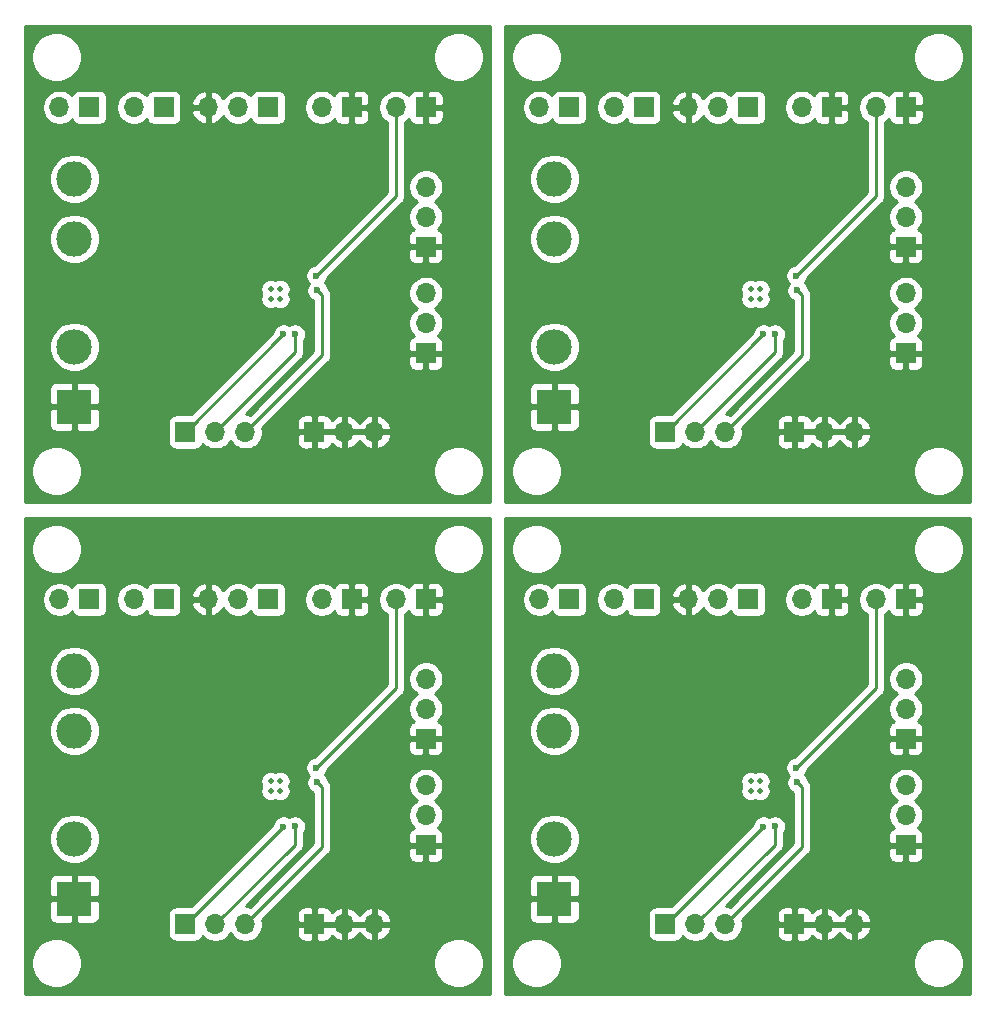
<source format=gbl>
G04 #@! TF.GenerationSoftware,KiCad,Pcbnew,(5.1.10)-1*
G04 #@! TF.CreationDate,2021-08-11T14:43:18-03:00*
G04 #@! TF.ProjectId,BQ25505,42513235-3530-4352-9e6b-696361645f70,rev?*
G04 #@! TF.SameCoordinates,Original*
G04 #@! TF.FileFunction,Copper,L2,Bot*
G04 #@! TF.FilePolarity,Positive*
%FSLAX46Y46*%
G04 Gerber Fmt 4.6, Leading zero omitted, Abs format (unit mm)*
G04 Created by KiCad (PCBNEW (5.1.10)-1) date 2021-08-11 14:43:18*
%MOMM*%
%LPD*%
G01*
G04 APERTURE LIST*
G04 #@! TA.AperFunction,ComponentPad*
%ADD10R,1.700000X1.700000*%
G04 #@! TD*
G04 #@! TA.AperFunction,ComponentPad*
%ADD11O,1.700000X1.700000*%
G04 #@! TD*
G04 #@! TA.AperFunction,ComponentPad*
%ADD12C,0.508000*%
G04 #@! TD*
G04 #@! TA.AperFunction,ComponentPad*
%ADD13C,3.000000*%
G04 #@! TD*
G04 #@! TA.AperFunction,ComponentPad*
%ADD14R,3.000000X3.000000*%
G04 #@! TD*
G04 #@! TA.AperFunction,ComponentPad*
%ADD15O,3.000000X3.000000*%
G04 #@! TD*
G04 #@! TA.AperFunction,ViaPad*
%ADD16C,0.800000*%
G04 #@! TD*
G04 #@! TA.AperFunction,ViaPad*
%ADD17C,0.600000*%
G04 #@! TD*
G04 #@! TA.AperFunction,Conductor*
%ADD18C,0.280000*%
G04 #@! TD*
G04 #@! TA.AperFunction,Conductor*
%ADD19C,0.254000*%
G04 #@! TD*
G04 #@! TA.AperFunction,Conductor*
%ADD20C,0.100000*%
G04 #@! TD*
G04 APERTURE END LIST*
D10*
X228904800Y-135335200D03*
D11*
X226364800Y-135335200D03*
D10*
X228904800Y-93675200D03*
D11*
X226364800Y-93675200D03*
D10*
X188264800Y-135335200D03*
D11*
X185724800Y-135335200D03*
D10*
X200406000Y-135335200D03*
D11*
X197866000Y-135335200D03*
D10*
X200406000Y-93675200D03*
D11*
X197866000Y-93675200D03*
D10*
X159766000Y-135335200D03*
D11*
X157226000Y-135335200D03*
D10*
X228892100Y-156150500D03*
D11*
X228892100Y-153610500D03*
X228892100Y-151070500D03*
D10*
X228892100Y-114490500D03*
D11*
X228892100Y-111950500D03*
X228892100Y-109410500D03*
D10*
X188252100Y-156150500D03*
D11*
X188252100Y-153610500D03*
X188252100Y-151070500D03*
D10*
X206705200Y-135335200D03*
D11*
X204165200Y-135335200D03*
D10*
X206705200Y-93675200D03*
D11*
X204165200Y-93675200D03*
D10*
X166065200Y-135335200D03*
D11*
X163525200Y-135335200D03*
X210464400Y-135335200D03*
X213004400Y-135335200D03*
D10*
X215544400Y-135335200D03*
D11*
X210464400Y-93675200D03*
X213004400Y-93675200D03*
D10*
X215544400Y-93675200D03*
D11*
X169824400Y-135335200D03*
X172364400Y-135335200D03*
D10*
X174904400Y-135335200D03*
D12*
X216547700Y-150740300D03*
X216547700Y-151527700D03*
X215760300Y-150740300D03*
X215760300Y-151527700D03*
X216547700Y-109080300D03*
X216547700Y-109867700D03*
X215760300Y-109080300D03*
X215760300Y-109867700D03*
X175907700Y-150740300D03*
X175907700Y-151527700D03*
X175120300Y-150740300D03*
X175120300Y-151527700D03*
D10*
X228892100Y-147133500D03*
D11*
X228892100Y-144593500D03*
X228892100Y-142053500D03*
D10*
X228892100Y-105473500D03*
D11*
X228892100Y-102933500D03*
X228892100Y-100393500D03*
D10*
X188252100Y-147133500D03*
D11*
X188252100Y-144593500D03*
X188252100Y-142053500D03*
D13*
X199136000Y-146460400D03*
X199136000Y-141380400D03*
X199136000Y-104800400D03*
X199136000Y-99720400D03*
X158496000Y-146460400D03*
X158496000Y-141380400D03*
D14*
X199136000Y-160684400D03*
D15*
X199136000Y-155604400D03*
D14*
X199136000Y-119024400D03*
D15*
X199136000Y-113944400D03*
D14*
X158496000Y-160684400D03*
D15*
X158496000Y-155604400D03*
D10*
X222605600Y-135335200D03*
D11*
X220065600Y-135335200D03*
D10*
X222605600Y-93675200D03*
D11*
X220065600Y-93675200D03*
D10*
X181965600Y-135335200D03*
D11*
X179425600Y-135335200D03*
D10*
X208534000Y-162818000D03*
D11*
X211074000Y-162818000D03*
X213614000Y-162818000D03*
D10*
X208534000Y-121158000D03*
D11*
X211074000Y-121158000D03*
X213614000Y-121158000D03*
D10*
X167894000Y-162818000D03*
D11*
X170434000Y-162818000D03*
X172974000Y-162818000D03*
D10*
X219456000Y-162818000D03*
D11*
X221996000Y-162818000D03*
X224536000Y-162818000D03*
D10*
X219456000Y-121158000D03*
D11*
X221996000Y-121158000D03*
X224536000Y-121158000D03*
D10*
X178816000Y-162818000D03*
D11*
X181356000Y-162818000D03*
X183896000Y-162818000D03*
X183896000Y-121158000D03*
X181356000Y-121158000D03*
D10*
X178816000Y-121158000D03*
D15*
X158496000Y-113944400D03*
D14*
X158496000Y-119024400D03*
D13*
X158496000Y-99720400D03*
X158496000Y-104800400D03*
D11*
X172974000Y-121158000D03*
X170434000Y-121158000D03*
D10*
X167894000Y-121158000D03*
D11*
X179425600Y-93675200D03*
D10*
X181965600Y-93675200D03*
D11*
X188252100Y-109410500D03*
X188252100Y-111950500D03*
D10*
X188252100Y-114490500D03*
D11*
X163525200Y-93675200D03*
D10*
X166065200Y-93675200D03*
D11*
X157226000Y-93675200D03*
D10*
X159766000Y-93675200D03*
D11*
X185724800Y-93675200D03*
D10*
X188264800Y-93675200D03*
D12*
X175120300Y-109867700D03*
X175120300Y-109080300D03*
X175907700Y-109867700D03*
X175907700Y-109080300D03*
D10*
X174904400Y-93675200D03*
D11*
X172364400Y-93675200D03*
X169824400Y-93675200D03*
X188252100Y-100393500D03*
X188252100Y-102933500D03*
D10*
X188252100Y-105473500D03*
D16*
X161798000Y-124968000D03*
X173990000Y-124968000D03*
X186182000Y-124968000D03*
X192786000Y-118618000D03*
X192786000Y-107061000D03*
X192786000Y-101282500D03*
X192786000Y-95504000D03*
X185928000Y-88646000D03*
X182335710Y-88646000D03*
X178743425Y-88646000D03*
X175151140Y-88646000D03*
X171558855Y-88646000D03*
X167966570Y-88646000D03*
X164374285Y-88646000D03*
X160782000Y-88646000D03*
X167386000Y-96012000D03*
X177292000Y-96266000D03*
X164084000Y-120142000D03*
X192786000Y-112839500D03*
X167894000Y-124968000D03*
X180086000Y-124968000D03*
X173990000Y-166628000D03*
X214630000Y-124968000D03*
X214630000Y-166628000D03*
X185928000Y-130306000D03*
X226568000Y-88646000D03*
X226568000Y-130306000D03*
X164084000Y-161802000D03*
X204724000Y-120142000D03*
X204724000Y-161802000D03*
X192786000Y-137164000D03*
X233426000Y-95504000D03*
X233426000Y-137164000D03*
X177292000Y-137926000D03*
X217932000Y-96266000D03*
X217932000Y-137926000D03*
X192786000Y-160278000D03*
X233426000Y-118618000D03*
X233426000Y-160278000D03*
X175151140Y-130306000D03*
X215791140Y-88646000D03*
X215791140Y-130306000D03*
X167966570Y-130306000D03*
X208606570Y-88646000D03*
X208606570Y-130306000D03*
X164374285Y-130306000D03*
X205014285Y-88646000D03*
X205014285Y-130306000D03*
X192786000Y-148721000D03*
X233426000Y-107061000D03*
X233426000Y-148721000D03*
X161798000Y-166628000D03*
X202438000Y-124968000D03*
X202438000Y-166628000D03*
X160782000Y-130306000D03*
X201422000Y-88646000D03*
X201422000Y-130306000D03*
X171558855Y-130306000D03*
X212198855Y-88646000D03*
X212198855Y-130306000D03*
X186182000Y-166628000D03*
X226822000Y-124968000D03*
X226822000Y-166628000D03*
X192786000Y-142942500D03*
X233426000Y-101282500D03*
X233426000Y-142942500D03*
X182335710Y-130306000D03*
X222975710Y-88646000D03*
X222975710Y-130306000D03*
X178743425Y-130306000D03*
X219383425Y-88646000D03*
X219383425Y-130306000D03*
X167386000Y-137672000D03*
X208026000Y-96012000D03*
X208026000Y-137672000D03*
X192786000Y-154499500D03*
X233426000Y-112839500D03*
X233426000Y-154499500D03*
X167894000Y-166628000D03*
X208534000Y-124968000D03*
X208534000Y-166628000D03*
X180086000Y-166628000D03*
X220726000Y-124968000D03*
X220726000Y-166628000D03*
D17*
X176199801Y-112903000D03*
X176199801Y-154563000D03*
X216839801Y-112903000D03*
X216839801Y-154563000D03*
X177164996Y-112877600D03*
X177164996Y-154537600D03*
X217804996Y-112877600D03*
X217804996Y-154537600D03*
X179070000Y-109169198D03*
X179070000Y-150829198D03*
X219710000Y-109169198D03*
X219710000Y-150829198D03*
X178993596Y-107924406D03*
X178993596Y-149584406D03*
X219633596Y-107924406D03*
X219633596Y-149584406D03*
D18*
X167944801Y-121158000D02*
X167894000Y-121158000D01*
X176199801Y-112903000D02*
X167944801Y-121158000D01*
X167944801Y-162818000D02*
X167894000Y-162818000D01*
X208584801Y-121158000D02*
X208534000Y-121158000D01*
X208584801Y-162818000D02*
X208534000Y-162818000D01*
X176199801Y-154563000D02*
X167944801Y-162818000D01*
X216839801Y-112903000D02*
X208584801Y-121158000D01*
X216839801Y-154563000D02*
X208584801Y-162818000D01*
X177165000Y-114427000D02*
X170434000Y-121158000D01*
X177165000Y-112877604D02*
X177165000Y-114427000D01*
X177164996Y-112877600D02*
X177165000Y-112877604D01*
X177165000Y-154537604D02*
X177165000Y-156087000D01*
X217805000Y-112877604D02*
X217805000Y-114427000D01*
X217805000Y-154537604D02*
X217805000Y-156087000D01*
X177164996Y-154537600D02*
X177165000Y-154537604D01*
X217804996Y-112877600D02*
X217805000Y-112877604D01*
X217804996Y-154537600D02*
X217805000Y-154537604D01*
X177165000Y-156087000D02*
X170434000Y-162818000D01*
X217805000Y-114427000D02*
X211074000Y-121158000D01*
X217805000Y-156087000D02*
X211074000Y-162818000D01*
X179469999Y-109569197D02*
X179070000Y-109169198D01*
X179469999Y-114662001D02*
X172974000Y-121158000D01*
X179469999Y-109569197D02*
X179469999Y-114662001D01*
X179469999Y-156322001D02*
X172974000Y-162818000D01*
X220109999Y-114662001D02*
X213614000Y-121158000D01*
X220109999Y-156322001D02*
X213614000Y-162818000D01*
X179469999Y-151229197D02*
X179070000Y-150829198D01*
X220109999Y-109569197D02*
X219710000Y-109169198D01*
X220109999Y-151229197D02*
X219710000Y-150829198D01*
X179469999Y-151229197D02*
X179469999Y-156322001D01*
X220109999Y-109569197D02*
X220109999Y-114662001D01*
X220109999Y-151229197D02*
X220109999Y-156322001D01*
X185724800Y-93675200D02*
X185724800Y-101193202D01*
X185724800Y-101193202D02*
X178993596Y-107924406D01*
X185724800Y-135335200D02*
X185724800Y-142853202D01*
X226364800Y-93675200D02*
X226364800Y-101193202D01*
X226364800Y-135335200D02*
X226364800Y-142853202D01*
X185724800Y-142853202D02*
X178993596Y-149584406D01*
X226364800Y-101193202D02*
X219633596Y-107924406D01*
X226364800Y-142853202D02*
X219633596Y-149584406D01*
D19*
X193650001Y-106853353D02*
X193650000Y-127102000D01*
X154330000Y-127102000D01*
X154330000Y-124249721D01*
X154837000Y-124249721D01*
X154837000Y-124670279D01*
X154919047Y-125082756D01*
X155079988Y-125471302D01*
X155313637Y-125820983D01*
X155611017Y-126118363D01*
X155960698Y-126352012D01*
X156349244Y-126512953D01*
X156761721Y-126595000D01*
X157182279Y-126595000D01*
X157594756Y-126512953D01*
X157983302Y-126352012D01*
X158332983Y-126118363D01*
X158630363Y-125820983D01*
X158864012Y-125471302D01*
X159024953Y-125082756D01*
X159107000Y-124670279D01*
X159107000Y-124249721D01*
X188873000Y-124249721D01*
X188873000Y-124670279D01*
X188955047Y-125082756D01*
X189115988Y-125471302D01*
X189349637Y-125820983D01*
X189647017Y-126118363D01*
X189996698Y-126352012D01*
X190385244Y-126512953D01*
X190797721Y-126595000D01*
X191218279Y-126595000D01*
X191630756Y-126512953D01*
X192019302Y-126352012D01*
X192368983Y-126118363D01*
X192666363Y-125820983D01*
X192900012Y-125471302D01*
X193060953Y-125082756D01*
X193143000Y-124670279D01*
X193143000Y-124249721D01*
X193060953Y-123837244D01*
X192900012Y-123448698D01*
X192666363Y-123099017D01*
X192368983Y-122801637D01*
X192019302Y-122567988D01*
X191630756Y-122407047D01*
X191218279Y-122325000D01*
X190797721Y-122325000D01*
X190385244Y-122407047D01*
X189996698Y-122567988D01*
X189647017Y-122801637D01*
X189349637Y-123099017D01*
X189115988Y-123448698D01*
X188955047Y-123837244D01*
X188873000Y-124249721D01*
X159107000Y-124249721D01*
X159024953Y-123837244D01*
X158864012Y-123448698D01*
X158630363Y-123099017D01*
X158332983Y-122801637D01*
X157983302Y-122567988D01*
X157594756Y-122407047D01*
X157182279Y-122325000D01*
X156761721Y-122325000D01*
X156349244Y-122407047D01*
X155960698Y-122567988D01*
X155611017Y-122801637D01*
X155313637Y-123099017D01*
X155079988Y-123448698D01*
X154919047Y-123837244D01*
X154837000Y-124249721D01*
X154330000Y-124249721D01*
X154330000Y-120524400D01*
X156357928Y-120524400D01*
X156370188Y-120648882D01*
X156406498Y-120768580D01*
X156465463Y-120878894D01*
X156544815Y-120975585D01*
X156641506Y-121054937D01*
X156751820Y-121113902D01*
X156871518Y-121150212D01*
X156996000Y-121162472D01*
X158210250Y-121159400D01*
X158369000Y-121000650D01*
X158369000Y-119151400D01*
X158623000Y-119151400D01*
X158623000Y-121000650D01*
X158781750Y-121159400D01*
X159996000Y-121162472D01*
X160120482Y-121150212D01*
X160240180Y-121113902D01*
X160350494Y-121054937D01*
X160447185Y-120975585D01*
X160526537Y-120878894D01*
X160585502Y-120768580D01*
X160621812Y-120648882D01*
X160634072Y-120524400D01*
X160633525Y-120308000D01*
X166405928Y-120308000D01*
X166405928Y-122008000D01*
X166418188Y-122132482D01*
X166454498Y-122252180D01*
X166513463Y-122362494D01*
X166592815Y-122459185D01*
X166689506Y-122538537D01*
X166799820Y-122597502D01*
X166919518Y-122633812D01*
X167044000Y-122646072D01*
X168744000Y-122646072D01*
X168868482Y-122633812D01*
X168988180Y-122597502D01*
X169098494Y-122538537D01*
X169195185Y-122459185D01*
X169274537Y-122362494D01*
X169333502Y-122252180D01*
X169355513Y-122179620D01*
X169487368Y-122311475D01*
X169730589Y-122473990D01*
X170000842Y-122585932D01*
X170287740Y-122643000D01*
X170580260Y-122643000D01*
X170867158Y-122585932D01*
X171137411Y-122473990D01*
X171380632Y-122311475D01*
X171587475Y-122104632D01*
X171704000Y-121930240D01*
X171820525Y-122104632D01*
X172027368Y-122311475D01*
X172270589Y-122473990D01*
X172540842Y-122585932D01*
X172827740Y-122643000D01*
X173120260Y-122643000D01*
X173407158Y-122585932D01*
X173677411Y-122473990D01*
X173920632Y-122311475D01*
X174127475Y-122104632D01*
X174192042Y-122008000D01*
X177327928Y-122008000D01*
X177340188Y-122132482D01*
X177376498Y-122252180D01*
X177435463Y-122362494D01*
X177514815Y-122459185D01*
X177611506Y-122538537D01*
X177721820Y-122597502D01*
X177841518Y-122633812D01*
X177966000Y-122646072D01*
X178530250Y-122643000D01*
X178689000Y-122484250D01*
X178689000Y-121285000D01*
X178943000Y-121285000D01*
X178943000Y-122484250D01*
X179101750Y-122643000D01*
X179666000Y-122646072D01*
X179790482Y-122633812D01*
X179910180Y-122597502D01*
X180020494Y-122538537D01*
X180117185Y-122459185D01*
X180196537Y-122362494D01*
X180255502Y-122252180D01*
X180279966Y-122171534D01*
X180355731Y-122255588D01*
X180589080Y-122429641D01*
X180851901Y-122554825D01*
X180999110Y-122599476D01*
X181229000Y-122478155D01*
X181229000Y-121285000D01*
X181483000Y-121285000D01*
X181483000Y-122478155D01*
X181712890Y-122599476D01*
X181860099Y-122554825D01*
X182122920Y-122429641D01*
X182356269Y-122255588D01*
X182551178Y-122039355D01*
X182626000Y-121913745D01*
X182700822Y-122039355D01*
X182895731Y-122255588D01*
X183129080Y-122429641D01*
X183391901Y-122554825D01*
X183539110Y-122599476D01*
X183769000Y-122478155D01*
X183769000Y-121285000D01*
X184023000Y-121285000D01*
X184023000Y-122478155D01*
X184252890Y-122599476D01*
X184400099Y-122554825D01*
X184662920Y-122429641D01*
X184896269Y-122255588D01*
X185091178Y-122039355D01*
X185240157Y-121789252D01*
X185337481Y-121514891D01*
X185216814Y-121285000D01*
X184023000Y-121285000D01*
X183769000Y-121285000D01*
X181483000Y-121285000D01*
X181229000Y-121285000D01*
X178943000Y-121285000D01*
X178689000Y-121285000D01*
X177489750Y-121285000D01*
X177331000Y-121443750D01*
X177327928Y-122008000D01*
X174192042Y-122008000D01*
X174289990Y-121861411D01*
X174401932Y-121591158D01*
X174459000Y-121304260D01*
X174459000Y-121011740D01*
X174418729Y-120809285D01*
X174920014Y-120308000D01*
X177327928Y-120308000D01*
X177331000Y-120872250D01*
X177489750Y-121031000D01*
X178689000Y-121031000D01*
X178689000Y-119831750D01*
X178943000Y-119831750D01*
X178943000Y-121031000D01*
X181229000Y-121031000D01*
X181229000Y-119837845D01*
X181483000Y-119837845D01*
X181483000Y-121031000D01*
X183769000Y-121031000D01*
X183769000Y-119837845D01*
X184023000Y-119837845D01*
X184023000Y-121031000D01*
X185216814Y-121031000D01*
X185337481Y-120801109D01*
X185240157Y-120526748D01*
X185091178Y-120276645D01*
X184896269Y-120060412D01*
X184662920Y-119886359D01*
X184400099Y-119761175D01*
X184252890Y-119716524D01*
X184023000Y-119837845D01*
X183769000Y-119837845D01*
X183539110Y-119716524D01*
X183391901Y-119761175D01*
X183129080Y-119886359D01*
X182895731Y-120060412D01*
X182700822Y-120276645D01*
X182626000Y-120402255D01*
X182551178Y-120276645D01*
X182356269Y-120060412D01*
X182122920Y-119886359D01*
X181860099Y-119761175D01*
X181712890Y-119716524D01*
X181483000Y-119837845D01*
X181229000Y-119837845D01*
X180999110Y-119716524D01*
X180851901Y-119761175D01*
X180589080Y-119886359D01*
X180355731Y-120060412D01*
X180279966Y-120144466D01*
X180255502Y-120063820D01*
X180196537Y-119953506D01*
X180117185Y-119856815D01*
X180020494Y-119777463D01*
X179910180Y-119718498D01*
X179790482Y-119682188D01*
X179666000Y-119669928D01*
X179101750Y-119673000D01*
X178943000Y-119831750D01*
X178689000Y-119831750D01*
X178530250Y-119673000D01*
X177966000Y-119669928D01*
X177841518Y-119682188D01*
X177721820Y-119718498D01*
X177611506Y-119777463D01*
X177514815Y-119856815D01*
X177435463Y-119953506D01*
X177376498Y-120063820D01*
X177340188Y-120183518D01*
X177327928Y-120308000D01*
X174920014Y-120308000D01*
X179887514Y-115340500D01*
X186764028Y-115340500D01*
X186776288Y-115464982D01*
X186812598Y-115584680D01*
X186871563Y-115694994D01*
X186950915Y-115791685D01*
X187047606Y-115871037D01*
X187157920Y-115930002D01*
X187277618Y-115966312D01*
X187402100Y-115978572D01*
X187966350Y-115975500D01*
X188125100Y-115816750D01*
X188125100Y-114617500D01*
X188379100Y-114617500D01*
X188379100Y-115816750D01*
X188537850Y-115975500D01*
X189102100Y-115978572D01*
X189226582Y-115966312D01*
X189346280Y-115930002D01*
X189456594Y-115871037D01*
X189553285Y-115791685D01*
X189632637Y-115694994D01*
X189691602Y-115584680D01*
X189727912Y-115464982D01*
X189740172Y-115340500D01*
X189737100Y-114776250D01*
X189578350Y-114617500D01*
X188379100Y-114617500D01*
X188125100Y-114617500D01*
X186925850Y-114617500D01*
X186767100Y-114776250D01*
X186764028Y-115340500D01*
X179887514Y-115340500D01*
X179991086Y-115236929D01*
X180020658Y-115212660D01*
X180082657Y-115137113D01*
X180117505Y-115094652D01*
X180189468Y-114960016D01*
X180189469Y-114960015D01*
X180233785Y-114813927D01*
X180244999Y-114700066D01*
X180244999Y-114700064D01*
X180248748Y-114662001D01*
X180244999Y-114623938D01*
X180244999Y-113640500D01*
X186764028Y-113640500D01*
X186767100Y-114204750D01*
X186925850Y-114363500D01*
X188125100Y-114363500D01*
X188125100Y-114343500D01*
X188379100Y-114343500D01*
X188379100Y-114363500D01*
X189578350Y-114363500D01*
X189737100Y-114204750D01*
X189740172Y-113640500D01*
X189727912Y-113516018D01*
X189691602Y-113396320D01*
X189632637Y-113286006D01*
X189553285Y-113189315D01*
X189456594Y-113109963D01*
X189346280Y-113050998D01*
X189273720Y-113028987D01*
X189405575Y-112897132D01*
X189568090Y-112653911D01*
X189680032Y-112383658D01*
X189737100Y-112096760D01*
X189737100Y-111804240D01*
X189680032Y-111517342D01*
X189568090Y-111247089D01*
X189405575Y-111003868D01*
X189198732Y-110797025D01*
X189024340Y-110680500D01*
X189198732Y-110563975D01*
X189405575Y-110357132D01*
X189568090Y-110113911D01*
X189680032Y-109843658D01*
X189737100Y-109556760D01*
X189737100Y-109264240D01*
X189680032Y-108977342D01*
X189568090Y-108707089D01*
X189405575Y-108463868D01*
X189198732Y-108257025D01*
X188955511Y-108094510D01*
X188685258Y-107982568D01*
X188398360Y-107925500D01*
X188105840Y-107925500D01*
X187818942Y-107982568D01*
X187548689Y-108094510D01*
X187305468Y-108257025D01*
X187098625Y-108463868D01*
X186936110Y-108707089D01*
X186824168Y-108977342D01*
X186767100Y-109264240D01*
X186767100Y-109556760D01*
X186824168Y-109843658D01*
X186936110Y-110113911D01*
X187098625Y-110357132D01*
X187305468Y-110563975D01*
X187479860Y-110680500D01*
X187305468Y-110797025D01*
X187098625Y-111003868D01*
X186936110Y-111247089D01*
X186824168Y-111517342D01*
X186767100Y-111804240D01*
X186767100Y-112096760D01*
X186824168Y-112383658D01*
X186936110Y-112653911D01*
X187098625Y-112897132D01*
X187230480Y-113028987D01*
X187157920Y-113050998D01*
X187047606Y-113109963D01*
X186950915Y-113189315D01*
X186871563Y-113286006D01*
X186812598Y-113396320D01*
X186776288Y-113516018D01*
X186764028Y-113640500D01*
X180244999Y-113640500D01*
X180244999Y-109607259D01*
X180248748Y-109569196D01*
X180244999Y-109531132D01*
X180233785Y-109417271D01*
X180189469Y-109271183D01*
X180117505Y-109136547D01*
X180020658Y-109018538D01*
X179991082Y-108994266D01*
X179987885Y-108991069D01*
X179969068Y-108896469D01*
X179898586Y-108726309D01*
X179796262Y-108573170D01*
X179729338Y-108506246D01*
X179822182Y-108367295D01*
X179892664Y-108197135D01*
X179911481Y-108102535D01*
X181690516Y-106323500D01*
X186764028Y-106323500D01*
X186776288Y-106447982D01*
X186812598Y-106567680D01*
X186871563Y-106677994D01*
X186950915Y-106774685D01*
X187047606Y-106854037D01*
X187157920Y-106913002D01*
X187277618Y-106949312D01*
X187402100Y-106961572D01*
X187966350Y-106958500D01*
X188125100Y-106799750D01*
X188125100Y-105600500D01*
X188379100Y-105600500D01*
X188379100Y-106799750D01*
X188537850Y-106958500D01*
X189102100Y-106961572D01*
X189226582Y-106949312D01*
X189346280Y-106913002D01*
X189456594Y-106854037D01*
X189553285Y-106774685D01*
X189632637Y-106677994D01*
X189691602Y-106567680D01*
X189727912Y-106447982D01*
X189740172Y-106323500D01*
X189737100Y-105759250D01*
X189578350Y-105600500D01*
X188379100Y-105600500D01*
X188125100Y-105600500D01*
X186925850Y-105600500D01*
X186767100Y-105759250D01*
X186764028Y-106323500D01*
X181690516Y-106323500D01*
X183390516Y-104623500D01*
X186764028Y-104623500D01*
X186767100Y-105187750D01*
X186925850Y-105346500D01*
X188125100Y-105346500D01*
X188125100Y-105326500D01*
X188379100Y-105326500D01*
X188379100Y-105346500D01*
X189578350Y-105346500D01*
X189737100Y-105187750D01*
X189740172Y-104623500D01*
X189727912Y-104499018D01*
X189691602Y-104379320D01*
X189632637Y-104269006D01*
X189553285Y-104172315D01*
X189456594Y-104092963D01*
X189346280Y-104033998D01*
X189273720Y-104011987D01*
X189405575Y-103880132D01*
X189568090Y-103636911D01*
X189680032Y-103366658D01*
X189737100Y-103079760D01*
X189737100Y-102787240D01*
X189680032Y-102500342D01*
X189568090Y-102230089D01*
X189405575Y-101986868D01*
X189198732Y-101780025D01*
X189024340Y-101663500D01*
X189198732Y-101546975D01*
X189405575Y-101340132D01*
X189568090Y-101096911D01*
X189680032Y-100826658D01*
X189737100Y-100539760D01*
X189737100Y-100247240D01*
X189680032Y-99960342D01*
X189568090Y-99690089D01*
X189405575Y-99446868D01*
X189198732Y-99240025D01*
X188955511Y-99077510D01*
X188685258Y-98965568D01*
X188398360Y-98908500D01*
X188105840Y-98908500D01*
X187818942Y-98965568D01*
X187548689Y-99077510D01*
X187305468Y-99240025D01*
X187098625Y-99446868D01*
X186936110Y-99690089D01*
X186824168Y-99960342D01*
X186767100Y-100247240D01*
X186767100Y-100539760D01*
X186824168Y-100826658D01*
X186936110Y-101096911D01*
X187098625Y-101340132D01*
X187305468Y-101546975D01*
X187479860Y-101663500D01*
X187305468Y-101780025D01*
X187098625Y-101986868D01*
X186936110Y-102230089D01*
X186824168Y-102500342D01*
X186767100Y-102787240D01*
X186767100Y-103079760D01*
X186824168Y-103366658D01*
X186936110Y-103636911D01*
X187098625Y-103880132D01*
X187230480Y-104011987D01*
X187157920Y-104033998D01*
X187047606Y-104092963D01*
X186950915Y-104172315D01*
X186871563Y-104269006D01*
X186812598Y-104379320D01*
X186776288Y-104499018D01*
X186764028Y-104623500D01*
X183390516Y-104623500D01*
X186245887Y-101768130D01*
X186275459Y-101743861D01*
X186337458Y-101668314D01*
X186372306Y-101625853D01*
X186414466Y-101546975D01*
X186444270Y-101491216D01*
X186488586Y-101345128D01*
X186499800Y-101231267D01*
X186499800Y-101231265D01*
X186503549Y-101193202D01*
X186499800Y-101155139D01*
X186499800Y-94943356D01*
X186671432Y-94828675D01*
X186803287Y-94696820D01*
X186825298Y-94769380D01*
X186884263Y-94879694D01*
X186963615Y-94976385D01*
X187060306Y-95055737D01*
X187170620Y-95114702D01*
X187290318Y-95151012D01*
X187414800Y-95163272D01*
X187979050Y-95160200D01*
X188137800Y-95001450D01*
X188137800Y-93802200D01*
X188391800Y-93802200D01*
X188391800Y-95001450D01*
X188550550Y-95160200D01*
X189114800Y-95163272D01*
X189239282Y-95151012D01*
X189358980Y-95114702D01*
X189469294Y-95055737D01*
X189565985Y-94976385D01*
X189645337Y-94879694D01*
X189704302Y-94769380D01*
X189740612Y-94649682D01*
X189752872Y-94525200D01*
X189749800Y-93960950D01*
X189591050Y-93802200D01*
X188391800Y-93802200D01*
X188137800Y-93802200D01*
X188117800Y-93802200D01*
X188117800Y-93548200D01*
X188137800Y-93548200D01*
X188137800Y-92348950D01*
X188391800Y-92348950D01*
X188391800Y-93548200D01*
X189591050Y-93548200D01*
X189749800Y-93389450D01*
X189752872Y-92825200D01*
X189740612Y-92700718D01*
X189704302Y-92581020D01*
X189645337Y-92470706D01*
X189565985Y-92374015D01*
X189469294Y-92294663D01*
X189358980Y-92235698D01*
X189239282Y-92199388D01*
X189114800Y-92187128D01*
X188550550Y-92190200D01*
X188391800Y-92348950D01*
X188137800Y-92348950D01*
X187979050Y-92190200D01*
X187414800Y-92187128D01*
X187290318Y-92199388D01*
X187170620Y-92235698D01*
X187060306Y-92294663D01*
X186963615Y-92374015D01*
X186884263Y-92470706D01*
X186825298Y-92581020D01*
X186803287Y-92653580D01*
X186671432Y-92521725D01*
X186428211Y-92359210D01*
X186157958Y-92247268D01*
X185871060Y-92190200D01*
X185578540Y-92190200D01*
X185291642Y-92247268D01*
X185021389Y-92359210D01*
X184778168Y-92521725D01*
X184571325Y-92728568D01*
X184408810Y-92971789D01*
X184296868Y-93242042D01*
X184239800Y-93528940D01*
X184239800Y-93821460D01*
X184296868Y-94108358D01*
X184408810Y-94378611D01*
X184571325Y-94621832D01*
X184778168Y-94828675D01*
X184949800Y-94943356D01*
X184949801Y-100872186D01*
X178815467Y-107006521D01*
X178720867Y-107025338D01*
X178550707Y-107095820D01*
X178397568Y-107198144D01*
X178267334Y-107328378D01*
X178165010Y-107481517D01*
X178094528Y-107651677D01*
X178058596Y-107832317D01*
X178058596Y-108016495D01*
X178094528Y-108197135D01*
X178165010Y-108367295D01*
X178267334Y-108520434D01*
X178334258Y-108587358D01*
X178241414Y-108726309D01*
X178170932Y-108896469D01*
X178135000Y-109077109D01*
X178135000Y-109261287D01*
X178170932Y-109441927D01*
X178241414Y-109612087D01*
X178343738Y-109765226D01*
X178473972Y-109895460D01*
X178627111Y-109997784D01*
X178694999Y-110025904D01*
X178695000Y-114340985D01*
X173322715Y-119713271D01*
X173120260Y-119673000D01*
X173015015Y-119673000D01*
X177686093Y-115001923D01*
X177715659Y-114977659D01*
X177812506Y-114859650D01*
X177884470Y-114725014D01*
X177928786Y-114578926D01*
X177940000Y-114465065D01*
X177940000Y-114465064D01*
X177943749Y-114427001D01*
X177940000Y-114388938D01*
X177940000Y-113400680D01*
X177993582Y-113320489D01*
X178064064Y-113150329D01*
X178099996Y-112969689D01*
X178099996Y-112785511D01*
X178064064Y-112604871D01*
X177993582Y-112434711D01*
X177891258Y-112281572D01*
X177761024Y-112151338D01*
X177607885Y-112049014D01*
X177437725Y-111978532D01*
X177257085Y-111942600D01*
X177072907Y-111942600D01*
X176892267Y-111978532D01*
X176722107Y-112049014D01*
X176663392Y-112088246D01*
X176642690Y-112074414D01*
X176472530Y-112003932D01*
X176291890Y-111968000D01*
X176107712Y-111968000D01*
X175927072Y-112003932D01*
X175756912Y-112074414D01*
X175603773Y-112176738D01*
X175473539Y-112306972D01*
X175371215Y-112460111D01*
X175300733Y-112630271D01*
X175281916Y-112724870D01*
X168336859Y-119669928D01*
X167044000Y-119669928D01*
X166919518Y-119682188D01*
X166799820Y-119718498D01*
X166689506Y-119777463D01*
X166592815Y-119856815D01*
X166513463Y-119953506D01*
X166454498Y-120063820D01*
X166418188Y-120183518D01*
X166405928Y-120308000D01*
X160633525Y-120308000D01*
X160631000Y-119310150D01*
X160472250Y-119151400D01*
X158623000Y-119151400D01*
X158369000Y-119151400D01*
X156519750Y-119151400D01*
X156361000Y-119310150D01*
X156357928Y-120524400D01*
X154330000Y-120524400D01*
X154330000Y-117524400D01*
X156357928Y-117524400D01*
X156361000Y-118738650D01*
X156519750Y-118897400D01*
X158369000Y-118897400D01*
X158369000Y-117048150D01*
X158623000Y-117048150D01*
X158623000Y-118897400D01*
X160472250Y-118897400D01*
X160631000Y-118738650D01*
X160634072Y-117524400D01*
X160621812Y-117399918D01*
X160585502Y-117280220D01*
X160526537Y-117169906D01*
X160447185Y-117073215D01*
X160350494Y-116993863D01*
X160240180Y-116934898D01*
X160120482Y-116898588D01*
X159996000Y-116886328D01*
X158781750Y-116889400D01*
X158623000Y-117048150D01*
X158369000Y-117048150D01*
X158210250Y-116889400D01*
X156996000Y-116886328D01*
X156871518Y-116898588D01*
X156751820Y-116934898D01*
X156641506Y-116993863D01*
X156544815Y-117073215D01*
X156465463Y-117169906D01*
X156406498Y-117280220D01*
X156370188Y-117399918D01*
X156357928Y-117524400D01*
X154330000Y-117524400D01*
X154330000Y-113734121D01*
X156361000Y-113734121D01*
X156361000Y-114154679D01*
X156443047Y-114567156D01*
X156603988Y-114955702D01*
X156837637Y-115305383D01*
X157135017Y-115602763D01*
X157484698Y-115836412D01*
X157873244Y-115997353D01*
X158285721Y-116079400D01*
X158706279Y-116079400D01*
X159118756Y-115997353D01*
X159507302Y-115836412D01*
X159856983Y-115602763D01*
X160154363Y-115305383D01*
X160388012Y-114955702D01*
X160548953Y-114567156D01*
X160631000Y-114154679D01*
X160631000Y-113734121D01*
X160548953Y-113321644D01*
X160388012Y-112933098D01*
X160154363Y-112583417D01*
X159856983Y-112286037D01*
X159507302Y-112052388D01*
X159118756Y-111891447D01*
X158706279Y-111809400D01*
X158285721Y-111809400D01*
X157873244Y-111891447D01*
X157484698Y-112052388D01*
X157135017Y-112286037D01*
X156837637Y-112583417D01*
X156603988Y-112933098D01*
X156443047Y-113321644D01*
X156361000Y-113734121D01*
X154330000Y-113734121D01*
X154330000Y-108992741D01*
X174231300Y-108992741D01*
X174231300Y-109167859D01*
X174265464Y-109339612D01*
X174321130Y-109474000D01*
X174265464Y-109608388D01*
X174231300Y-109780141D01*
X174231300Y-109955259D01*
X174265464Y-110127012D01*
X174332479Y-110288799D01*
X174429769Y-110434404D01*
X174553596Y-110558231D01*
X174699201Y-110655521D01*
X174860988Y-110722536D01*
X175032741Y-110756700D01*
X175207859Y-110756700D01*
X175379612Y-110722536D01*
X175514000Y-110666870D01*
X175648388Y-110722536D01*
X175820141Y-110756700D01*
X175995259Y-110756700D01*
X176167012Y-110722536D01*
X176328799Y-110655521D01*
X176474404Y-110558231D01*
X176598231Y-110434404D01*
X176695521Y-110288799D01*
X176762536Y-110127012D01*
X176796700Y-109955259D01*
X176796700Y-109780141D01*
X176762536Y-109608388D01*
X176706870Y-109474000D01*
X176762536Y-109339612D01*
X176796700Y-109167859D01*
X176796700Y-108992741D01*
X176762536Y-108820988D01*
X176695521Y-108659201D01*
X176598231Y-108513596D01*
X176474404Y-108389769D01*
X176328799Y-108292479D01*
X176167012Y-108225464D01*
X175995259Y-108191300D01*
X175820141Y-108191300D01*
X175648388Y-108225464D01*
X175514000Y-108281130D01*
X175379612Y-108225464D01*
X175207859Y-108191300D01*
X175032741Y-108191300D01*
X174860988Y-108225464D01*
X174699201Y-108292479D01*
X174553596Y-108389769D01*
X174429769Y-108513596D01*
X174332479Y-108659201D01*
X174265464Y-108820988D01*
X174231300Y-108992741D01*
X154330000Y-108992741D01*
X154330000Y-104590121D01*
X156361000Y-104590121D01*
X156361000Y-105010679D01*
X156443047Y-105423156D01*
X156603988Y-105811702D01*
X156837637Y-106161383D01*
X157135017Y-106458763D01*
X157484698Y-106692412D01*
X157873244Y-106853353D01*
X158285721Y-106935400D01*
X158706279Y-106935400D01*
X159118756Y-106853353D01*
X159507302Y-106692412D01*
X159856983Y-106458763D01*
X160154363Y-106161383D01*
X160388012Y-105811702D01*
X160548953Y-105423156D01*
X160631000Y-105010679D01*
X160631000Y-104590121D01*
X160548953Y-104177644D01*
X160388012Y-103789098D01*
X160154363Y-103439417D01*
X159856983Y-103142037D01*
X159507302Y-102908388D01*
X159118756Y-102747447D01*
X158706279Y-102665400D01*
X158285721Y-102665400D01*
X157873244Y-102747447D01*
X157484698Y-102908388D01*
X157135017Y-103142037D01*
X156837637Y-103439417D01*
X156603988Y-103789098D01*
X156443047Y-104177644D01*
X156361000Y-104590121D01*
X154330000Y-104590121D01*
X154330000Y-99510121D01*
X156361000Y-99510121D01*
X156361000Y-99930679D01*
X156443047Y-100343156D01*
X156603988Y-100731702D01*
X156837637Y-101081383D01*
X157135017Y-101378763D01*
X157484698Y-101612412D01*
X157873244Y-101773353D01*
X158285721Y-101855400D01*
X158706279Y-101855400D01*
X159118756Y-101773353D01*
X159507302Y-101612412D01*
X159856983Y-101378763D01*
X160154363Y-101081383D01*
X160388012Y-100731702D01*
X160548953Y-100343156D01*
X160631000Y-99930679D01*
X160631000Y-99510121D01*
X160548953Y-99097644D01*
X160388012Y-98709098D01*
X160154363Y-98359417D01*
X159856983Y-98062037D01*
X159507302Y-97828388D01*
X159118756Y-97667447D01*
X158706279Y-97585400D01*
X158285721Y-97585400D01*
X157873244Y-97667447D01*
X157484698Y-97828388D01*
X157135017Y-98062037D01*
X156837637Y-98359417D01*
X156603988Y-98709098D01*
X156443047Y-99097644D01*
X156361000Y-99510121D01*
X154330000Y-99510121D01*
X154330000Y-93528940D01*
X155741000Y-93528940D01*
X155741000Y-93821460D01*
X155798068Y-94108358D01*
X155910010Y-94378611D01*
X156072525Y-94621832D01*
X156279368Y-94828675D01*
X156522589Y-94991190D01*
X156792842Y-95103132D01*
X157079740Y-95160200D01*
X157372260Y-95160200D01*
X157659158Y-95103132D01*
X157929411Y-94991190D01*
X158172632Y-94828675D01*
X158304487Y-94696820D01*
X158326498Y-94769380D01*
X158385463Y-94879694D01*
X158464815Y-94976385D01*
X158561506Y-95055737D01*
X158671820Y-95114702D01*
X158791518Y-95151012D01*
X158916000Y-95163272D01*
X160616000Y-95163272D01*
X160740482Y-95151012D01*
X160860180Y-95114702D01*
X160970494Y-95055737D01*
X161067185Y-94976385D01*
X161146537Y-94879694D01*
X161205502Y-94769380D01*
X161241812Y-94649682D01*
X161254072Y-94525200D01*
X161254072Y-93528940D01*
X162040200Y-93528940D01*
X162040200Y-93821460D01*
X162097268Y-94108358D01*
X162209210Y-94378611D01*
X162371725Y-94621832D01*
X162578568Y-94828675D01*
X162821789Y-94991190D01*
X163092042Y-95103132D01*
X163378940Y-95160200D01*
X163671460Y-95160200D01*
X163958358Y-95103132D01*
X164228611Y-94991190D01*
X164471832Y-94828675D01*
X164603687Y-94696820D01*
X164625698Y-94769380D01*
X164684663Y-94879694D01*
X164764015Y-94976385D01*
X164860706Y-95055737D01*
X164971020Y-95114702D01*
X165090718Y-95151012D01*
X165215200Y-95163272D01*
X166915200Y-95163272D01*
X167039682Y-95151012D01*
X167159380Y-95114702D01*
X167269694Y-95055737D01*
X167366385Y-94976385D01*
X167445737Y-94879694D01*
X167504702Y-94769380D01*
X167541012Y-94649682D01*
X167553272Y-94525200D01*
X167553272Y-94032091D01*
X168382919Y-94032091D01*
X168480243Y-94306452D01*
X168629222Y-94556555D01*
X168824131Y-94772788D01*
X169057480Y-94946841D01*
X169320301Y-95072025D01*
X169467510Y-95116676D01*
X169697400Y-94995355D01*
X169697400Y-93802200D01*
X168503586Y-93802200D01*
X168382919Y-94032091D01*
X167553272Y-94032091D01*
X167553272Y-93318309D01*
X168382919Y-93318309D01*
X168503586Y-93548200D01*
X169697400Y-93548200D01*
X169697400Y-92355045D01*
X169951400Y-92355045D01*
X169951400Y-93548200D01*
X169971400Y-93548200D01*
X169971400Y-93802200D01*
X169951400Y-93802200D01*
X169951400Y-94995355D01*
X170181290Y-95116676D01*
X170328499Y-95072025D01*
X170591320Y-94946841D01*
X170824669Y-94772788D01*
X171019578Y-94556555D01*
X171089205Y-94439666D01*
X171210925Y-94621832D01*
X171417768Y-94828675D01*
X171660989Y-94991190D01*
X171931242Y-95103132D01*
X172218140Y-95160200D01*
X172510660Y-95160200D01*
X172797558Y-95103132D01*
X173067811Y-94991190D01*
X173311032Y-94828675D01*
X173442887Y-94696820D01*
X173464898Y-94769380D01*
X173523863Y-94879694D01*
X173603215Y-94976385D01*
X173699906Y-95055737D01*
X173810220Y-95114702D01*
X173929918Y-95151012D01*
X174054400Y-95163272D01*
X175754400Y-95163272D01*
X175878882Y-95151012D01*
X175998580Y-95114702D01*
X176108894Y-95055737D01*
X176205585Y-94976385D01*
X176284937Y-94879694D01*
X176343902Y-94769380D01*
X176380212Y-94649682D01*
X176392472Y-94525200D01*
X176392472Y-93528940D01*
X177940600Y-93528940D01*
X177940600Y-93821460D01*
X177997668Y-94108358D01*
X178109610Y-94378611D01*
X178272125Y-94621832D01*
X178478968Y-94828675D01*
X178722189Y-94991190D01*
X178992442Y-95103132D01*
X179279340Y-95160200D01*
X179571860Y-95160200D01*
X179858758Y-95103132D01*
X180129011Y-94991190D01*
X180372232Y-94828675D01*
X180504087Y-94696820D01*
X180526098Y-94769380D01*
X180585063Y-94879694D01*
X180664415Y-94976385D01*
X180761106Y-95055737D01*
X180871420Y-95114702D01*
X180991118Y-95151012D01*
X181115600Y-95163272D01*
X181679850Y-95160200D01*
X181838600Y-95001450D01*
X181838600Y-93802200D01*
X182092600Y-93802200D01*
X182092600Y-95001450D01*
X182251350Y-95160200D01*
X182815600Y-95163272D01*
X182940082Y-95151012D01*
X183059780Y-95114702D01*
X183170094Y-95055737D01*
X183266785Y-94976385D01*
X183346137Y-94879694D01*
X183405102Y-94769380D01*
X183441412Y-94649682D01*
X183453672Y-94525200D01*
X183450600Y-93960950D01*
X183291850Y-93802200D01*
X182092600Y-93802200D01*
X181838600Y-93802200D01*
X181818600Y-93802200D01*
X181818600Y-93548200D01*
X181838600Y-93548200D01*
X181838600Y-92348950D01*
X182092600Y-92348950D01*
X182092600Y-93548200D01*
X183291850Y-93548200D01*
X183450600Y-93389450D01*
X183453672Y-92825200D01*
X183441412Y-92700718D01*
X183405102Y-92581020D01*
X183346137Y-92470706D01*
X183266785Y-92374015D01*
X183170094Y-92294663D01*
X183059780Y-92235698D01*
X182940082Y-92199388D01*
X182815600Y-92187128D01*
X182251350Y-92190200D01*
X182092600Y-92348950D01*
X181838600Y-92348950D01*
X181679850Y-92190200D01*
X181115600Y-92187128D01*
X180991118Y-92199388D01*
X180871420Y-92235698D01*
X180761106Y-92294663D01*
X180664415Y-92374015D01*
X180585063Y-92470706D01*
X180526098Y-92581020D01*
X180504087Y-92653580D01*
X180372232Y-92521725D01*
X180129011Y-92359210D01*
X179858758Y-92247268D01*
X179571860Y-92190200D01*
X179279340Y-92190200D01*
X178992442Y-92247268D01*
X178722189Y-92359210D01*
X178478968Y-92521725D01*
X178272125Y-92728568D01*
X178109610Y-92971789D01*
X177997668Y-93242042D01*
X177940600Y-93528940D01*
X176392472Y-93528940D01*
X176392472Y-92825200D01*
X176380212Y-92700718D01*
X176343902Y-92581020D01*
X176284937Y-92470706D01*
X176205585Y-92374015D01*
X176108894Y-92294663D01*
X175998580Y-92235698D01*
X175878882Y-92199388D01*
X175754400Y-92187128D01*
X174054400Y-92187128D01*
X173929918Y-92199388D01*
X173810220Y-92235698D01*
X173699906Y-92294663D01*
X173603215Y-92374015D01*
X173523863Y-92470706D01*
X173464898Y-92581020D01*
X173442887Y-92653580D01*
X173311032Y-92521725D01*
X173067811Y-92359210D01*
X172797558Y-92247268D01*
X172510660Y-92190200D01*
X172218140Y-92190200D01*
X171931242Y-92247268D01*
X171660989Y-92359210D01*
X171417768Y-92521725D01*
X171210925Y-92728568D01*
X171089205Y-92910734D01*
X171019578Y-92793845D01*
X170824669Y-92577612D01*
X170591320Y-92403559D01*
X170328499Y-92278375D01*
X170181290Y-92233724D01*
X169951400Y-92355045D01*
X169697400Y-92355045D01*
X169467510Y-92233724D01*
X169320301Y-92278375D01*
X169057480Y-92403559D01*
X168824131Y-92577612D01*
X168629222Y-92793845D01*
X168480243Y-93043948D01*
X168382919Y-93318309D01*
X167553272Y-93318309D01*
X167553272Y-92825200D01*
X167541012Y-92700718D01*
X167504702Y-92581020D01*
X167445737Y-92470706D01*
X167366385Y-92374015D01*
X167269694Y-92294663D01*
X167159380Y-92235698D01*
X167039682Y-92199388D01*
X166915200Y-92187128D01*
X165215200Y-92187128D01*
X165090718Y-92199388D01*
X164971020Y-92235698D01*
X164860706Y-92294663D01*
X164764015Y-92374015D01*
X164684663Y-92470706D01*
X164625698Y-92581020D01*
X164603687Y-92653580D01*
X164471832Y-92521725D01*
X164228611Y-92359210D01*
X163958358Y-92247268D01*
X163671460Y-92190200D01*
X163378940Y-92190200D01*
X163092042Y-92247268D01*
X162821789Y-92359210D01*
X162578568Y-92521725D01*
X162371725Y-92728568D01*
X162209210Y-92971789D01*
X162097268Y-93242042D01*
X162040200Y-93528940D01*
X161254072Y-93528940D01*
X161254072Y-92825200D01*
X161241812Y-92700718D01*
X161205502Y-92581020D01*
X161146537Y-92470706D01*
X161067185Y-92374015D01*
X160970494Y-92294663D01*
X160860180Y-92235698D01*
X160740482Y-92199388D01*
X160616000Y-92187128D01*
X158916000Y-92187128D01*
X158791518Y-92199388D01*
X158671820Y-92235698D01*
X158561506Y-92294663D01*
X158464815Y-92374015D01*
X158385463Y-92470706D01*
X158326498Y-92581020D01*
X158304487Y-92653580D01*
X158172632Y-92521725D01*
X157929411Y-92359210D01*
X157659158Y-92247268D01*
X157372260Y-92190200D01*
X157079740Y-92190200D01*
X156792842Y-92247268D01*
X156522589Y-92359210D01*
X156279368Y-92521725D01*
X156072525Y-92728568D01*
X155910010Y-92971789D01*
X155798068Y-93242042D01*
X155741000Y-93528940D01*
X154330000Y-93528940D01*
X154330000Y-89197721D01*
X154837000Y-89197721D01*
X154837000Y-89618279D01*
X154919047Y-90030756D01*
X155079988Y-90419302D01*
X155313637Y-90768983D01*
X155611017Y-91066363D01*
X155960698Y-91300012D01*
X156349244Y-91460953D01*
X156761721Y-91543000D01*
X157182279Y-91543000D01*
X157594756Y-91460953D01*
X157983302Y-91300012D01*
X158332983Y-91066363D01*
X158630363Y-90768983D01*
X158864012Y-90419302D01*
X159024953Y-90030756D01*
X159107000Y-89618279D01*
X159107000Y-89197721D01*
X188873000Y-89197721D01*
X188873000Y-89618279D01*
X188955047Y-90030756D01*
X189115988Y-90419302D01*
X189349637Y-90768983D01*
X189647017Y-91066363D01*
X189996698Y-91300012D01*
X190385244Y-91460953D01*
X190797721Y-91543000D01*
X191218279Y-91543000D01*
X191630756Y-91460953D01*
X192019302Y-91300012D01*
X192368983Y-91066363D01*
X192666363Y-90768983D01*
X192900012Y-90419302D01*
X193060953Y-90030756D01*
X193143000Y-89618279D01*
X193143000Y-89197721D01*
X193060953Y-88785244D01*
X192900012Y-88396698D01*
X192666363Y-88047017D01*
X192368983Y-87749637D01*
X192019302Y-87515988D01*
X191630756Y-87355047D01*
X191218279Y-87273000D01*
X190797721Y-87273000D01*
X190385244Y-87355047D01*
X189996698Y-87515988D01*
X189647017Y-87749637D01*
X189349637Y-88047017D01*
X189115988Y-88396698D01*
X188955047Y-88785244D01*
X188873000Y-89197721D01*
X159107000Y-89197721D01*
X159024953Y-88785244D01*
X158864012Y-88396698D01*
X158630363Y-88047017D01*
X158332983Y-87749637D01*
X157983302Y-87515988D01*
X157594756Y-87355047D01*
X157182279Y-87273000D01*
X156761721Y-87273000D01*
X156349244Y-87355047D01*
X155960698Y-87515988D01*
X155611017Y-87749637D01*
X155313637Y-88047017D01*
X155079988Y-88396698D01*
X154919047Y-88785244D01*
X154837000Y-89197721D01*
X154330000Y-89197721D01*
X154330000Y-86766000D01*
X193650000Y-86766000D01*
X193650001Y-106853353D01*
G04 #@! TA.AperFunction,Conductor*
D20*
G36*
X193650001Y-106853353D02*
G01*
X193650000Y-127102000D01*
X154330000Y-127102000D01*
X154330000Y-124249721D01*
X154837000Y-124249721D01*
X154837000Y-124670279D01*
X154919047Y-125082756D01*
X155079988Y-125471302D01*
X155313637Y-125820983D01*
X155611017Y-126118363D01*
X155960698Y-126352012D01*
X156349244Y-126512953D01*
X156761721Y-126595000D01*
X157182279Y-126595000D01*
X157594756Y-126512953D01*
X157983302Y-126352012D01*
X158332983Y-126118363D01*
X158630363Y-125820983D01*
X158864012Y-125471302D01*
X159024953Y-125082756D01*
X159107000Y-124670279D01*
X159107000Y-124249721D01*
X188873000Y-124249721D01*
X188873000Y-124670279D01*
X188955047Y-125082756D01*
X189115988Y-125471302D01*
X189349637Y-125820983D01*
X189647017Y-126118363D01*
X189996698Y-126352012D01*
X190385244Y-126512953D01*
X190797721Y-126595000D01*
X191218279Y-126595000D01*
X191630756Y-126512953D01*
X192019302Y-126352012D01*
X192368983Y-126118363D01*
X192666363Y-125820983D01*
X192900012Y-125471302D01*
X193060953Y-125082756D01*
X193143000Y-124670279D01*
X193143000Y-124249721D01*
X193060953Y-123837244D01*
X192900012Y-123448698D01*
X192666363Y-123099017D01*
X192368983Y-122801637D01*
X192019302Y-122567988D01*
X191630756Y-122407047D01*
X191218279Y-122325000D01*
X190797721Y-122325000D01*
X190385244Y-122407047D01*
X189996698Y-122567988D01*
X189647017Y-122801637D01*
X189349637Y-123099017D01*
X189115988Y-123448698D01*
X188955047Y-123837244D01*
X188873000Y-124249721D01*
X159107000Y-124249721D01*
X159024953Y-123837244D01*
X158864012Y-123448698D01*
X158630363Y-123099017D01*
X158332983Y-122801637D01*
X157983302Y-122567988D01*
X157594756Y-122407047D01*
X157182279Y-122325000D01*
X156761721Y-122325000D01*
X156349244Y-122407047D01*
X155960698Y-122567988D01*
X155611017Y-122801637D01*
X155313637Y-123099017D01*
X155079988Y-123448698D01*
X154919047Y-123837244D01*
X154837000Y-124249721D01*
X154330000Y-124249721D01*
X154330000Y-120524400D01*
X156357928Y-120524400D01*
X156370188Y-120648882D01*
X156406498Y-120768580D01*
X156465463Y-120878894D01*
X156544815Y-120975585D01*
X156641506Y-121054937D01*
X156751820Y-121113902D01*
X156871518Y-121150212D01*
X156996000Y-121162472D01*
X158210250Y-121159400D01*
X158369000Y-121000650D01*
X158369000Y-119151400D01*
X158623000Y-119151400D01*
X158623000Y-121000650D01*
X158781750Y-121159400D01*
X159996000Y-121162472D01*
X160120482Y-121150212D01*
X160240180Y-121113902D01*
X160350494Y-121054937D01*
X160447185Y-120975585D01*
X160526537Y-120878894D01*
X160585502Y-120768580D01*
X160621812Y-120648882D01*
X160634072Y-120524400D01*
X160633525Y-120308000D01*
X166405928Y-120308000D01*
X166405928Y-122008000D01*
X166418188Y-122132482D01*
X166454498Y-122252180D01*
X166513463Y-122362494D01*
X166592815Y-122459185D01*
X166689506Y-122538537D01*
X166799820Y-122597502D01*
X166919518Y-122633812D01*
X167044000Y-122646072D01*
X168744000Y-122646072D01*
X168868482Y-122633812D01*
X168988180Y-122597502D01*
X169098494Y-122538537D01*
X169195185Y-122459185D01*
X169274537Y-122362494D01*
X169333502Y-122252180D01*
X169355513Y-122179620D01*
X169487368Y-122311475D01*
X169730589Y-122473990D01*
X170000842Y-122585932D01*
X170287740Y-122643000D01*
X170580260Y-122643000D01*
X170867158Y-122585932D01*
X171137411Y-122473990D01*
X171380632Y-122311475D01*
X171587475Y-122104632D01*
X171704000Y-121930240D01*
X171820525Y-122104632D01*
X172027368Y-122311475D01*
X172270589Y-122473990D01*
X172540842Y-122585932D01*
X172827740Y-122643000D01*
X173120260Y-122643000D01*
X173407158Y-122585932D01*
X173677411Y-122473990D01*
X173920632Y-122311475D01*
X174127475Y-122104632D01*
X174192042Y-122008000D01*
X177327928Y-122008000D01*
X177340188Y-122132482D01*
X177376498Y-122252180D01*
X177435463Y-122362494D01*
X177514815Y-122459185D01*
X177611506Y-122538537D01*
X177721820Y-122597502D01*
X177841518Y-122633812D01*
X177966000Y-122646072D01*
X178530250Y-122643000D01*
X178689000Y-122484250D01*
X178689000Y-121285000D01*
X178943000Y-121285000D01*
X178943000Y-122484250D01*
X179101750Y-122643000D01*
X179666000Y-122646072D01*
X179790482Y-122633812D01*
X179910180Y-122597502D01*
X180020494Y-122538537D01*
X180117185Y-122459185D01*
X180196537Y-122362494D01*
X180255502Y-122252180D01*
X180279966Y-122171534D01*
X180355731Y-122255588D01*
X180589080Y-122429641D01*
X180851901Y-122554825D01*
X180999110Y-122599476D01*
X181229000Y-122478155D01*
X181229000Y-121285000D01*
X181483000Y-121285000D01*
X181483000Y-122478155D01*
X181712890Y-122599476D01*
X181860099Y-122554825D01*
X182122920Y-122429641D01*
X182356269Y-122255588D01*
X182551178Y-122039355D01*
X182626000Y-121913745D01*
X182700822Y-122039355D01*
X182895731Y-122255588D01*
X183129080Y-122429641D01*
X183391901Y-122554825D01*
X183539110Y-122599476D01*
X183769000Y-122478155D01*
X183769000Y-121285000D01*
X184023000Y-121285000D01*
X184023000Y-122478155D01*
X184252890Y-122599476D01*
X184400099Y-122554825D01*
X184662920Y-122429641D01*
X184896269Y-122255588D01*
X185091178Y-122039355D01*
X185240157Y-121789252D01*
X185337481Y-121514891D01*
X185216814Y-121285000D01*
X184023000Y-121285000D01*
X183769000Y-121285000D01*
X181483000Y-121285000D01*
X181229000Y-121285000D01*
X178943000Y-121285000D01*
X178689000Y-121285000D01*
X177489750Y-121285000D01*
X177331000Y-121443750D01*
X177327928Y-122008000D01*
X174192042Y-122008000D01*
X174289990Y-121861411D01*
X174401932Y-121591158D01*
X174459000Y-121304260D01*
X174459000Y-121011740D01*
X174418729Y-120809285D01*
X174920014Y-120308000D01*
X177327928Y-120308000D01*
X177331000Y-120872250D01*
X177489750Y-121031000D01*
X178689000Y-121031000D01*
X178689000Y-119831750D01*
X178943000Y-119831750D01*
X178943000Y-121031000D01*
X181229000Y-121031000D01*
X181229000Y-119837845D01*
X181483000Y-119837845D01*
X181483000Y-121031000D01*
X183769000Y-121031000D01*
X183769000Y-119837845D01*
X184023000Y-119837845D01*
X184023000Y-121031000D01*
X185216814Y-121031000D01*
X185337481Y-120801109D01*
X185240157Y-120526748D01*
X185091178Y-120276645D01*
X184896269Y-120060412D01*
X184662920Y-119886359D01*
X184400099Y-119761175D01*
X184252890Y-119716524D01*
X184023000Y-119837845D01*
X183769000Y-119837845D01*
X183539110Y-119716524D01*
X183391901Y-119761175D01*
X183129080Y-119886359D01*
X182895731Y-120060412D01*
X182700822Y-120276645D01*
X182626000Y-120402255D01*
X182551178Y-120276645D01*
X182356269Y-120060412D01*
X182122920Y-119886359D01*
X181860099Y-119761175D01*
X181712890Y-119716524D01*
X181483000Y-119837845D01*
X181229000Y-119837845D01*
X180999110Y-119716524D01*
X180851901Y-119761175D01*
X180589080Y-119886359D01*
X180355731Y-120060412D01*
X180279966Y-120144466D01*
X180255502Y-120063820D01*
X180196537Y-119953506D01*
X180117185Y-119856815D01*
X180020494Y-119777463D01*
X179910180Y-119718498D01*
X179790482Y-119682188D01*
X179666000Y-119669928D01*
X179101750Y-119673000D01*
X178943000Y-119831750D01*
X178689000Y-119831750D01*
X178530250Y-119673000D01*
X177966000Y-119669928D01*
X177841518Y-119682188D01*
X177721820Y-119718498D01*
X177611506Y-119777463D01*
X177514815Y-119856815D01*
X177435463Y-119953506D01*
X177376498Y-120063820D01*
X177340188Y-120183518D01*
X177327928Y-120308000D01*
X174920014Y-120308000D01*
X179887514Y-115340500D01*
X186764028Y-115340500D01*
X186776288Y-115464982D01*
X186812598Y-115584680D01*
X186871563Y-115694994D01*
X186950915Y-115791685D01*
X187047606Y-115871037D01*
X187157920Y-115930002D01*
X187277618Y-115966312D01*
X187402100Y-115978572D01*
X187966350Y-115975500D01*
X188125100Y-115816750D01*
X188125100Y-114617500D01*
X188379100Y-114617500D01*
X188379100Y-115816750D01*
X188537850Y-115975500D01*
X189102100Y-115978572D01*
X189226582Y-115966312D01*
X189346280Y-115930002D01*
X189456594Y-115871037D01*
X189553285Y-115791685D01*
X189632637Y-115694994D01*
X189691602Y-115584680D01*
X189727912Y-115464982D01*
X189740172Y-115340500D01*
X189737100Y-114776250D01*
X189578350Y-114617500D01*
X188379100Y-114617500D01*
X188125100Y-114617500D01*
X186925850Y-114617500D01*
X186767100Y-114776250D01*
X186764028Y-115340500D01*
X179887514Y-115340500D01*
X179991086Y-115236929D01*
X180020658Y-115212660D01*
X180082657Y-115137113D01*
X180117505Y-115094652D01*
X180189468Y-114960016D01*
X180189469Y-114960015D01*
X180233785Y-114813927D01*
X180244999Y-114700066D01*
X180244999Y-114700064D01*
X180248748Y-114662001D01*
X180244999Y-114623938D01*
X180244999Y-113640500D01*
X186764028Y-113640500D01*
X186767100Y-114204750D01*
X186925850Y-114363500D01*
X188125100Y-114363500D01*
X188125100Y-114343500D01*
X188379100Y-114343500D01*
X188379100Y-114363500D01*
X189578350Y-114363500D01*
X189737100Y-114204750D01*
X189740172Y-113640500D01*
X189727912Y-113516018D01*
X189691602Y-113396320D01*
X189632637Y-113286006D01*
X189553285Y-113189315D01*
X189456594Y-113109963D01*
X189346280Y-113050998D01*
X189273720Y-113028987D01*
X189405575Y-112897132D01*
X189568090Y-112653911D01*
X189680032Y-112383658D01*
X189737100Y-112096760D01*
X189737100Y-111804240D01*
X189680032Y-111517342D01*
X189568090Y-111247089D01*
X189405575Y-111003868D01*
X189198732Y-110797025D01*
X189024340Y-110680500D01*
X189198732Y-110563975D01*
X189405575Y-110357132D01*
X189568090Y-110113911D01*
X189680032Y-109843658D01*
X189737100Y-109556760D01*
X189737100Y-109264240D01*
X189680032Y-108977342D01*
X189568090Y-108707089D01*
X189405575Y-108463868D01*
X189198732Y-108257025D01*
X188955511Y-108094510D01*
X188685258Y-107982568D01*
X188398360Y-107925500D01*
X188105840Y-107925500D01*
X187818942Y-107982568D01*
X187548689Y-108094510D01*
X187305468Y-108257025D01*
X187098625Y-108463868D01*
X186936110Y-108707089D01*
X186824168Y-108977342D01*
X186767100Y-109264240D01*
X186767100Y-109556760D01*
X186824168Y-109843658D01*
X186936110Y-110113911D01*
X187098625Y-110357132D01*
X187305468Y-110563975D01*
X187479860Y-110680500D01*
X187305468Y-110797025D01*
X187098625Y-111003868D01*
X186936110Y-111247089D01*
X186824168Y-111517342D01*
X186767100Y-111804240D01*
X186767100Y-112096760D01*
X186824168Y-112383658D01*
X186936110Y-112653911D01*
X187098625Y-112897132D01*
X187230480Y-113028987D01*
X187157920Y-113050998D01*
X187047606Y-113109963D01*
X186950915Y-113189315D01*
X186871563Y-113286006D01*
X186812598Y-113396320D01*
X186776288Y-113516018D01*
X186764028Y-113640500D01*
X180244999Y-113640500D01*
X180244999Y-109607259D01*
X180248748Y-109569196D01*
X180244999Y-109531132D01*
X180233785Y-109417271D01*
X180189469Y-109271183D01*
X180117505Y-109136547D01*
X180020658Y-109018538D01*
X179991082Y-108994266D01*
X179987885Y-108991069D01*
X179969068Y-108896469D01*
X179898586Y-108726309D01*
X179796262Y-108573170D01*
X179729338Y-108506246D01*
X179822182Y-108367295D01*
X179892664Y-108197135D01*
X179911481Y-108102535D01*
X181690516Y-106323500D01*
X186764028Y-106323500D01*
X186776288Y-106447982D01*
X186812598Y-106567680D01*
X186871563Y-106677994D01*
X186950915Y-106774685D01*
X187047606Y-106854037D01*
X187157920Y-106913002D01*
X187277618Y-106949312D01*
X187402100Y-106961572D01*
X187966350Y-106958500D01*
X188125100Y-106799750D01*
X188125100Y-105600500D01*
X188379100Y-105600500D01*
X188379100Y-106799750D01*
X188537850Y-106958500D01*
X189102100Y-106961572D01*
X189226582Y-106949312D01*
X189346280Y-106913002D01*
X189456594Y-106854037D01*
X189553285Y-106774685D01*
X189632637Y-106677994D01*
X189691602Y-106567680D01*
X189727912Y-106447982D01*
X189740172Y-106323500D01*
X189737100Y-105759250D01*
X189578350Y-105600500D01*
X188379100Y-105600500D01*
X188125100Y-105600500D01*
X186925850Y-105600500D01*
X186767100Y-105759250D01*
X186764028Y-106323500D01*
X181690516Y-106323500D01*
X183390516Y-104623500D01*
X186764028Y-104623500D01*
X186767100Y-105187750D01*
X186925850Y-105346500D01*
X188125100Y-105346500D01*
X188125100Y-105326500D01*
X188379100Y-105326500D01*
X188379100Y-105346500D01*
X189578350Y-105346500D01*
X189737100Y-105187750D01*
X189740172Y-104623500D01*
X189727912Y-104499018D01*
X189691602Y-104379320D01*
X189632637Y-104269006D01*
X189553285Y-104172315D01*
X189456594Y-104092963D01*
X189346280Y-104033998D01*
X189273720Y-104011987D01*
X189405575Y-103880132D01*
X189568090Y-103636911D01*
X189680032Y-103366658D01*
X189737100Y-103079760D01*
X189737100Y-102787240D01*
X189680032Y-102500342D01*
X189568090Y-102230089D01*
X189405575Y-101986868D01*
X189198732Y-101780025D01*
X189024340Y-101663500D01*
X189198732Y-101546975D01*
X189405575Y-101340132D01*
X189568090Y-101096911D01*
X189680032Y-100826658D01*
X189737100Y-100539760D01*
X189737100Y-100247240D01*
X189680032Y-99960342D01*
X189568090Y-99690089D01*
X189405575Y-99446868D01*
X189198732Y-99240025D01*
X188955511Y-99077510D01*
X188685258Y-98965568D01*
X188398360Y-98908500D01*
X188105840Y-98908500D01*
X187818942Y-98965568D01*
X187548689Y-99077510D01*
X187305468Y-99240025D01*
X187098625Y-99446868D01*
X186936110Y-99690089D01*
X186824168Y-99960342D01*
X186767100Y-100247240D01*
X186767100Y-100539760D01*
X186824168Y-100826658D01*
X186936110Y-101096911D01*
X187098625Y-101340132D01*
X187305468Y-101546975D01*
X187479860Y-101663500D01*
X187305468Y-101780025D01*
X187098625Y-101986868D01*
X186936110Y-102230089D01*
X186824168Y-102500342D01*
X186767100Y-102787240D01*
X186767100Y-103079760D01*
X186824168Y-103366658D01*
X186936110Y-103636911D01*
X187098625Y-103880132D01*
X187230480Y-104011987D01*
X187157920Y-104033998D01*
X187047606Y-104092963D01*
X186950915Y-104172315D01*
X186871563Y-104269006D01*
X186812598Y-104379320D01*
X186776288Y-104499018D01*
X186764028Y-104623500D01*
X183390516Y-104623500D01*
X186245887Y-101768130D01*
X186275459Y-101743861D01*
X186337458Y-101668314D01*
X186372306Y-101625853D01*
X186414466Y-101546975D01*
X186444270Y-101491216D01*
X186488586Y-101345128D01*
X186499800Y-101231267D01*
X186499800Y-101231265D01*
X186503549Y-101193202D01*
X186499800Y-101155139D01*
X186499800Y-94943356D01*
X186671432Y-94828675D01*
X186803287Y-94696820D01*
X186825298Y-94769380D01*
X186884263Y-94879694D01*
X186963615Y-94976385D01*
X187060306Y-95055737D01*
X187170620Y-95114702D01*
X187290318Y-95151012D01*
X187414800Y-95163272D01*
X187979050Y-95160200D01*
X188137800Y-95001450D01*
X188137800Y-93802200D01*
X188391800Y-93802200D01*
X188391800Y-95001450D01*
X188550550Y-95160200D01*
X189114800Y-95163272D01*
X189239282Y-95151012D01*
X189358980Y-95114702D01*
X189469294Y-95055737D01*
X189565985Y-94976385D01*
X189645337Y-94879694D01*
X189704302Y-94769380D01*
X189740612Y-94649682D01*
X189752872Y-94525200D01*
X189749800Y-93960950D01*
X189591050Y-93802200D01*
X188391800Y-93802200D01*
X188137800Y-93802200D01*
X188117800Y-93802200D01*
X188117800Y-93548200D01*
X188137800Y-93548200D01*
X188137800Y-92348950D01*
X188391800Y-92348950D01*
X188391800Y-93548200D01*
X189591050Y-93548200D01*
X189749800Y-93389450D01*
X189752872Y-92825200D01*
X189740612Y-92700718D01*
X189704302Y-92581020D01*
X189645337Y-92470706D01*
X189565985Y-92374015D01*
X189469294Y-92294663D01*
X189358980Y-92235698D01*
X189239282Y-92199388D01*
X189114800Y-92187128D01*
X188550550Y-92190200D01*
X188391800Y-92348950D01*
X188137800Y-92348950D01*
X187979050Y-92190200D01*
X187414800Y-92187128D01*
X187290318Y-92199388D01*
X187170620Y-92235698D01*
X187060306Y-92294663D01*
X186963615Y-92374015D01*
X186884263Y-92470706D01*
X186825298Y-92581020D01*
X186803287Y-92653580D01*
X186671432Y-92521725D01*
X186428211Y-92359210D01*
X186157958Y-92247268D01*
X185871060Y-92190200D01*
X185578540Y-92190200D01*
X185291642Y-92247268D01*
X185021389Y-92359210D01*
X184778168Y-92521725D01*
X184571325Y-92728568D01*
X184408810Y-92971789D01*
X184296868Y-93242042D01*
X184239800Y-93528940D01*
X184239800Y-93821460D01*
X184296868Y-94108358D01*
X184408810Y-94378611D01*
X184571325Y-94621832D01*
X184778168Y-94828675D01*
X184949800Y-94943356D01*
X184949801Y-100872186D01*
X178815467Y-107006521D01*
X178720867Y-107025338D01*
X178550707Y-107095820D01*
X178397568Y-107198144D01*
X178267334Y-107328378D01*
X178165010Y-107481517D01*
X178094528Y-107651677D01*
X178058596Y-107832317D01*
X178058596Y-108016495D01*
X178094528Y-108197135D01*
X178165010Y-108367295D01*
X178267334Y-108520434D01*
X178334258Y-108587358D01*
X178241414Y-108726309D01*
X178170932Y-108896469D01*
X178135000Y-109077109D01*
X178135000Y-109261287D01*
X178170932Y-109441927D01*
X178241414Y-109612087D01*
X178343738Y-109765226D01*
X178473972Y-109895460D01*
X178627111Y-109997784D01*
X178694999Y-110025904D01*
X178695000Y-114340985D01*
X173322715Y-119713271D01*
X173120260Y-119673000D01*
X173015015Y-119673000D01*
X177686093Y-115001923D01*
X177715659Y-114977659D01*
X177812506Y-114859650D01*
X177884470Y-114725014D01*
X177928786Y-114578926D01*
X177940000Y-114465065D01*
X177940000Y-114465064D01*
X177943749Y-114427001D01*
X177940000Y-114388938D01*
X177940000Y-113400680D01*
X177993582Y-113320489D01*
X178064064Y-113150329D01*
X178099996Y-112969689D01*
X178099996Y-112785511D01*
X178064064Y-112604871D01*
X177993582Y-112434711D01*
X177891258Y-112281572D01*
X177761024Y-112151338D01*
X177607885Y-112049014D01*
X177437725Y-111978532D01*
X177257085Y-111942600D01*
X177072907Y-111942600D01*
X176892267Y-111978532D01*
X176722107Y-112049014D01*
X176663392Y-112088246D01*
X176642690Y-112074414D01*
X176472530Y-112003932D01*
X176291890Y-111968000D01*
X176107712Y-111968000D01*
X175927072Y-112003932D01*
X175756912Y-112074414D01*
X175603773Y-112176738D01*
X175473539Y-112306972D01*
X175371215Y-112460111D01*
X175300733Y-112630271D01*
X175281916Y-112724870D01*
X168336859Y-119669928D01*
X167044000Y-119669928D01*
X166919518Y-119682188D01*
X166799820Y-119718498D01*
X166689506Y-119777463D01*
X166592815Y-119856815D01*
X166513463Y-119953506D01*
X166454498Y-120063820D01*
X166418188Y-120183518D01*
X166405928Y-120308000D01*
X160633525Y-120308000D01*
X160631000Y-119310150D01*
X160472250Y-119151400D01*
X158623000Y-119151400D01*
X158369000Y-119151400D01*
X156519750Y-119151400D01*
X156361000Y-119310150D01*
X156357928Y-120524400D01*
X154330000Y-120524400D01*
X154330000Y-117524400D01*
X156357928Y-117524400D01*
X156361000Y-118738650D01*
X156519750Y-118897400D01*
X158369000Y-118897400D01*
X158369000Y-117048150D01*
X158623000Y-117048150D01*
X158623000Y-118897400D01*
X160472250Y-118897400D01*
X160631000Y-118738650D01*
X160634072Y-117524400D01*
X160621812Y-117399918D01*
X160585502Y-117280220D01*
X160526537Y-117169906D01*
X160447185Y-117073215D01*
X160350494Y-116993863D01*
X160240180Y-116934898D01*
X160120482Y-116898588D01*
X159996000Y-116886328D01*
X158781750Y-116889400D01*
X158623000Y-117048150D01*
X158369000Y-117048150D01*
X158210250Y-116889400D01*
X156996000Y-116886328D01*
X156871518Y-116898588D01*
X156751820Y-116934898D01*
X156641506Y-116993863D01*
X156544815Y-117073215D01*
X156465463Y-117169906D01*
X156406498Y-117280220D01*
X156370188Y-117399918D01*
X156357928Y-117524400D01*
X154330000Y-117524400D01*
X154330000Y-113734121D01*
X156361000Y-113734121D01*
X156361000Y-114154679D01*
X156443047Y-114567156D01*
X156603988Y-114955702D01*
X156837637Y-115305383D01*
X157135017Y-115602763D01*
X157484698Y-115836412D01*
X157873244Y-115997353D01*
X158285721Y-116079400D01*
X158706279Y-116079400D01*
X159118756Y-115997353D01*
X159507302Y-115836412D01*
X159856983Y-115602763D01*
X160154363Y-115305383D01*
X160388012Y-114955702D01*
X160548953Y-114567156D01*
X160631000Y-114154679D01*
X160631000Y-113734121D01*
X160548953Y-113321644D01*
X160388012Y-112933098D01*
X160154363Y-112583417D01*
X159856983Y-112286037D01*
X159507302Y-112052388D01*
X159118756Y-111891447D01*
X158706279Y-111809400D01*
X158285721Y-111809400D01*
X157873244Y-111891447D01*
X157484698Y-112052388D01*
X157135017Y-112286037D01*
X156837637Y-112583417D01*
X156603988Y-112933098D01*
X156443047Y-113321644D01*
X156361000Y-113734121D01*
X154330000Y-113734121D01*
X154330000Y-108992741D01*
X174231300Y-108992741D01*
X174231300Y-109167859D01*
X174265464Y-109339612D01*
X174321130Y-109474000D01*
X174265464Y-109608388D01*
X174231300Y-109780141D01*
X174231300Y-109955259D01*
X174265464Y-110127012D01*
X174332479Y-110288799D01*
X174429769Y-110434404D01*
X174553596Y-110558231D01*
X174699201Y-110655521D01*
X174860988Y-110722536D01*
X175032741Y-110756700D01*
X175207859Y-110756700D01*
X175379612Y-110722536D01*
X175514000Y-110666870D01*
X175648388Y-110722536D01*
X175820141Y-110756700D01*
X175995259Y-110756700D01*
X176167012Y-110722536D01*
X176328799Y-110655521D01*
X176474404Y-110558231D01*
X176598231Y-110434404D01*
X176695521Y-110288799D01*
X176762536Y-110127012D01*
X176796700Y-109955259D01*
X176796700Y-109780141D01*
X176762536Y-109608388D01*
X176706870Y-109474000D01*
X176762536Y-109339612D01*
X176796700Y-109167859D01*
X176796700Y-108992741D01*
X176762536Y-108820988D01*
X176695521Y-108659201D01*
X176598231Y-108513596D01*
X176474404Y-108389769D01*
X176328799Y-108292479D01*
X176167012Y-108225464D01*
X175995259Y-108191300D01*
X175820141Y-108191300D01*
X175648388Y-108225464D01*
X175514000Y-108281130D01*
X175379612Y-108225464D01*
X175207859Y-108191300D01*
X175032741Y-108191300D01*
X174860988Y-108225464D01*
X174699201Y-108292479D01*
X174553596Y-108389769D01*
X174429769Y-108513596D01*
X174332479Y-108659201D01*
X174265464Y-108820988D01*
X174231300Y-108992741D01*
X154330000Y-108992741D01*
X154330000Y-104590121D01*
X156361000Y-104590121D01*
X156361000Y-105010679D01*
X156443047Y-105423156D01*
X156603988Y-105811702D01*
X156837637Y-106161383D01*
X157135017Y-106458763D01*
X157484698Y-106692412D01*
X157873244Y-106853353D01*
X158285721Y-106935400D01*
X158706279Y-106935400D01*
X159118756Y-106853353D01*
X159507302Y-106692412D01*
X159856983Y-106458763D01*
X160154363Y-106161383D01*
X160388012Y-105811702D01*
X160548953Y-105423156D01*
X160631000Y-105010679D01*
X160631000Y-104590121D01*
X160548953Y-104177644D01*
X160388012Y-103789098D01*
X160154363Y-103439417D01*
X159856983Y-103142037D01*
X159507302Y-102908388D01*
X159118756Y-102747447D01*
X158706279Y-102665400D01*
X158285721Y-102665400D01*
X157873244Y-102747447D01*
X157484698Y-102908388D01*
X157135017Y-103142037D01*
X156837637Y-103439417D01*
X156603988Y-103789098D01*
X156443047Y-104177644D01*
X156361000Y-104590121D01*
X154330000Y-104590121D01*
X154330000Y-99510121D01*
X156361000Y-99510121D01*
X156361000Y-99930679D01*
X156443047Y-100343156D01*
X156603988Y-100731702D01*
X156837637Y-101081383D01*
X157135017Y-101378763D01*
X157484698Y-101612412D01*
X157873244Y-101773353D01*
X158285721Y-101855400D01*
X158706279Y-101855400D01*
X159118756Y-101773353D01*
X159507302Y-101612412D01*
X159856983Y-101378763D01*
X160154363Y-101081383D01*
X160388012Y-100731702D01*
X160548953Y-100343156D01*
X160631000Y-99930679D01*
X160631000Y-99510121D01*
X160548953Y-99097644D01*
X160388012Y-98709098D01*
X160154363Y-98359417D01*
X159856983Y-98062037D01*
X159507302Y-97828388D01*
X159118756Y-97667447D01*
X158706279Y-97585400D01*
X158285721Y-97585400D01*
X157873244Y-97667447D01*
X157484698Y-97828388D01*
X157135017Y-98062037D01*
X156837637Y-98359417D01*
X156603988Y-98709098D01*
X156443047Y-99097644D01*
X156361000Y-99510121D01*
X154330000Y-99510121D01*
X154330000Y-93528940D01*
X155741000Y-93528940D01*
X155741000Y-93821460D01*
X155798068Y-94108358D01*
X155910010Y-94378611D01*
X156072525Y-94621832D01*
X156279368Y-94828675D01*
X156522589Y-94991190D01*
X156792842Y-95103132D01*
X157079740Y-95160200D01*
X157372260Y-95160200D01*
X157659158Y-95103132D01*
X157929411Y-94991190D01*
X158172632Y-94828675D01*
X158304487Y-94696820D01*
X158326498Y-94769380D01*
X158385463Y-94879694D01*
X158464815Y-94976385D01*
X158561506Y-95055737D01*
X158671820Y-95114702D01*
X158791518Y-95151012D01*
X158916000Y-95163272D01*
X160616000Y-95163272D01*
X160740482Y-95151012D01*
X160860180Y-95114702D01*
X160970494Y-95055737D01*
X161067185Y-94976385D01*
X161146537Y-94879694D01*
X161205502Y-94769380D01*
X161241812Y-94649682D01*
X161254072Y-94525200D01*
X161254072Y-93528940D01*
X162040200Y-93528940D01*
X162040200Y-93821460D01*
X162097268Y-94108358D01*
X162209210Y-94378611D01*
X162371725Y-94621832D01*
X162578568Y-94828675D01*
X162821789Y-94991190D01*
X163092042Y-95103132D01*
X163378940Y-95160200D01*
X163671460Y-95160200D01*
X163958358Y-95103132D01*
X164228611Y-94991190D01*
X164471832Y-94828675D01*
X164603687Y-94696820D01*
X164625698Y-94769380D01*
X164684663Y-94879694D01*
X164764015Y-94976385D01*
X164860706Y-95055737D01*
X164971020Y-95114702D01*
X165090718Y-95151012D01*
X165215200Y-95163272D01*
X166915200Y-95163272D01*
X167039682Y-95151012D01*
X167159380Y-95114702D01*
X167269694Y-95055737D01*
X167366385Y-94976385D01*
X167445737Y-94879694D01*
X167504702Y-94769380D01*
X167541012Y-94649682D01*
X167553272Y-94525200D01*
X167553272Y-94032091D01*
X168382919Y-94032091D01*
X168480243Y-94306452D01*
X168629222Y-94556555D01*
X168824131Y-94772788D01*
X169057480Y-94946841D01*
X169320301Y-95072025D01*
X169467510Y-95116676D01*
X169697400Y-94995355D01*
X169697400Y-93802200D01*
X168503586Y-93802200D01*
X168382919Y-94032091D01*
X167553272Y-94032091D01*
X167553272Y-93318309D01*
X168382919Y-93318309D01*
X168503586Y-93548200D01*
X169697400Y-93548200D01*
X169697400Y-92355045D01*
X169951400Y-92355045D01*
X169951400Y-93548200D01*
X169971400Y-93548200D01*
X169971400Y-93802200D01*
X169951400Y-93802200D01*
X169951400Y-94995355D01*
X170181290Y-95116676D01*
X170328499Y-95072025D01*
X170591320Y-94946841D01*
X170824669Y-94772788D01*
X171019578Y-94556555D01*
X171089205Y-94439666D01*
X171210925Y-94621832D01*
X171417768Y-94828675D01*
X171660989Y-94991190D01*
X171931242Y-95103132D01*
X172218140Y-95160200D01*
X172510660Y-95160200D01*
X172797558Y-95103132D01*
X173067811Y-94991190D01*
X173311032Y-94828675D01*
X173442887Y-94696820D01*
X173464898Y-94769380D01*
X173523863Y-94879694D01*
X173603215Y-94976385D01*
X173699906Y-95055737D01*
X173810220Y-95114702D01*
X173929918Y-95151012D01*
X174054400Y-95163272D01*
X175754400Y-95163272D01*
X175878882Y-95151012D01*
X175998580Y-95114702D01*
X176108894Y-95055737D01*
X176205585Y-94976385D01*
X176284937Y-94879694D01*
X176343902Y-94769380D01*
X176380212Y-94649682D01*
X176392472Y-94525200D01*
X176392472Y-93528940D01*
X177940600Y-93528940D01*
X177940600Y-93821460D01*
X177997668Y-94108358D01*
X178109610Y-94378611D01*
X178272125Y-94621832D01*
X178478968Y-94828675D01*
X178722189Y-94991190D01*
X178992442Y-95103132D01*
X179279340Y-95160200D01*
X179571860Y-95160200D01*
X179858758Y-95103132D01*
X180129011Y-94991190D01*
X180372232Y-94828675D01*
X180504087Y-94696820D01*
X180526098Y-94769380D01*
X180585063Y-94879694D01*
X180664415Y-94976385D01*
X180761106Y-95055737D01*
X180871420Y-95114702D01*
X180991118Y-95151012D01*
X181115600Y-95163272D01*
X181679850Y-95160200D01*
X181838600Y-95001450D01*
X181838600Y-93802200D01*
X182092600Y-93802200D01*
X182092600Y-95001450D01*
X182251350Y-95160200D01*
X182815600Y-95163272D01*
X182940082Y-95151012D01*
X183059780Y-95114702D01*
X183170094Y-95055737D01*
X183266785Y-94976385D01*
X183346137Y-94879694D01*
X183405102Y-94769380D01*
X183441412Y-94649682D01*
X183453672Y-94525200D01*
X183450600Y-93960950D01*
X183291850Y-93802200D01*
X182092600Y-93802200D01*
X181838600Y-93802200D01*
X181818600Y-93802200D01*
X181818600Y-93548200D01*
X181838600Y-93548200D01*
X181838600Y-92348950D01*
X182092600Y-92348950D01*
X182092600Y-93548200D01*
X183291850Y-93548200D01*
X183450600Y-93389450D01*
X183453672Y-92825200D01*
X183441412Y-92700718D01*
X183405102Y-92581020D01*
X183346137Y-92470706D01*
X183266785Y-92374015D01*
X183170094Y-92294663D01*
X183059780Y-92235698D01*
X182940082Y-92199388D01*
X182815600Y-92187128D01*
X182251350Y-92190200D01*
X182092600Y-92348950D01*
X181838600Y-92348950D01*
X181679850Y-92190200D01*
X181115600Y-92187128D01*
X180991118Y-92199388D01*
X180871420Y-92235698D01*
X180761106Y-92294663D01*
X180664415Y-92374015D01*
X180585063Y-92470706D01*
X180526098Y-92581020D01*
X180504087Y-92653580D01*
X180372232Y-92521725D01*
X180129011Y-92359210D01*
X179858758Y-92247268D01*
X179571860Y-92190200D01*
X179279340Y-92190200D01*
X178992442Y-92247268D01*
X178722189Y-92359210D01*
X178478968Y-92521725D01*
X178272125Y-92728568D01*
X178109610Y-92971789D01*
X177997668Y-93242042D01*
X177940600Y-93528940D01*
X176392472Y-93528940D01*
X176392472Y-92825200D01*
X176380212Y-92700718D01*
X176343902Y-92581020D01*
X176284937Y-92470706D01*
X176205585Y-92374015D01*
X176108894Y-92294663D01*
X175998580Y-92235698D01*
X175878882Y-92199388D01*
X175754400Y-92187128D01*
X174054400Y-92187128D01*
X173929918Y-92199388D01*
X173810220Y-92235698D01*
X173699906Y-92294663D01*
X173603215Y-92374015D01*
X173523863Y-92470706D01*
X173464898Y-92581020D01*
X173442887Y-92653580D01*
X173311032Y-92521725D01*
X173067811Y-92359210D01*
X172797558Y-92247268D01*
X172510660Y-92190200D01*
X172218140Y-92190200D01*
X171931242Y-92247268D01*
X171660989Y-92359210D01*
X171417768Y-92521725D01*
X171210925Y-92728568D01*
X171089205Y-92910734D01*
X171019578Y-92793845D01*
X170824669Y-92577612D01*
X170591320Y-92403559D01*
X170328499Y-92278375D01*
X170181290Y-92233724D01*
X169951400Y-92355045D01*
X169697400Y-92355045D01*
X169467510Y-92233724D01*
X169320301Y-92278375D01*
X169057480Y-92403559D01*
X168824131Y-92577612D01*
X168629222Y-92793845D01*
X168480243Y-93043948D01*
X168382919Y-93318309D01*
X167553272Y-93318309D01*
X167553272Y-92825200D01*
X167541012Y-92700718D01*
X167504702Y-92581020D01*
X167445737Y-92470706D01*
X167366385Y-92374015D01*
X167269694Y-92294663D01*
X167159380Y-92235698D01*
X167039682Y-92199388D01*
X166915200Y-92187128D01*
X165215200Y-92187128D01*
X165090718Y-92199388D01*
X164971020Y-92235698D01*
X164860706Y-92294663D01*
X164764015Y-92374015D01*
X164684663Y-92470706D01*
X164625698Y-92581020D01*
X164603687Y-92653580D01*
X164471832Y-92521725D01*
X164228611Y-92359210D01*
X163958358Y-92247268D01*
X163671460Y-92190200D01*
X163378940Y-92190200D01*
X163092042Y-92247268D01*
X162821789Y-92359210D01*
X162578568Y-92521725D01*
X162371725Y-92728568D01*
X162209210Y-92971789D01*
X162097268Y-93242042D01*
X162040200Y-93528940D01*
X161254072Y-93528940D01*
X161254072Y-92825200D01*
X161241812Y-92700718D01*
X161205502Y-92581020D01*
X161146537Y-92470706D01*
X161067185Y-92374015D01*
X160970494Y-92294663D01*
X160860180Y-92235698D01*
X160740482Y-92199388D01*
X160616000Y-92187128D01*
X158916000Y-92187128D01*
X158791518Y-92199388D01*
X158671820Y-92235698D01*
X158561506Y-92294663D01*
X158464815Y-92374015D01*
X158385463Y-92470706D01*
X158326498Y-92581020D01*
X158304487Y-92653580D01*
X158172632Y-92521725D01*
X157929411Y-92359210D01*
X157659158Y-92247268D01*
X157372260Y-92190200D01*
X157079740Y-92190200D01*
X156792842Y-92247268D01*
X156522589Y-92359210D01*
X156279368Y-92521725D01*
X156072525Y-92728568D01*
X155910010Y-92971789D01*
X155798068Y-93242042D01*
X155741000Y-93528940D01*
X154330000Y-93528940D01*
X154330000Y-89197721D01*
X154837000Y-89197721D01*
X154837000Y-89618279D01*
X154919047Y-90030756D01*
X155079988Y-90419302D01*
X155313637Y-90768983D01*
X155611017Y-91066363D01*
X155960698Y-91300012D01*
X156349244Y-91460953D01*
X156761721Y-91543000D01*
X157182279Y-91543000D01*
X157594756Y-91460953D01*
X157983302Y-91300012D01*
X158332983Y-91066363D01*
X158630363Y-90768983D01*
X158864012Y-90419302D01*
X159024953Y-90030756D01*
X159107000Y-89618279D01*
X159107000Y-89197721D01*
X188873000Y-89197721D01*
X188873000Y-89618279D01*
X188955047Y-90030756D01*
X189115988Y-90419302D01*
X189349637Y-90768983D01*
X189647017Y-91066363D01*
X189996698Y-91300012D01*
X190385244Y-91460953D01*
X190797721Y-91543000D01*
X191218279Y-91543000D01*
X191630756Y-91460953D01*
X192019302Y-91300012D01*
X192368983Y-91066363D01*
X192666363Y-90768983D01*
X192900012Y-90419302D01*
X193060953Y-90030756D01*
X193143000Y-89618279D01*
X193143000Y-89197721D01*
X193060953Y-88785244D01*
X192900012Y-88396698D01*
X192666363Y-88047017D01*
X192368983Y-87749637D01*
X192019302Y-87515988D01*
X191630756Y-87355047D01*
X191218279Y-87273000D01*
X190797721Y-87273000D01*
X190385244Y-87355047D01*
X189996698Y-87515988D01*
X189647017Y-87749637D01*
X189349637Y-88047017D01*
X189115988Y-88396698D01*
X188955047Y-88785244D01*
X188873000Y-89197721D01*
X159107000Y-89197721D01*
X159024953Y-88785244D01*
X158864012Y-88396698D01*
X158630363Y-88047017D01*
X158332983Y-87749637D01*
X157983302Y-87515988D01*
X157594756Y-87355047D01*
X157182279Y-87273000D01*
X156761721Y-87273000D01*
X156349244Y-87355047D01*
X155960698Y-87515988D01*
X155611017Y-87749637D01*
X155313637Y-88047017D01*
X155079988Y-88396698D01*
X154919047Y-88785244D01*
X154837000Y-89197721D01*
X154330000Y-89197721D01*
X154330000Y-86766000D01*
X193650000Y-86766000D01*
X193650001Y-106853353D01*
G37*
G04 #@! TD.AperFunction*
D19*
X193650001Y-148513353D02*
X193650000Y-168762000D01*
X154330000Y-168762000D01*
X154330000Y-165909721D01*
X154837000Y-165909721D01*
X154837000Y-166330279D01*
X154919047Y-166742756D01*
X155079988Y-167131302D01*
X155313637Y-167480983D01*
X155611017Y-167778363D01*
X155960698Y-168012012D01*
X156349244Y-168172953D01*
X156761721Y-168255000D01*
X157182279Y-168255000D01*
X157594756Y-168172953D01*
X157983302Y-168012012D01*
X158332983Y-167778363D01*
X158630363Y-167480983D01*
X158864012Y-167131302D01*
X159024953Y-166742756D01*
X159107000Y-166330279D01*
X159107000Y-165909721D01*
X188873000Y-165909721D01*
X188873000Y-166330279D01*
X188955047Y-166742756D01*
X189115988Y-167131302D01*
X189349637Y-167480983D01*
X189647017Y-167778363D01*
X189996698Y-168012012D01*
X190385244Y-168172953D01*
X190797721Y-168255000D01*
X191218279Y-168255000D01*
X191630756Y-168172953D01*
X192019302Y-168012012D01*
X192368983Y-167778363D01*
X192666363Y-167480983D01*
X192900012Y-167131302D01*
X193060953Y-166742756D01*
X193143000Y-166330279D01*
X193143000Y-165909721D01*
X193060953Y-165497244D01*
X192900012Y-165108698D01*
X192666363Y-164759017D01*
X192368983Y-164461637D01*
X192019302Y-164227988D01*
X191630756Y-164067047D01*
X191218279Y-163985000D01*
X190797721Y-163985000D01*
X190385244Y-164067047D01*
X189996698Y-164227988D01*
X189647017Y-164461637D01*
X189349637Y-164759017D01*
X189115988Y-165108698D01*
X188955047Y-165497244D01*
X188873000Y-165909721D01*
X159107000Y-165909721D01*
X159024953Y-165497244D01*
X158864012Y-165108698D01*
X158630363Y-164759017D01*
X158332983Y-164461637D01*
X157983302Y-164227988D01*
X157594756Y-164067047D01*
X157182279Y-163985000D01*
X156761721Y-163985000D01*
X156349244Y-164067047D01*
X155960698Y-164227988D01*
X155611017Y-164461637D01*
X155313637Y-164759017D01*
X155079988Y-165108698D01*
X154919047Y-165497244D01*
X154837000Y-165909721D01*
X154330000Y-165909721D01*
X154330000Y-162184400D01*
X156357928Y-162184400D01*
X156370188Y-162308882D01*
X156406498Y-162428580D01*
X156465463Y-162538894D01*
X156544815Y-162635585D01*
X156641506Y-162714937D01*
X156751820Y-162773902D01*
X156871518Y-162810212D01*
X156996000Y-162822472D01*
X158210250Y-162819400D01*
X158369000Y-162660650D01*
X158369000Y-160811400D01*
X158623000Y-160811400D01*
X158623000Y-162660650D01*
X158781750Y-162819400D01*
X159996000Y-162822472D01*
X160120482Y-162810212D01*
X160240180Y-162773902D01*
X160350494Y-162714937D01*
X160447185Y-162635585D01*
X160526537Y-162538894D01*
X160585502Y-162428580D01*
X160621812Y-162308882D01*
X160634072Y-162184400D01*
X160633525Y-161968000D01*
X166405928Y-161968000D01*
X166405928Y-163668000D01*
X166418188Y-163792482D01*
X166454498Y-163912180D01*
X166513463Y-164022494D01*
X166592815Y-164119185D01*
X166689506Y-164198537D01*
X166799820Y-164257502D01*
X166919518Y-164293812D01*
X167044000Y-164306072D01*
X168744000Y-164306072D01*
X168868482Y-164293812D01*
X168988180Y-164257502D01*
X169098494Y-164198537D01*
X169195185Y-164119185D01*
X169274537Y-164022494D01*
X169333502Y-163912180D01*
X169355513Y-163839620D01*
X169487368Y-163971475D01*
X169730589Y-164133990D01*
X170000842Y-164245932D01*
X170287740Y-164303000D01*
X170580260Y-164303000D01*
X170867158Y-164245932D01*
X171137411Y-164133990D01*
X171380632Y-163971475D01*
X171587475Y-163764632D01*
X171704000Y-163590240D01*
X171820525Y-163764632D01*
X172027368Y-163971475D01*
X172270589Y-164133990D01*
X172540842Y-164245932D01*
X172827740Y-164303000D01*
X173120260Y-164303000D01*
X173407158Y-164245932D01*
X173677411Y-164133990D01*
X173920632Y-163971475D01*
X174127475Y-163764632D01*
X174192042Y-163668000D01*
X177327928Y-163668000D01*
X177340188Y-163792482D01*
X177376498Y-163912180D01*
X177435463Y-164022494D01*
X177514815Y-164119185D01*
X177611506Y-164198537D01*
X177721820Y-164257502D01*
X177841518Y-164293812D01*
X177966000Y-164306072D01*
X178530250Y-164303000D01*
X178689000Y-164144250D01*
X178689000Y-162945000D01*
X178943000Y-162945000D01*
X178943000Y-164144250D01*
X179101750Y-164303000D01*
X179666000Y-164306072D01*
X179790482Y-164293812D01*
X179910180Y-164257502D01*
X180020494Y-164198537D01*
X180117185Y-164119185D01*
X180196537Y-164022494D01*
X180255502Y-163912180D01*
X180279966Y-163831534D01*
X180355731Y-163915588D01*
X180589080Y-164089641D01*
X180851901Y-164214825D01*
X180999110Y-164259476D01*
X181229000Y-164138155D01*
X181229000Y-162945000D01*
X181483000Y-162945000D01*
X181483000Y-164138155D01*
X181712890Y-164259476D01*
X181860099Y-164214825D01*
X182122920Y-164089641D01*
X182356269Y-163915588D01*
X182551178Y-163699355D01*
X182626000Y-163573745D01*
X182700822Y-163699355D01*
X182895731Y-163915588D01*
X183129080Y-164089641D01*
X183391901Y-164214825D01*
X183539110Y-164259476D01*
X183769000Y-164138155D01*
X183769000Y-162945000D01*
X184023000Y-162945000D01*
X184023000Y-164138155D01*
X184252890Y-164259476D01*
X184400099Y-164214825D01*
X184662920Y-164089641D01*
X184896269Y-163915588D01*
X185091178Y-163699355D01*
X185240157Y-163449252D01*
X185337481Y-163174891D01*
X185216814Y-162945000D01*
X184023000Y-162945000D01*
X183769000Y-162945000D01*
X181483000Y-162945000D01*
X181229000Y-162945000D01*
X178943000Y-162945000D01*
X178689000Y-162945000D01*
X177489750Y-162945000D01*
X177331000Y-163103750D01*
X177327928Y-163668000D01*
X174192042Y-163668000D01*
X174289990Y-163521411D01*
X174401932Y-163251158D01*
X174459000Y-162964260D01*
X174459000Y-162671740D01*
X174418729Y-162469285D01*
X174920014Y-161968000D01*
X177327928Y-161968000D01*
X177331000Y-162532250D01*
X177489750Y-162691000D01*
X178689000Y-162691000D01*
X178689000Y-161491750D01*
X178943000Y-161491750D01*
X178943000Y-162691000D01*
X181229000Y-162691000D01*
X181229000Y-161497845D01*
X181483000Y-161497845D01*
X181483000Y-162691000D01*
X183769000Y-162691000D01*
X183769000Y-161497845D01*
X184023000Y-161497845D01*
X184023000Y-162691000D01*
X185216814Y-162691000D01*
X185337481Y-162461109D01*
X185240157Y-162186748D01*
X185091178Y-161936645D01*
X184896269Y-161720412D01*
X184662920Y-161546359D01*
X184400099Y-161421175D01*
X184252890Y-161376524D01*
X184023000Y-161497845D01*
X183769000Y-161497845D01*
X183539110Y-161376524D01*
X183391901Y-161421175D01*
X183129080Y-161546359D01*
X182895731Y-161720412D01*
X182700822Y-161936645D01*
X182626000Y-162062255D01*
X182551178Y-161936645D01*
X182356269Y-161720412D01*
X182122920Y-161546359D01*
X181860099Y-161421175D01*
X181712890Y-161376524D01*
X181483000Y-161497845D01*
X181229000Y-161497845D01*
X180999110Y-161376524D01*
X180851901Y-161421175D01*
X180589080Y-161546359D01*
X180355731Y-161720412D01*
X180279966Y-161804466D01*
X180255502Y-161723820D01*
X180196537Y-161613506D01*
X180117185Y-161516815D01*
X180020494Y-161437463D01*
X179910180Y-161378498D01*
X179790482Y-161342188D01*
X179666000Y-161329928D01*
X179101750Y-161333000D01*
X178943000Y-161491750D01*
X178689000Y-161491750D01*
X178530250Y-161333000D01*
X177966000Y-161329928D01*
X177841518Y-161342188D01*
X177721820Y-161378498D01*
X177611506Y-161437463D01*
X177514815Y-161516815D01*
X177435463Y-161613506D01*
X177376498Y-161723820D01*
X177340188Y-161843518D01*
X177327928Y-161968000D01*
X174920014Y-161968000D01*
X179887514Y-157000500D01*
X186764028Y-157000500D01*
X186776288Y-157124982D01*
X186812598Y-157244680D01*
X186871563Y-157354994D01*
X186950915Y-157451685D01*
X187047606Y-157531037D01*
X187157920Y-157590002D01*
X187277618Y-157626312D01*
X187402100Y-157638572D01*
X187966350Y-157635500D01*
X188125100Y-157476750D01*
X188125100Y-156277500D01*
X188379100Y-156277500D01*
X188379100Y-157476750D01*
X188537850Y-157635500D01*
X189102100Y-157638572D01*
X189226582Y-157626312D01*
X189346280Y-157590002D01*
X189456594Y-157531037D01*
X189553285Y-157451685D01*
X189632637Y-157354994D01*
X189691602Y-157244680D01*
X189727912Y-157124982D01*
X189740172Y-157000500D01*
X189737100Y-156436250D01*
X189578350Y-156277500D01*
X188379100Y-156277500D01*
X188125100Y-156277500D01*
X186925850Y-156277500D01*
X186767100Y-156436250D01*
X186764028Y-157000500D01*
X179887514Y-157000500D01*
X179991086Y-156896929D01*
X180020658Y-156872660D01*
X180082657Y-156797113D01*
X180117505Y-156754652D01*
X180189468Y-156620016D01*
X180189469Y-156620015D01*
X180233785Y-156473927D01*
X180244999Y-156360066D01*
X180244999Y-156360064D01*
X180248748Y-156322001D01*
X180244999Y-156283938D01*
X180244999Y-155300500D01*
X186764028Y-155300500D01*
X186767100Y-155864750D01*
X186925850Y-156023500D01*
X188125100Y-156023500D01*
X188125100Y-156003500D01*
X188379100Y-156003500D01*
X188379100Y-156023500D01*
X189578350Y-156023500D01*
X189737100Y-155864750D01*
X189740172Y-155300500D01*
X189727912Y-155176018D01*
X189691602Y-155056320D01*
X189632637Y-154946006D01*
X189553285Y-154849315D01*
X189456594Y-154769963D01*
X189346280Y-154710998D01*
X189273720Y-154688987D01*
X189405575Y-154557132D01*
X189568090Y-154313911D01*
X189680032Y-154043658D01*
X189737100Y-153756760D01*
X189737100Y-153464240D01*
X189680032Y-153177342D01*
X189568090Y-152907089D01*
X189405575Y-152663868D01*
X189198732Y-152457025D01*
X189024340Y-152340500D01*
X189198732Y-152223975D01*
X189405575Y-152017132D01*
X189568090Y-151773911D01*
X189680032Y-151503658D01*
X189737100Y-151216760D01*
X189737100Y-150924240D01*
X189680032Y-150637342D01*
X189568090Y-150367089D01*
X189405575Y-150123868D01*
X189198732Y-149917025D01*
X188955511Y-149754510D01*
X188685258Y-149642568D01*
X188398360Y-149585500D01*
X188105840Y-149585500D01*
X187818942Y-149642568D01*
X187548689Y-149754510D01*
X187305468Y-149917025D01*
X187098625Y-150123868D01*
X186936110Y-150367089D01*
X186824168Y-150637342D01*
X186767100Y-150924240D01*
X186767100Y-151216760D01*
X186824168Y-151503658D01*
X186936110Y-151773911D01*
X187098625Y-152017132D01*
X187305468Y-152223975D01*
X187479860Y-152340500D01*
X187305468Y-152457025D01*
X187098625Y-152663868D01*
X186936110Y-152907089D01*
X186824168Y-153177342D01*
X186767100Y-153464240D01*
X186767100Y-153756760D01*
X186824168Y-154043658D01*
X186936110Y-154313911D01*
X187098625Y-154557132D01*
X187230480Y-154688987D01*
X187157920Y-154710998D01*
X187047606Y-154769963D01*
X186950915Y-154849315D01*
X186871563Y-154946006D01*
X186812598Y-155056320D01*
X186776288Y-155176018D01*
X186764028Y-155300500D01*
X180244999Y-155300500D01*
X180244999Y-151267259D01*
X180248748Y-151229196D01*
X180244999Y-151191132D01*
X180233785Y-151077271D01*
X180189469Y-150931183D01*
X180117505Y-150796547D01*
X180020658Y-150678538D01*
X179991082Y-150654266D01*
X179987885Y-150651069D01*
X179969068Y-150556469D01*
X179898586Y-150386309D01*
X179796262Y-150233170D01*
X179729338Y-150166246D01*
X179822182Y-150027295D01*
X179892664Y-149857135D01*
X179911481Y-149762535D01*
X181690516Y-147983500D01*
X186764028Y-147983500D01*
X186776288Y-148107982D01*
X186812598Y-148227680D01*
X186871563Y-148337994D01*
X186950915Y-148434685D01*
X187047606Y-148514037D01*
X187157920Y-148573002D01*
X187277618Y-148609312D01*
X187402100Y-148621572D01*
X187966350Y-148618500D01*
X188125100Y-148459750D01*
X188125100Y-147260500D01*
X188379100Y-147260500D01*
X188379100Y-148459750D01*
X188537850Y-148618500D01*
X189102100Y-148621572D01*
X189226582Y-148609312D01*
X189346280Y-148573002D01*
X189456594Y-148514037D01*
X189553285Y-148434685D01*
X189632637Y-148337994D01*
X189691602Y-148227680D01*
X189727912Y-148107982D01*
X189740172Y-147983500D01*
X189737100Y-147419250D01*
X189578350Y-147260500D01*
X188379100Y-147260500D01*
X188125100Y-147260500D01*
X186925850Y-147260500D01*
X186767100Y-147419250D01*
X186764028Y-147983500D01*
X181690516Y-147983500D01*
X183390516Y-146283500D01*
X186764028Y-146283500D01*
X186767100Y-146847750D01*
X186925850Y-147006500D01*
X188125100Y-147006500D01*
X188125100Y-146986500D01*
X188379100Y-146986500D01*
X188379100Y-147006500D01*
X189578350Y-147006500D01*
X189737100Y-146847750D01*
X189740172Y-146283500D01*
X189727912Y-146159018D01*
X189691602Y-146039320D01*
X189632637Y-145929006D01*
X189553285Y-145832315D01*
X189456594Y-145752963D01*
X189346280Y-145693998D01*
X189273720Y-145671987D01*
X189405575Y-145540132D01*
X189568090Y-145296911D01*
X189680032Y-145026658D01*
X189737100Y-144739760D01*
X189737100Y-144447240D01*
X189680032Y-144160342D01*
X189568090Y-143890089D01*
X189405575Y-143646868D01*
X189198732Y-143440025D01*
X189024340Y-143323500D01*
X189198732Y-143206975D01*
X189405575Y-143000132D01*
X189568090Y-142756911D01*
X189680032Y-142486658D01*
X189737100Y-142199760D01*
X189737100Y-141907240D01*
X189680032Y-141620342D01*
X189568090Y-141350089D01*
X189405575Y-141106868D01*
X189198732Y-140900025D01*
X188955511Y-140737510D01*
X188685258Y-140625568D01*
X188398360Y-140568500D01*
X188105840Y-140568500D01*
X187818942Y-140625568D01*
X187548689Y-140737510D01*
X187305468Y-140900025D01*
X187098625Y-141106868D01*
X186936110Y-141350089D01*
X186824168Y-141620342D01*
X186767100Y-141907240D01*
X186767100Y-142199760D01*
X186824168Y-142486658D01*
X186936110Y-142756911D01*
X187098625Y-143000132D01*
X187305468Y-143206975D01*
X187479860Y-143323500D01*
X187305468Y-143440025D01*
X187098625Y-143646868D01*
X186936110Y-143890089D01*
X186824168Y-144160342D01*
X186767100Y-144447240D01*
X186767100Y-144739760D01*
X186824168Y-145026658D01*
X186936110Y-145296911D01*
X187098625Y-145540132D01*
X187230480Y-145671987D01*
X187157920Y-145693998D01*
X187047606Y-145752963D01*
X186950915Y-145832315D01*
X186871563Y-145929006D01*
X186812598Y-146039320D01*
X186776288Y-146159018D01*
X186764028Y-146283500D01*
X183390516Y-146283500D01*
X186245887Y-143428130D01*
X186275459Y-143403861D01*
X186337458Y-143328314D01*
X186372306Y-143285853D01*
X186414466Y-143206975D01*
X186444270Y-143151216D01*
X186488586Y-143005128D01*
X186499800Y-142891267D01*
X186499800Y-142891265D01*
X186503549Y-142853202D01*
X186499800Y-142815139D01*
X186499800Y-136603356D01*
X186671432Y-136488675D01*
X186803287Y-136356820D01*
X186825298Y-136429380D01*
X186884263Y-136539694D01*
X186963615Y-136636385D01*
X187060306Y-136715737D01*
X187170620Y-136774702D01*
X187290318Y-136811012D01*
X187414800Y-136823272D01*
X187979050Y-136820200D01*
X188137800Y-136661450D01*
X188137800Y-135462200D01*
X188391800Y-135462200D01*
X188391800Y-136661450D01*
X188550550Y-136820200D01*
X189114800Y-136823272D01*
X189239282Y-136811012D01*
X189358980Y-136774702D01*
X189469294Y-136715737D01*
X189565985Y-136636385D01*
X189645337Y-136539694D01*
X189704302Y-136429380D01*
X189740612Y-136309682D01*
X189752872Y-136185200D01*
X189749800Y-135620950D01*
X189591050Y-135462200D01*
X188391800Y-135462200D01*
X188137800Y-135462200D01*
X188117800Y-135462200D01*
X188117800Y-135208200D01*
X188137800Y-135208200D01*
X188137800Y-134008950D01*
X188391800Y-134008950D01*
X188391800Y-135208200D01*
X189591050Y-135208200D01*
X189749800Y-135049450D01*
X189752872Y-134485200D01*
X189740612Y-134360718D01*
X189704302Y-134241020D01*
X189645337Y-134130706D01*
X189565985Y-134034015D01*
X189469294Y-133954663D01*
X189358980Y-133895698D01*
X189239282Y-133859388D01*
X189114800Y-133847128D01*
X188550550Y-133850200D01*
X188391800Y-134008950D01*
X188137800Y-134008950D01*
X187979050Y-133850200D01*
X187414800Y-133847128D01*
X187290318Y-133859388D01*
X187170620Y-133895698D01*
X187060306Y-133954663D01*
X186963615Y-134034015D01*
X186884263Y-134130706D01*
X186825298Y-134241020D01*
X186803287Y-134313580D01*
X186671432Y-134181725D01*
X186428211Y-134019210D01*
X186157958Y-133907268D01*
X185871060Y-133850200D01*
X185578540Y-133850200D01*
X185291642Y-133907268D01*
X185021389Y-134019210D01*
X184778168Y-134181725D01*
X184571325Y-134388568D01*
X184408810Y-134631789D01*
X184296868Y-134902042D01*
X184239800Y-135188940D01*
X184239800Y-135481460D01*
X184296868Y-135768358D01*
X184408810Y-136038611D01*
X184571325Y-136281832D01*
X184778168Y-136488675D01*
X184949800Y-136603356D01*
X184949801Y-142532186D01*
X178815467Y-148666521D01*
X178720867Y-148685338D01*
X178550707Y-148755820D01*
X178397568Y-148858144D01*
X178267334Y-148988378D01*
X178165010Y-149141517D01*
X178094528Y-149311677D01*
X178058596Y-149492317D01*
X178058596Y-149676495D01*
X178094528Y-149857135D01*
X178165010Y-150027295D01*
X178267334Y-150180434D01*
X178334258Y-150247358D01*
X178241414Y-150386309D01*
X178170932Y-150556469D01*
X178135000Y-150737109D01*
X178135000Y-150921287D01*
X178170932Y-151101927D01*
X178241414Y-151272087D01*
X178343738Y-151425226D01*
X178473972Y-151555460D01*
X178627111Y-151657784D01*
X178694999Y-151685904D01*
X178695000Y-156000985D01*
X173322715Y-161373271D01*
X173120260Y-161333000D01*
X173015015Y-161333000D01*
X177686093Y-156661923D01*
X177715659Y-156637659D01*
X177812506Y-156519650D01*
X177884470Y-156385014D01*
X177928786Y-156238926D01*
X177940000Y-156125065D01*
X177940000Y-156125064D01*
X177943749Y-156087001D01*
X177940000Y-156048938D01*
X177940000Y-155060680D01*
X177993582Y-154980489D01*
X178064064Y-154810329D01*
X178099996Y-154629689D01*
X178099996Y-154445511D01*
X178064064Y-154264871D01*
X177993582Y-154094711D01*
X177891258Y-153941572D01*
X177761024Y-153811338D01*
X177607885Y-153709014D01*
X177437725Y-153638532D01*
X177257085Y-153602600D01*
X177072907Y-153602600D01*
X176892267Y-153638532D01*
X176722107Y-153709014D01*
X176663392Y-153748246D01*
X176642690Y-153734414D01*
X176472530Y-153663932D01*
X176291890Y-153628000D01*
X176107712Y-153628000D01*
X175927072Y-153663932D01*
X175756912Y-153734414D01*
X175603773Y-153836738D01*
X175473539Y-153966972D01*
X175371215Y-154120111D01*
X175300733Y-154290271D01*
X175281916Y-154384870D01*
X168336859Y-161329928D01*
X167044000Y-161329928D01*
X166919518Y-161342188D01*
X166799820Y-161378498D01*
X166689506Y-161437463D01*
X166592815Y-161516815D01*
X166513463Y-161613506D01*
X166454498Y-161723820D01*
X166418188Y-161843518D01*
X166405928Y-161968000D01*
X160633525Y-161968000D01*
X160631000Y-160970150D01*
X160472250Y-160811400D01*
X158623000Y-160811400D01*
X158369000Y-160811400D01*
X156519750Y-160811400D01*
X156361000Y-160970150D01*
X156357928Y-162184400D01*
X154330000Y-162184400D01*
X154330000Y-159184400D01*
X156357928Y-159184400D01*
X156361000Y-160398650D01*
X156519750Y-160557400D01*
X158369000Y-160557400D01*
X158369000Y-158708150D01*
X158623000Y-158708150D01*
X158623000Y-160557400D01*
X160472250Y-160557400D01*
X160631000Y-160398650D01*
X160634072Y-159184400D01*
X160621812Y-159059918D01*
X160585502Y-158940220D01*
X160526537Y-158829906D01*
X160447185Y-158733215D01*
X160350494Y-158653863D01*
X160240180Y-158594898D01*
X160120482Y-158558588D01*
X159996000Y-158546328D01*
X158781750Y-158549400D01*
X158623000Y-158708150D01*
X158369000Y-158708150D01*
X158210250Y-158549400D01*
X156996000Y-158546328D01*
X156871518Y-158558588D01*
X156751820Y-158594898D01*
X156641506Y-158653863D01*
X156544815Y-158733215D01*
X156465463Y-158829906D01*
X156406498Y-158940220D01*
X156370188Y-159059918D01*
X156357928Y-159184400D01*
X154330000Y-159184400D01*
X154330000Y-155394121D01*
X156361000Y-155394121D01*
X156361000Y-155814679D01*
X156443047Y-156227156D01*
X156603988Y-156615702D01*
X156837637Y-156965383D01*
X157135017Y-157262763D01*
X157484698Y-157496412D01*
X157873244Y-157657353D01*
X158285721Y-157739400D01*
X158706279Y-157739400D01*
X159118756Y-157657353D01*
X159507302Y-157496412D01*
X159856983Y-157262763D01*
X160154363Y-156965383D01*
X160388012Y-156615702D01*
X160548953Y-156227156D01*
X160631000Y-155814679D01*
X160631000Y-155394121D01*
X160548953Y-154981644D01*
X160388012Y-154593098D01*
X160154363Y-154243417D01*
X159856983Y-153946037D01*
X159507302Y-153712388D01*
X159118756Y-153551447D01*
X158706279Y-153469400D01*
X158285721Y-153469400D01*
X157873244Y-153551447D01*
X157484698Y-153712388D01*
X157135017Y-153946037D01*
X156837637Y-154243417D01*
X156603988Y-154593098D01*
X156443047Y-154981644D01*
X156361000Y-155394121D01*
X154330000Y-155394121D01*
X154330000Y-150652741D01*
X174231300Y-150652741D01*
X174231300Y-150827859D01*
X174265464Y-150999612D01*
X174321130Y-151134000D01*
X174265464Y-151268388D01*
X174231300Y-151440141D01*
X174231300Y-151615259D01*
X174265464Y-151787012D01*
X174332479Y-151948799D01*
X174429769Y-152094404D01*
X174553596Y-152218231D01*
X174699201Y-152315521D01*
X174860988Y-152382536D01*
X175032741Y-152416700D01*
X175207859Y-152416700D01*
X175379612Y-152382536D01*
X175514000Y-152326870D01*
X175648388Y-152382536D01*
X175820141Y-152416700D01*
X175995259Y-152416700D01*
X176167012Y-152382536D01*
X176328799Y-152315521D01*
X176474404Y-152218231D01*
X176598231Y-152094404D01*
X176695521Y-151948799D01*
X176762536Y-151787012D01*
X176796700Y-151615259D01*
X176796700Y-151440141D01*
X176762536Y-151268388D01*
X176706870Y-151134000D01*
X176762536Y-150999612D01*
X176796700Y-150827859D01*
X176796700Y-150652741D01*
X176762536Y-150480988D01*
X176695521Y-150319201D01*
X176598231Y-150173596D01*
X176474404Y-150049769D01*
X176328799Y-149952479D01*
X176167012Y-149885464D01*
X175995259Y-149851300D01*
X175820141Y-149851300D01*
X175648388Y-149885464D01*
X175514000Y-149941130D01*
X175379612Y-149885464D01*
X175207859Y-149851300D01*
X175032741Y-149851300D01*
X174860988Y-149885464D01*
X174699201Y-149952479D01*
X174553596Y-150049769D01*
X174429769Y-150173596D01*
X174332479Y-150319201D01*
X174265464Y-150480988D01*
X174231300Y-150652741D01*
X154330000Y-150652741D01*
X154330000Y-146250121D01*
X156361000Y-146250121D01*
X156361000Y-146670679D01*
X156443047Y-147083156D01*
X156603988Y-147471702D01*
X156837637Y-147821383D01*
X157135017Y-148118763D01*
X157484698Y-148352412D01*
X157873244Y-148513353D01*
X158285721Y-148595400D01*
X158706279Y-148595400D01*
X159118756Y-148513353D01*
X159507302Y-148352412D01*
X159856983Y-148118763D01*
X160154363Y-147821383D01*
X160388012Y-147471702D01*
X160548953Y-147083156D01*
X160631000Y-146670679D01*
X160631000Y-146250121D01*
X160548953Y-145837644D01*
X160388012Y-145449098D01*
X160154363Y-145099417D01*
X159856983Y-144802037D01*
X159507302Y-144568388D01*
X159118756Y-144407447D01*
X158706279Y-144325400D01*
X158285721Y-144325400D01*
X157873244Y-144407447D01*
X157484698Y-144568388D01*
X157135017Y-144802037D01*
X156837637Y-145099417D01*
X156603988Y-145449098D01*
X156443047Y-145837644D01*
X156361000Y-146250121D01*
X154330000Y-146250121D01*
X154330000Y-141170121D01*
X156361000Y-141170121D01*
X156361000Y-141590679D01*
X156443047Y-142003156D01*
X156603988Y-142391702D01*
X156837637Y-142741383D01*
X157135017Y-143038763D01*
X157484698Y-143272412D01*
X157873244Y-143433353D01*
X158285721Y-143515400D01*
X158706279Y-143515400D01*
X159118756Y-143433353D01*
X159507302Y-143272412D01*
X159856983Y-143038763D01*
X160154363Y-142741383D01*
X160388012Y-142391702D01*
X160548953Y-142003156D01*
X160631000Y-141590679D01*
X160631000Y-141170121D01*
X160548953Y-140757644D01*
X160388012Y-140369098D01*
X160154363Y-140019417D01*
X159856983Y-139722037D01*
X159507302Y-139488388D01*
X159118756Y-139327447D01*
X158706279Y-139245400D01*
X158285721Y-139245400D01*
X157873244Y-139327447D01*
X157484698Y-139488388D01*
X157135017Y-139722037D01*
X156837637Y-140019417D01*
X156603988Y-140369098D01*
X156443047Y-140757644D01*
X156361000Y-141170121D01*
X154330000Y-141170121D01*
X154330000Y-135188940D01*
X155741000Y-135188940D01*
X155741000Y-135481460D01*
X155798068Y-135768358D01*
X155910010Y-136038611D01*
X156072525Y-136281832D01*
X156279368Y-136488675D01*
X156522589Y-136651190D01*
X156792842Y-136763132D01*
X157079740Y-136820200D01*
X157372260Y-136820200D01*
X157659158Y-136763132D01*
X157929411Y-136651190D01*
X158172632Y-136488675D01*
X158304487Y-136356820D01*
X158326498Y-136429380D01*
X158385463Y-136539694D01*
X158464815Y-136636385D01*
X158561506Y-136715737D01*
X158671820Y-136774702D01*
X158791518Y-136811012D01*
X158916000Y-136823272D01*
X160616000Y-136823272D01*
X160740482Y-136811012D01*
X160860180Y-136774702D01*
X160970494Y-136715737D01*
X161067185Y-136636385D01*
X161146537Y-136539694D01*
X161205502Y-136429380D01*
X161241812Y-136309682D01*
X161254072Y-136185200D01*
X161254072Y-135188940D01*
X162040200Y-135188940D01*
X162040200Y-135481460D01*
X162097268Y-135768358D01*
X162209210Y-136038611D01*
X162371725Y-136281832D01*
X162578568Y-136488675D01*
X162821789Y-136651190D01*
X163092042Y-136763132D01*
X163378940Y-136820200D01*
X163671460Y-136820200D01*
X163958358Y-136763132D01*
X164228611Y-136651190D01*
X164471832Y-136488675D01*
X164603687Y-136356820D01*
X164625698Y-136429380D01*
X164684663Y-136539694D01*
X164764015Y-136636385D01*
X164860706Y-136715737D01*
X164971020Y-136774702D01*
X165090718Y-136811012D01*
X165215200Y-136823272D01*
X166915200Y-136823272D01*
X167039682Y-136811012D01*
X167159380Y-136774702D01*
X167269694Y-136715737D01*
X167366385Y-136636385D01*
X167445737Y-136539694D01*
X167504702Y-136429380D01*
X167541012Y-136309682D01*
X167553272Y-136185200D01*
X167553272Y-135692091D01*
X168382919Y-135692091D01*
X168480243Y-135966452D01*
X168629222Y-136216555D01*
X168824131Y-136432788D01*
X169057480Y-136606841D01*
X169320301Y-136732025D01*
X169467510Y-136776676D01*
X169697400Y-136655355D01*
X169697400Y-135462200D01*
X168503586Y-135462200D01*
X168382919Y-135692091D01*
X167553272Y-135692091D01*
X167553272Y-134978309D01*
X168382919Y-134978309D01*
X168503586Y-135208200D01*
X169697400Y-135208200D01*
X169697400Y-134015045D01*
X169951400Y-134015045D01*
X169951400Y-135208200D01*
X169971400Y-135208200D01*
X169971400Y-135462200D01*
X169951400Y-135462200D01*
X169951400Y-136655355D01*
X170181290Y-136776676D01*
X170328499Y-136732025D01*
X170591320Y-136606841D01*
X170824669Y-136432788D01*
X171019578Y-136216555D01*
X171089205Y-136099666D01*
X171210925Y-136281832D01*
X171417768Y-136488675D01*
X171660989Y-136651190D01*
X171931242Y-136763132D01*
X172218140Y-136820200D01*
X172510660Y-136820200D01*
X172797558Y-136763132D01*
X173067811Y-136651190D01*
X173311032Y-136488675D01*
X173442887Y-136356820D01*
X173464898Y-136429380D01*
X173523863Y-136539694D01*
X173603215Y-136636385D01*
X173699906Y-136715737D01*
X173810220Y-136774702D01*
X173929918Y-136811012D01*
X174054400Y-136823272D01*
X175754400Y-136823272D01*
X175878882Y-136811012D01*
X175998580Y-136774702D01*
X176108894Y-136715737D01*
X176205585Y-136636385D01*
X176284937Y-136539694D01*
X176343902Y-136429380D01*
X176380212Y-136309682D01*
X176392472Y-136185200D01*
X176392472Y-135188940D01*
X177940600Y-135188940D01*
X177940600Y-135481460D01*
X177997668Y-135768358D01*
X178109610Y-136038611D01*
X178272125Y-136281832D01*
X178478968Y-136488675D01*
X178722189Y-136651190D01*
X178992442Y-136763132D01*
X179279340Y-136820200D01*
X179571860Y-136820200D01*
X179858758Y-136763132D01*
X180129011Y-136651190D01*
X180372232Y-136488675D01*
X180504087Y-136356820D01*
X180526098Y-136429380D01*
X180585063Y-136539694D01*
X180664415Y-136636385D01*
X180761106Y-136715737D01*
X180871420Y-136774702D01*
X180991118Y-136811012D01*
X181115600Y-136823272D01*
X181679850Y-136820200D01*
X181838600Y-136661450D01*
X181838600Y-135462200D01*
X182092600Y-135462200D01*
X182092600Y-136661450D01*
X182251350Y-136820200D01*
X182815600Y-136823272D01*
X182940082Y-136811012D01*
X183059780Y-136774702D01*
X183170094Y-136715737D01*
X183266785Y-136636385D01*
X183346137Y-136539694D01*
X183405102Y-136429380D01*
X183441412Y-136309682D01*
X183453672Y-136185200D01*
X183450600Y-135620950D01*
X183291850Y-135462200D01*
X182092600Y-135462200D01*
X181838600Y-135462200D01*
X181818600Y-135462200D01*
X181818600Y-135208200D01*
X181838600Y-135208200D01*
X181838600Y-134008950D01*
X182092600Y-134008950D01*
X182092600Y-135208200D01*
X183291850Y-135208200D01*
X183450600Y-135049450D01*
X183453672Y-134485200D01*
X183441412Y-134360718D01*
X183405102Y-134241020D01*
X183346137Y-134130706D01*
X183266785Y-134034015D01*
X183170094Y-133954663D01*
X183059780Y-133895698D01*
X182940082Y-133859388D01*
X182815600Y-133847128D01*
X182251350Y-133850200D01*
X182092600Y-134008950D01*
X181838600Y-134008950D01*
X181679850Y-133850200D01*
X181115600Y-133847128D01*
X180991118Y-133859388D01*
X180871420Y-133895698D01*
X180761106Y-133954663D01*
X180664415Y-134034015D01*
X180585063Y-134130706D01*
X180526098Y-134241020D01*
X180504087Y-134313580D01*
X180372232Y-134181725D01*
X180129011Y-134019210D01*
X179858758Y-133907268D01*
X179571860Y-133850200D01*
X179279340Y-133850200D01*
X178992442Y-133907268D01*
X178722189Y-134019210D01*
X178478968Y-134181725D01*
X178272125Y-134388568D01*
X178109610Y-134631789D01*
X177997668Y-134902042D01*
X177940600Y-135188940D01*
X176392472Y-135188940D01*
X176392472Y-134485200D01*
X176380212Y-134360718D01*
X176343902Y-134241020D01*
X176284937Y-134130706D01*
X176205585Y-134034015D01*
X176108894Y-133954663D01*
X175998580Y-133895698D01*
X175878882Y-133859388D01*
X175754400Y-133847128D01*
X174054400Y-133847128D01*
X173929918Y-133859388D01*
X173810220Y-133895698D01*
X173699906Y-133954663D01*
X173603215Y-134034015D01*
X173523863Y-134130706D01*
X173464898Y-134241020D01*
X173442887Y-134313580D01*
X173311032Y-134181725D01*
X173067811Y-134019210D01*
X172797558Y-133907268D01*
X172510660Y-133850200D01*
X172218140Y-133850200D01*
X171931242Y-133907268D01*
X171660989Y-134019210D01*
X171417768Y-134181725D01*
X171210925Y-134388568D01*
X171089205Y-134570734D01*
X171019578Y-134453845D01*
X170824669Y-134237612D01*
X170591320Y-134063559D01*
X170328499Y-133938375D01*
X170181290Y-133893724D01*
X169951400Y-134015045D01*
X169697400Y-134015045D01*
X169467510Y-133893724D01*
X169320301Y-133938375D01*
X169057480Y-134063559D01*
X168824131Y-134237612D01*
X168629222Y-134453845D01*
X168480243Y-134703948D01*
X168382919Y-134978309D01*
X167553272Y-134978309D01*
X167553272Y-134485200D01*
X167541012Y-134360718D01*
X167504702Y-134241020D01*
X167445737Y-134130706D01*
X167366385Y-134034015D01*
X167269694Y-133954663D01*
X167159380Y-133895698D01*
X167039682Y-133859388D01*
X166915200Y-133847128D01*
X165215200Y-133847128D01*
X165090718Y-133859388D01*
X164971020Y-133895698D01*
X164860706Y-133954663D01*
X164764015Y-134034015D01*
X164684663Y-134130706D01*
X164625698Y-134241020D01*
X164603687Y-134313580D01*
X164471832Y-134181725D01*
X164228611Y-134019210D01*
X163958358Y-133907268D01*
X163671460Y-133850200D01*
X163378940Y-133850200D01*
X163092042Y-133907268D01*
X162821789Y-134019210D01*
X162578568Y-134181725D01*
X162371725Y-134388568D01*
X162209210Y-134631789D01*
X162097268Y-134902042D01*
X162040200Y-135188940D01*
X161254072Y-135188940D01*
X161254072Y-134485200D01*
X161241812Y-134360718D01*
X161205502Y-134241020D01*
X161146537Y-134130706D01*
X161067185Y-134034015D01*
X160970494Y-133954663D01*
X160860180Y-133895698D01*
X160740482Y-133859388D01*
X160616000Y-133847128D01*
X158916000Y-133847128D01*
X158791518Y-133859388D01*
X158671820Y-133895698D01*
X158561506Y-133954663D01*
X158464815Y-134034015D01*
X158385463Y-134130706D01*
X158326498Y-134241020D01*
X158304487Y-134313580D01*
X158172632Y-134181725D01*
X157929411Y-134019210D01*
X157659158Y-133907268D01*
X157372260Y-133850200D01*
X157079740Y-133850200D01*
X156792842Y-133907268D01*
X156522589Y-134019210D01*
X156279368Y-134181725D01*
X156072525Y-134388568D01*
X155910010Y-134631789D01*
X155798068Y-134902042D01*
X155741000Y-135188940D01*
X154330000Y-135188940D01*
X154330000Y-130857721D01*
X154837000Y-130857721D01*
X154837000Y-131278279D01*
X154919047Y-131690756D01*
X155079988Y-132079302D01*
X155313637Y-132428983D01*
X155611017Y-132726363D01*
X155960698Y-132960012D01*
X156349244Y-133120953D01*
X156761721Y-133203000D01*
X157182279Y-133203000D01*
X157594756Y-133120953D01*
X157983302Y-132960012D01*
X158332983Y-132726363D01*
X158630363Y-132428983D01*
X158864012Y-132079302D01*
X159024953Y-131690756D01*
X159107000Y-131278279D01*
X159107000Y-130857721D01*
X188873000Y-130857721D01*
X188873000Y-131278279D01*
X188955047Y-131690756D01*
X189115988Y-132079302D01*
X189349637Y-132428983D01*
X189647017Y-132726363D01*
X189996698Y-132960012D01*
X190385244Y-133120953D01*
X190797721Y-133203000D01*
X191218279Y-133203000D01*
X191630756Y-133120953D01*
X192019302Y-132960012D01*
X192368983Y-132726363D01*
X192666363Y-132428983D01*
X192900012Y-132079302D01*
X193060953Y-131690756D01*
X193143000Y-131278279D01*
X193143000Y-130857721D01*
X193060953Y-130445244D01*
X192900012Y-130056698D01*
X192666363Y-129707017D01*
X192368983Y-129409637D01*
X192019302Y-129175988D01*
X191630756Y-129015047D01*
X191218279Y-128933000D01*
X190797721Y-128933000D01*
X190385244Y-129015047D01*
X189996698Y-129175988D01*
X189647017Y-129409637D01*
X189349637Y-129707017D01*
X189115988Y-130056698D01*
X188955047Y-130445244D01*
X188873000Y-130857721D01*
X159107000Y-130857721D01*
X159024953Y-130445244D01*
X158864012Y-130056698D01*
X158630363Y-129707017D01*
X158332983Y-129409637D01*
X157983302Y-129175988D01*
X157594756Y-129015047D01*
X157182279Y-128933000D01*
X156761721Y-128933000D01*
X156349244Y-129015047D01*
X155960698Y-129175988D01*
X155611017Y-129409637D01*
X155313637Y-129707017D01*
X155079988Y-130056698D01*
X154919047Y-130445244D01*
X154837000Y-130857721D01*
X154330000Y-130857721D01*
X154330000Y-128426000D01*
X193650000Y-128426000D01*
X193650001Y-148513353D01*
G04 #@! TA.AperFunction,Conductor*
D20*
G36*
X193650001Y-148513353D02*
G01*
X193650000Y-168762000D01*
X154330000Y-168762000D01*
X154330000Y-165909721D01*
X154837000Y-165909721D01*
X154837000Y-166330279D01*
X154919047Y-166742756D01*
X155079988Y-167131302D01*
X155313637Y-167480983D01*
X155611017Y-167778363D01*
X155960698Y-168012012D01*
X156349244Y-168172953D01*
X156761721Y-168255000D01*
X157182279Y-168255000D01*
X157594756Y-168172953D01*
X157983302Y-168012012D01*
X158332983Y-167778363D01*
X158630363Y-167480983D01*
X158864012Y-167131302D01*
X159024953Y-166742756D01*
X159107000Y-166330279D01*
X159107000Y-165909721D01*
X188873000Y-165909721D01*
X188873000Y-166330279D01*
X188955047Y-166742756D01*
X189115988Y-167131302D01*
X189349637Y-167480983D01*
X189647017Y-167778363D01*
X189996698Y-168012012D01*
X190385244Y-168172953D01*
X190797721Y-168255000D01*
X191218279Y-168255000D01*
X191630756Y-168172953D01*
X192019302Y-168012012D01*
X192368983Y-167778363D01*
X192666363Y-167480983D01*
X192900012Y-167131302D01*
X193060953Y-166742756D01*
X193143000Y-166330279D01*
X193143000Y-165909721D01*
X193060953Y-165497244D01*
X192900012Y-165108698D01*
X192666363Y-164759017D01*
X192368983Y-164461637D01*
X192019302Y-164227988D01*
X191630756Y-164067047D01*
X191218279Y-163985000D01*
X190797721Y-163985000D01*
X190385244Y-164067047D01*
X189996698Y-164227988D01*
X189647017Y-164461637D01*
X189349637Y-164759017D01*
X189115988Y-165108698D01*
X188955047Y-165497244D01*
X188873000Y-165909721D01*
X159107000Y-165909721D01*
X159024953Y-165497244D01*
X158864012Y-165108698D01*
X158630363Y-164759017D01*
X158332983Y-164461637D01*
X157983302Y-164227988D01*
X157594756Y-164067047D01*
X157182279Y-163985000D01*
X156761721Y-163985000D01*
X156349244Y-164067047D01*
X155960698Y-164227988D01*
X155611017Y-164461637D01*
X155313637Y-164759017D01*
X155079988Y-165108698D01*
X154919047Y-165497244D01*
X154837000Y-165909721D01*
X154330000Y-165909721D01*
X154330000Y-162184400D01*
X156357928Y-162184400D01*
X156370188Y-162308882D01*
X156406498Y-162428580D01*
X156465463Y-162538894D01*
X156544815Y-162635585D01*
X156641506Y-162714937D01*
X156751820Y-162773902D01*
X156871518Y-162810212D01*
X156996000Y-162822472D01*
X158210250Y-162819400D01*
X158369000Y-162660650D01*
X158369000Y-160811400D01*
X158623000Y-160811400D01*
X158623000Y-162660650D01*
X158781750Y-162819400D01*
X159996000Y-162822472D01*
X160120482Y-162810212D01*
X160240180Y-162773902D01*
X160350494Y-162714937D01*
X160447185Y-162635585D01*
X160526537Y-162538894D01*
X160585502Y-162428580D01*
X160621812Y-162308882D01*
X160634072Y-162184400D01*
X160633525Y-161968000D01*
X166405928Y-161968000D01*
X166405928Y-163668000D01*
X166418188Y-163792482D01*
X166454498Y-163912180D01*
X166513463Y-164022494D01*
X166592815Y-164119185D01*
X166689506Y-164198537D01*
X166799820Y-164257502D01*
X166919518Y-164293812D01*
X167044000Y-164306072D01*
X168744000Y-164306072D01*
X168868482Y-164293812D01*
X168988180Y-164257502D01*
X169098494Y-164198537D01*
X169195185Y-164119185D01*
X169274537Y-164022494D01*
X169333502Y-163912180D01*
X169355513Y-163839620D01*
X169487368Y-163971475D01*
X169730589Y-164133990D01*
X170000842Y-164245932D01*
X170287740Y-164303000D01*
X170580260Y-164303000D01*
X170867158Y-164245932D01*
X171137411Y-164133990D01*
X171380632Y-163971475D01*
X171587475Y-163764632D01*
X171704000Y-163590240D01*
X171820525Y-163764632D01*
X172027368Y-163971475D01*
X172270589Y-164133990D01*
X172540842Y-164245932D01*
X172827740Y-164303000D01*
X173120260Y-164303000D01*
X173407158Y-164245932D01*
X173677411Y-164133990D01*
X173920632Y-163971475D01*
X174127475Y-163764632D01*
X174192042Y-163668000D01*
X177327928Y-163668000D01*
X177340188Y-163792482D01*
X177376498Y-163912180D01*
X177435463Y-164022494D01*
X177514815Y-164119185D01*
X177611506Y-164198537D01*
X177721820Y-164257502D01*
X177841518Y-164293812D01*
X177966000Y-164306072D01*
X178530250Y-164303000D01*
X178689000Y-164144250D01*
X178689000Y-162945000D01*
X178943000Y-162945000D01*
X178943000Y-164144250D01*
X179101750Y-164303000D01*
X179666000Y-164306072D01*
X179790482Y-164293812D01*
X179910180Y-164257502D01*
X180020494Y-164198537D01*
X180117185Y-164119185D01*
X180196537Y-164022494D01*
X180255502Y-163912180D01*
X180279966Y-163831534D01*
X180355731Y-163915588D01*
X180589080Y-164089641D01*
X180851901Y-164214825D01*
X180999110Y-164259476D01*
X181229000Y-164138155D01*
X181229000Y-162945000D01*
X181483000Y-162945000D01*
X181483000Y-164138155D01*
X181712890Y-164259476D01*
X181860099Y-164214825D01*
X182122920Y-164089641D01*
X182356269Y-163915588D01*
X182551178Y-163699355D01*
X182626000Y-163573745D01*
X182700822Y-163699355D01*
X182895731Y-163915588D01*
X183129080Y-164089641D01*
X183391901Y-164214825D01*
X183539110Y-164259476D01*
X183769000Y-164138155D01*
X183769000Y-162945000D01*
X184023000Y-162945000D01*
X184023000Y-164138155D01*
X184252890Y-164259476D01*
X184400099Y-164214825D01*
X184662920Y-164089641D01*
X184896269Y-163915588D01*
X185091178Y-163699355D01*
X185240157Y-163449252D01*
X185337481Y-163174891D01*
X185216814Y-162945000D01*
X184023000Y-162945000D01*
X183769000Y-162945000D01*
X181483000Y-162945000D01*
X181229000Y-162945000D01*
X178943000Y-162945000D01*
X178689000Y-162945000D01*
X177489750Y-162945000D01*
X177331000Y-163103750D01*
X177327928Y-163668000D01*
X174192042Y-163668000D01*
X174289990Y-163521411D01*
X174401932Y-163251158D01*
X174459000Y-162964260D01*
X174459000Y-162671740D01*
X174418729Y-162469285D01*
X174920014Y-161968000D01*
X177327928Y-161968000D01*
X177331000Y-162532250D01*
X177489750Y-162691000D01*
X178689000Y-162691000D01*
X178689000Y-161491750D01*
X178943000Y-161491750D01*
X178943000Y-162691000D01*
X181229000Y-162691000D01*
X181229000Y-161497845D01*
X181483000Y-161497845D01*
X181483000Y-162691000D01*
X183769000Y-162691000D01*
X183769000Y-161497845D01*
X184023000Y-161497845D01*
X184023000Y-162691000D01*
X185216814Y-162691000D01*
X185337481Y-162461109D01*
X185240157Y-162186748D01*
X185091178Y-161936645D01*
X184896269Y-161720412D01*
X184662920Y-161546359D01*
X184400099Y-161421175D01*
X184252890Y-161376524D01*
X184023000Y-161497845D01*
X183769000Y-161497845D01*
X183539110Y-161376524D01*
X183391901Y-161421175D01*
X183129080Y-161546359D01*
X182895731Y-161720412D01*
X182700822Y-161936645D01*
X182626000Y-162062255D01*
X182551178Y-161936645D01*
X182356269Y-161720412D01*
X182122920Y-161546359D01*
X181860099Y-161421175D01*
X181712890Y-161376524D01*
X181483000Y-161497845D01*
X181229000Y-161497845D01*
X180999110Y-161376524D01*
X180851901Y-161421175D01*
X180589080Y-161546359D01*
X180355731Y-161720412D01*
X180279966Y-161804466D01*
X180255502Y-161723820D01*
X180196537Y-161613506D01*
X180117185Y-161516815D01*
X180020494Y-161437463D01*
X179910180Y-161378498D01*
X179790482Y-161342188D01*
X179666000Y-161329928D01*
X179101750Y-161333000D01*
X178943000Y-161491750D01*
X178689000Y-161491750D01*
X178530250Y-161333000D01*
X177966000Y-161329928D01*
X177841518Y-161342188D01*
X177721820Y-161378498D01*
X177611506Y-161437463D01*
X177514815Y-161516815D01*
X177435463Y-161613506D01*
X177376498Y-161723820D01*
X177340188Y-161843518D01*
X177327928Y-161968000D01*
X174920014Y-161968000D01*
X179887514Y-157000500D01*
X186764028Y-157000500D01*
X186776288Y-157124982D01*
X186812598Y-157244680D01*
X186871563Y-157354994D01*
X186950915Y-157451685D01*
X187047606Y-157531037D01*
X187157920Y-157590002D01*
X187277618Y-157626312D01*
X187402100Y-157638572D01*
X187966350Y-157635500D01*
X188125100Y-157476750D01*
X188125100Y-156277500D01*
X188379100Y-156277500D01*
X188379100Y-157476750D01*
X188537850Y-157635500D01*
X189102100Y-157638572D01*
X189226582Y-157626312D01*
X189346280Y-157590002D01*
X189456594Y-157531037D01*
X189553285Y-157451685D01*
X189632637Y-157354994D01*
X189691602Y-157244680D01*
X189727912Y-157124982D01*
X189740172Y-157000500D01*
X189737100Y-156436250D01*
X189578350Y-156277500D01*
X188379100Y-156277500D01*
X188125100Y-156277500D01*
X186925850Y-156277500D01*
X186767100Y-156436250D01*
X186764028Y-157000500D01*
X179887514Y-157000500D01*
X179991086Y-156896929D01*
X180020658Y-156872660D01*
X180082657Y-156797113D01*
X180117505Y-156754652D01*
X180189468Y-156620016D01*
X180189469Y-156620015D01*
X180233785Y-156473927D01*
X180244999Y-156360066D01*
X180244999Y-156360064D01*
X180248748Y-156322001D01*
X180244999Y-156283938D01*
X180244999Y-155300500D01*
X186764028Y-155300500D01*
X186767100Y-155864750D01*
X186925850Y-156023500D01*
X188125100Y-156023500D01*
X188125100Y-156003500D01*
X188379100Y-156003500D01*
X188379100Y-156023500D01*
X189578350Y-156023500D01*
X189737100Y-155864750D01*
X189740172Y-155300500D01*
X189727912Y-155176018D01*
X189691602Y-155056320D01*
X189632637Y-154946006D01*
X189553285Y-154849315D01*
X189456594Y-154769963D01*
X189346280Y-154710998D01*
X189273720Y-154688987D01*
X189405575Y-154557132D01*
X189568090Y-154313911D01*
X189680032Y-154043658D01*
X189737100Y-153756760D01*
X189737100Y-153464240D01*
X189680032Y-153177342D01*
X189568090Y-152907089D01*
X189405575Y-152663868D01*
X189198732Y-152457025D01*
X189024340Y-152340500D01*
X189198732Y-152223975D01*
X189405575Y-152017132D01*
X189568090Y-151773911D01*
X189680032Y-151503658D01*
X189737100Y-151216760D01*
X189737100Y-150924240D01*
X189680032Y-150637342D01*
X189568090Y-150367089D01*
X189405575Y-150123868D01*
X189198732Y-149917025D01*
X188955511Y-149754510D01*
X188685258Y-149642568D01*
X188398360Y-149585500D01*
X188105840Y-149585500D01*
X187818942Y-149642568D01*
X187548689Y-149754510D01*
X187305468Y-149917025D01*
X187098625Y-150123868D01*
X186936110Y-150367089D01*
X186824168Y-150637342D01*
X186767100Y-150924240D01*
X186767100Y-151216760D01*
X186824168Y-151503658D01*
X186936110Y-151773911D01*
X187098625Y-152017132D01*
X187305468Y-152223975D01*
X187479860Y-152340500D01*
X187305468Y-152457025D01*
X187098625Y-152663868D01*
X186936110Y-152907089D01*
X186824168Y-153177342D01*
X186767100Y-153464240D01*
X186767100Y-153756760D01*
X186824168Y-154043658D01*
X186936110Y-154313911D01*
X187098625Y-154557132D01*
X187230480Y-154688987D01*
X187157920Y-154710998D01*
X187047606Y-154769963D01*
X186950915Y-154849315D01*
X186871563Y-154946006D01*
X186812598Y-155056320D01*
X186776288Y-155176018D01*
X186764028Y-155300500D01*
X180244999Y-155300500D01*
X180244999Y-151267259D01*
X180248748Y-151229196D01*
X180244999Y-151191132D01*
X180233785Y-151077271D01*
X180189469Y-150931183D01*
X180117505Y-150796547D01*
X180020658Y-150678538D01*
X179991082Y-150654266D01*
X179987885Y-150651069D01*
X179969068Y-150556469D01*
X179898586Y-150386309D01*
X179796262Y-150233170D01*
X179729338Y-150166246D01*
X179822182Y-150027295D01*
X179892664Y-149857135D01*
X179911481Y-149762535D01*
X181690516Y-147983500D01*
X186764028Y-147983500D01*
X186776288Y-148107982D01*
X186812598Y-148227680D01*
X186871563Y-148337994D01*
X186950915Y-148434685D01*
X187047606Y-148514037D01*
X187157920Y-148573002D01*
X187277618Y-148609312D01*
X187402100Y-148621572D01*
X187966350Y-148618500D01*
X188125100Y-148459750D01*
X188125100Y-147260500D01*
X188379100Y-147260500D01*
X188379100Y-148459750D01*
X188537850Y-148618500D01*
X189102100Y-148621572D01*
X189226582Y-148609312D01*
X189346280Y-148573002D01*
X189456594Y-148514037D01*
X189553285Y-148434685D01*
X189632637Y-148337994D01*
X189691602Y-148227680D01*
X189727912Y-148107982D01*
X189740172Y-147983500D01*
X189737100Y-147419250D01*
X189578350Y-147260500D01*
X188379100Y-147260500D01*
X188125100Y-147260500D01*
X186925850Y-147260500D01*
X186767100Y-147419250D01*
X186764028Y-147983500D01*
X181690516Y-147983500D01*
X183390516Y-146283500D01*
X186764028Y-146283500D01*
X186767100Y-146847750D01*
X186925850Y-147006500D01*
X188125100Y-147006500D01*
X188125100Y-146986500D01*
X188379100Y-146986500D01*
X188379100Y-147006500D01*
X189578350Y-147006500D01*
X189737100Y-146847750D01*
X189740172Y-146283500D01*
X189727912Y-146159018D01*
X189691602Y-146039320D01*
X189632637Y-145929006D01*
X189553285Y-145832315D01*
X189456594Y-145752963D01*
X189346280Y-145693998D01*
X189273720Y-145671987D01*
X189405575Y-145540132D01*
X189568090Y-145296911D01*
X189680032Y-145026658D01*
X189737100Y-144739760D01*
X189737100Y-144447240D01*
X189680032Y-144160342D01*
X189568090Y-143890089D01*
X189405575Y-143646868D01*
X189198732Y-143440025D01*
X189024340Y-143323500D01*
X189198732Y-143206975D01*
X189405575Y-143000132D01*
X189568090Y-142756911D01*
X189680032Y-142486658D01*
X189737100Y-142199760D01*
X189737100Y-141907240D01*
X189680032Y-141620342D01*
X189568090Y-141350089D01*
X189405575Y-141106868D01*
X189198732Y-140900025D01*
X188955511Y-140737510D01*
X188685258Y-140625568D01*
X188398360Y-140568500D01*
X188105840Y-140568500D01*
X187818942Y-140625568D01*
X187548689Y-140737510D01*
X187305468Y-140900025D01*
X187098625Y-141106868D01*
X186936110Y-141350089D01*
X186824168Y-141620342D01*
X186767100Y-141907240D01*
X186767100Y-142199760D01*
X186824168Y-142486658D01*
X186936110Y-142756911D01*
X187098625Y-143000132D01*
X187305468Y-143206975D01*
X187479860Y-143323500D01*
X187305468Y-143440025D01*
X187098625Y-143646868D01*
X186936110Y-143890089D01*
X186824168Y-144160342D01*
X186767100Y-144447240D01*
X186767100Y-144739760D01*
X186824168Y-145026658D01*
X186936110Y-145296911D01*
X187098625Y-145540132D01*
X187230480Y-145671987D01*
X187157920Y-145693998D01*
X187047606Y-145752963D01*
X186950915Y-145832315D01*
X186871563Y-145929006D01*
X186812598Y-146039320D01*
X186776288Y-146159018D01*
X186764028Y-146283500D01*
X183390516Y-146283500D01*
X186245887Y-143428130D01*
X186275459Y-143403861D01*
X186337458Y-143328314D01*
X186372306Y-143285853D01*
X186414466Y-143206975D01*
X186444270Y-143151216D01*
X186488586Y-143005128D01*
X186499800Y-142891267D01*
X186499800Y-142891265D01*
X186503549Y-142853202D01*
X186499800Y-142815139D01*
X186499800Y-136603356D01*
X186671432Y-136488675D01*
X186803287Y-136356820D01*
X186825298Y-136429380D01*
X186884263Y-136539694D01*
X186963615Y-136636385D01*
X187060306Y-136715737D01*
X187170620Y-136774702D01*
X187290318Y-136811012D01*
X187414800Y-136823272D01*
X187979050Y-136820200D01*
X188137800Y-136661450D01*
X188137800Y-135462200D01*
X188391800Y-135462200D01*
X188391800Y-136661450D01*
X188550550Y-136820200D01*
X189114800Y-136823272D01*
X189239282Y-136811012D01*
X189358980Y-136774702D01*
X189469294Y-136715737D01*
X189565985Y-136636385D01*
X189645337Y-136539694D01*
X189704302Y-136429380D01*
X189740612Y-136309682D01*
X189752872Y-136185200D01*
X189749800Y-135620950D01*
X189591050Y-135462200D01*
X188391800Y-135462200D01*
X188137800Y-135462200D01*
X188117800Y-135462200D01*
X188117800Y-135208200D01*
X188137800Y-135208200D01*
X188137800Y-134008950D01*
X188391800Y-134008950D01*
X188391800Y-135208200D01*
X189591050Y-135208200D01*
X189749800Y-135049450D01*
X189752872Y-134485200D01*
X189740612Y-134360718D01*
X189704302Y-134241020D01*
X189645337Y-134130706D01*
X189565985Y-134034015D01*
X189469294Y-133954663D01*
X189358980Y-133895698D01*
X189239282Y-133859388D01*
X189114800Y-133847128D01*
X188550550Y-133850200D01*
X188391800Y-134008950D01*
X188137800Y-134008950D01*
X187979050Y-133850200D01*
X187414800Y-133847128D01*
X187290318Y-133859388D01*
X187170620Y-133895698D01*
X187060306Y-133954663D01*
X186963615Y-134034015D01*
X186884263Y-134130706D01*
X186825298Y-134241020D01*
X186803287Y-134313580D01*
X186671432Y-134181725D01*
X186428211Y-134019210D01*
X186157958Y-133907268D01*
X185871060Y-133850200D01*
X185578540Y-133850200D01*
X185291642Y-133907268D01*
X185021389Y-134019210D01*
X184778168Y-134181725D01*
X184571325Y-134388568D01*
X184408810Y-134631789D01*
X184296868Y-134902042D01*
X184239800Y-135188940D01*
X184239800Y-135481460D01*
X184296868Y-135768358D01*
X184408810Y-136038611D01*
X184571325Y-136281832D01*
X184778168Y-136488675D01*
X184949800Y-136603356D01*
X184949801Y-142532186D01*
X178815467Y-148666521D01*
X178720867Y-148685338D01*
X178550707Y-148755820D01*
X178397568Y-148858144D01*
X178267334Y-148988378D01*
X178165010Y-149141517D01*
X178094528Y-149311677D01*
X178058596Y-149492317D01*
X178058596Y-149676495D01*
X178094528Y-149857135D01*
X178165010Y-150027295D01*
X178267334Y-150180434D01*
X178334258Y-150247358D01*
X178241414Y-150386309D01*
X178170932Y-150556469D01*
X178135000Y-150737109D01*
X178135000Y-150921287D01*
X178170932Y-151101927D01*
X178241414Y-151272087D01*
X178343738Y-151425226D01*
X178473972Y-151555460D01*
X178627111Y-151657784D01*
X178694999Y-151685904D01*
X178695000Y-156000985D01*
X173322715Y-161373271D01*
X173120260Y-161333000D01*
X173015015Y-161333000D01*
X177686093Y-156661923D01*
X177715659Y-156637659D01*
X177812506Y-156519650D01*
X177884470Y-156385014D01*
X177928786Y-156238926D01*
X177940000Y-156125065D01*
X177940000Y-156125064D01*
X177943749Y-156087001D01*
X177940000Y-156048938D01*
X177940000Y-155060680D01*
X177993582Y-154980489D01*
X178064064Y-154810329D01*
X178099996Y-154629689D01*
X178099996Y-154445511D01*
X178064064Y-154264871D01*
X177993582Y-154094711D01*
X177891258Y-153941572D01*
X177761024Y-153811338D01*
X177607885Y-153709014D01*
X177437725Y-153638532D01*
X177257085Y-153602600D01*
X177072907Y-153602600D01*
X176892267Y-153638532D01*
X176722107Y-153709014D01*
X176663392Y-153748246D01*
X176642690Y-153734414D01*
X176472530Y-153663932D01*
X176291890Y-153628000D01*
X176107712Y-153628000D01*
X175927072Y-153663932D01*
X175756912Y-153734414D01*
X175603773Y-153836738D01*
X175473539Y-153966972D01*
X175371215Y-154120111D01*
X175300733Y-154290271D01*
X175281916Y-154384870D01*
X168336859Y-161329928D01*
X167044000Y-161329928D01*
X166919518Y-161342188D01*
X166799820Y-161378498D01*
X166689506Y-161437463D01*
X166592815Y-161516815D01*
X166513463Y-161613506D01*
X166454498Y-161723820D01*
X166418188Y-161843518D01*
X166405928Y-161968000D01*
X160633525Y-161968000D01*
X160631000Y-160970150D01*
X160472250Y-160811400D01*
X158623000Y-160811400D01*
X158369000Y-160811400D01*
X156519750Y-160811400D01*
X156361000Y-160970150D01*
X156357928Y-162184400D01*
X154330000Y-162184400D01*
X154330000Y-159184400D01*
X156357928Y-159184400D01*
X156361000Y-160398650D01*
X156519750Y-160557400D01*
X158369000Y-160557400D01*
X158369000Y-158708150D01*
X158623000Y-158708150D01*
X158623000Y-160557400D01*
X160472250Y-160557400D01*
X160631000Y-160398650D01*
X160634072Y-159184400D01*
X160621812Y-159059918D01*
X160585502Y-158940220D01*
X160526537Y-158829906D01*
X160447185Y-158733215D01*
X160350494Y-158653863D01*
X160240180Y-158594898D01*
X160120482Y-158558588D01*
X159996000Y-158546328D01*
X158781750Y-158549400D01*
X158623000Y-158708150D01*
X158369000Y-158708150D01*
X158210250Y-158549400D01*
X156996000Y-158546328D01*
X156871518Y-158558588D01*
X156751820Y-158594898D01*
X156641506Y-158653863D01*
X156544815Y-158733215D01*
X156465463Y-158829906D01*
X156406498Y-158940220D01*
X156370188Y-159059918D01*
X156357928Y-159184400D01*
X154330000Y-159184400D01*
X154330000Y-155394121D01*
X156361000Y-155394121D01*
X156361000Y-155814679D01*
X156443047Y-156227156D01*
X156603988Y-156615702D01*
X156837637Y-156965383D01*
X157135017Y-157262763D01*
X157484698Y-157496412D01*
X157873244Y-157657353D01*
X158285721Y-157739400D01*
X158706279Y-157739400D01*
X159118756Y-157657353D01*
X159507302Y-157496412D01*
X159856983Y-157262763D01*
X160154363Y-156965383D01*
X160388012Y-156615702D01*
X160548953Y-156227156D01*
X160631000Y-155814679D01*
X160631000Y-155394121D01*
X160548953Y-154981644D01*
X160388012Y-154593098D01*
X160154363Y-154243417D01*
X159856983Y-153946037D01*
X159507302Y-153712388D01*
X159118756Y-153551447D01*
X158706279Y-153469400D01*
X158285721Y-153469400D01*
X157873244Y-153551447D01*
X157484698Y-153712388D01*
X157135017Y-153946037D01*
X156837637Y-154243417D01*
X156603988Y-154593098D01*
X156443047Y-154981644D01*
X156361000Y-155394121D01*
X154330000Y-155394121D01*
X154330000Y-150652741D01*
X174231300Y-150652741D01*
X174231300Y-150827859D01*
X174265464Y-150999612D01*
X174321130Y-151134000D01*
X174265464Y-151268388D01*
X174231300Y-151440141D01*
X174231300Y-151615259D01*
X174265464Y-151787012D01*
X174332479Y-151948799D01*
X174429769Y-152094404D01*
X174553596Y-152218231D01*
X174699201Y-152315521D01*
X174860988Y-152382536D01*
X175032741Y-152416700D01*
X175207859Y-152416700D01*
X175379612Y-152382536D01*
X175514000Y-152326870D01*
X175648388Y-152382536D01*
X175820141Y-152416700D01*
X175995259Y-152416700D01*
X176167012Y-152382536D01*
X176328799Y-152315521D01*
X176474404Y-152218231D01*
X176598231Y-152094404D01*
X176695521Y-151948799D01*
X176762536Y-151787012D01*
X176796700Y-151615259D01*
X176796700Y-151440141D01*
X176762536Y-151268388D01*
X176706870Y-151134000D01*
X176762536Y-150999612D01*
X176796700Y-150827859D01*
X176796700Y-150652741D01*
X176762536Y-150480988D01*
X176695521Y-150319201D01*
X176598231Y-150173596D01*
X176474404Y-150049769D01*
X176328799Y-149952479D01*
X176167012Y-149885464D01*
X175995259Y-149851300D01*
X175820141Y-149851300D01*
X175648388Y-149885464D01*
X175514000Y-149941130D01*
X175379612Y-149885464D01*
X175207859Y-149851300D01*
X175032741Y-149851300D01*
X174860988Y-149885464D01*
X174699201Y-149952479D01*
X174553596Y-150049769D01*
X174429769Y-150173596D01*
X174332479Y-150319201D01*
X174265464Y-150480988D01*
X174231300Y-150652741D01*
X154330000Y-150652741D01*
X154330000Y-146250121D01*
X156361000Y-146250121D01*
X156361000Y-146670679D01*
X156443047Y-147083156D01*
X156603988Y-147471702D01*
X156837637Y-147821383D01*
X157135017Y-148118763D01*
X157484698Y-148352412D01*
X157873244Y-148513353D01*
X158285721Y-148595400D01*
X158706279Y-148595400D01*
X159118756Y-148513353D01*
X159507302Y-148352412D01*
X159856983Y-148118763D01*
X160154363Y-147821383D01*
X160388012Y-147471702D01*
X160548953Y-147083156D01*
X160631000Y-146670679D01*
X160631000Y-146250121D01*
X160548953Y-145837644D01*
X160388012Y-145449098D01*
X160154363Y-145099417D01*
X159856983Y-144802037D01*
X159507302Y-144568388D01*
X159118756Y-144407447D01*
X158706279Y-144325400D01*
X158285721Y-144325400D01*
X157873244Y-144407447D01*
X157484698Y-144568388D01*
X157135017Y-144802037D01*
X156837637Y-145099417D01*
X156603988Y-145449098D01*
X156443047Y-145837644D01*
X156361000Y-146250121D01*
X154330000Y-146250121D01*
X154330000Y-141170121D01*
X156361000Y-141170121D01*
X156361000Y-141590679D01*
X156443047Y-142003156D01*
X156603988Y-142391702D01*
X156837637Y-142741383D01*
X157135017Y-143038763D01*
X157484698Y-143272412D01*
X157873244Y-143433353D01*
X158285721Y-143515400D01*
X158706279Y-143515400D01*
X159118756Y-143433353D01*
X159507302Y-143272412D01*
X159856983Y-143038763D01*
X160154363Y-142741383D01*
X160388012Y-142391702D01*
X160548953Y-142003156D01*
X160631000Y-141590679D01*
X160631000Y-141170121D01*
X160548953Y-140757644D01*
X160388012Y-140369098D01*
X160154363Y-140019417D01*
X159856983Y-139722037D01*
X159507302Y-139488388D01*
X159118756Y-139327447D01*
X158706279Y-139245400D01*
X158285721Y-139245400D01*
X157873244Y-139327447D01*
X157484698Y-139488388D01*
X157135017Y-139722037D01*
X156837637Y-140019417D01*
X156603988Y-140369098D01*
X156443047Y-140757644D01*
X156361000Y-141170121D01*
X154330000Y-141170121D01*
X154330000Y-135188940D01*
X155741000Y-135188940D01*
X155741000Y-135481460D01*
X155798068Y-135768358D01*
X155910010Y-136038611D01*
X156072525Y-136281832D01*
X156279368Y-136488675D01*
X156522589Y-136651190D01*
X156792842Y-136763132D01*
X157079740Y-136820200D01*
X157372260Y-136820200D01*
X157659158Y-136763132D01*
X157929411Y-136651190D01*
X158172632Y-136488675D01*
X158304487Y-136356820D01*
X158326498Y-136429380D01*
X158385463Y-136539694D01*
X158464815Y-136636385D01*
X158561506Y-136715737D01*
X158671820Y-136774702D01*
X158791518Y-136811012D01*
X158916000Y-136823272D01*
X160616000Y-136823272D01*
X160740482Y-136811012D01*
X160860180Y-136774702D01*
X160970494Y-136715737D01*
X161067185Y-136636385D01*
X161146537Y-136539694D01*
X161205502Y-136429380D01*
X161241812Y-136309682D01*
X161254072Y-136185200D01*
X161254072Y-135188940D01*
X162040200Y-135188940D01*
X162040200Y-135481460D01*
X162097268Y-135768358D01*
X162209210Y-136038611D01*
X162371725Y-136281832D01*
X162578568Y-136488675D01*
X162821789Y-136651190D01*
X163092042Y-136763132D01*
X163378940Y-136820200D01*
X163671460Y-136820200D01*
X163958358Y-136763132D01*
X164228611Y-136651190D01*
X164471832Y-136488675D01*
X164603687Y-136356820D01*
X164625698Y-136429380D01*
X164684663Y-136539694D01*
X164764015Y-136636385D01*
X164860706Y-136715737D01*
X164971020Y-136774702D01*
X165090718Y-136811012D01*
X165215200Y-136823272D01*
X166915200Y-136823272D01*
X167039682Y-136811012D01*
X167159380Y-136774702D01*
X167269694Y-136715737D01*
X167366385Y-136636385D01*
X167445737Y-136539694D01*
X167504702Y-136429380D01*
X167541012Y-136309682D01*
X167553272Y-136185200D01*
X167553272Y-135692091D01*
X168382919Y-135692091D01*
X168480243Y-135966452D01*
X168629222Y-136216555D01*
X168824131Y-136432788D01*
X169057480Y-136606841D01*
X169320301Y-136732025D01*
X169467510Y-136776676D01*
X169697400Y-136655355D01*
X169697400Y-135462200D01*
X168503586Y-135462200D01*
X168382919Y-135692091D01*
X167553272Y-135692091D01*
X167553272Y-134978309D01*
X168382919Y-134978309D01*
X168503586Y-135208200D01*
X169697400Y-135208200D01*
X169697400Y-134015045D01*
X169951400Y-134015045D01*
X169951400Y-135208200D01*
X169971400Y-135208200D01*
X169971400Y-135462200D01*
X169951400Y-135462200D01*
X169951400Y-136655355D01*
X170181290Y-136776676D01*
X170328499Y-136732025D01*
X170591320Y-136606841D01*
X170824669Y-136432788D01*
X171019578Y-136216555D01*
X171089205Y-136099666D01*
X171210925Y-136281832D01*
X171417768Y-136488675D01*
X171660989Y-136651190D01*
X171931242Y-136763132D01*
X172218140Y-136820200D01*
X172510660Y-136820200D01*
X172797558Y-136763132D01*
X173067811Y-136651190D01*
X173311032Y-136488675D01*
X173442887Y-136356820D01*
X173464898Y-136429380D01*
X173523863Y-136539694D01*
X173603215Y-136636385D01*
X173699906Y-136715737D01*
X173810220Y-136774702D01*
X173929918Y-136811012D01*
X174054400Y-136823272D01*
X175754400Y-136823272D01*
X175878882Y-136811012D01*
X175998580Y-136774702D01*
X176108894Y-136715737D01*
X176205585Y-136636385D01*
X176284937Y-136539694D01*
X176343902Y-136429380D01*
X176380212Y-136309682D01*
X176392472Y-136185200D01*
X176392472Y-135188940D01*
X177940600Y-135188940D01*
X177940600Y-135481460D01*
X177997668Y-135768358D01*
X178109610Y-136038611D01*
X178272125Y-136281832D01*
X178478968Y-136488675D01*
X178722189Y-136651190D01*
X178992442Y-136763132D01*
X179279340Y-136820200D01*
X179571860Y-136820200D01*
X179858758Y-136763132D01*
X180129011Y-136651190D01*
X180372232Y-136488675D01*
X180504087Y-136356820D01*
X180526098Y-136429380D01*
X180585063Y-136539694D01*
X180664415Y-136636385D01*
X180761106Y-136715737D01*
X180871420Y-136774702D01*
X180991118Y-136811012D01*
X181115600Y-136823272D01*
X181679850Y-136820200D01*
X181838600Y-136661450D01*
X181838600Y-135462200D01*
X182092600Y-135462200D01*
X182092600Y-136661450D01*
X182251350Y-136820200D01*
X182815600Y-136823272D01*
X182940082Y-136811012D01*
X183059780Y-136774702D01*
X183170094Y-136715737D01*
X183266785Y-136636385D01*
X183346137Y-136539694D01*
X183405102Y-136429380D01*
X183441412Y-136309682D01*
X183453672Y-136185200D01*
X183450600Y-135620950D01*
X183291850Y-135462200D01*
X182092600Y-135462200D01*
X181838600Y-135462200D01*
X181818600Y-135462200D01*
X181818600Y-135208200D01*
X181838600Y-135208200D01*
X181838600Y-134008950D01*
X182092600Y-134008950D01*
X182092600Y-135208200D01*
X183291850Y-135208200D01*
X183450600Y-135049450D01*
X183453672Y-134485200D01*
X183441412Y-134360718D01*
X183405102Y-134241020D01*
X183346137Y-134130706D01*
X183266785Y-134034015D01*
X183170094Y-133954663D01*
X183059780Y-133895698D01*
X182940082Y-133859388D01*
X182815600Y-133847128D01*
X182251350Y-133850200D01*
X182092600Y-134008950D01*
X181838600Y-134008950D01*
X181679850Y-133850200D01*
X181115600Y-133847128D01*
X180991118Y-133859388D01*
X180871420Y-133895698D01*
X180761106Y-133954663D01*
X180664415Y-134034015D01*
X180585063Y-134130706D01*
X180526098Y-134241020D01*
X180504087Y-134313580D01*
X180372232Y-134181725D01*
X180129011Y-134019210D01*
X179858758Y-133907268D01*
X179571860Y-133850200D01*
X179279340Y-133850200D01*
X178992442Y-133907268D01*
X178722189Y-134019210D01*
X178478968Y-134181725D01*
X178272125Y-134388568D01*
X178109610Y-134631789D01*
X177997668Y-134902042D01*
X177940600Y-135188940D01*
X176392472Y-135188940D01*
X176392472Y-134485200D01*
X176380212Y-134360718D01*
X176343902Y-134241020D01*
X176284937Y-134130706D01*
X176205585Y-134034015D01*
X176108894Y-133954663D01*
X175998580Y-133895698D01*
X175878882Y-133859388D01*
X175754400Y-133847128D01*
X174054400Y-133847128D01*
X173929918Y-133859388D01*
X173810220Y-133895698D01*
X173699906Y-133954663D01*
X173603215Y-134034015D01*
X173523863Y-134130706D01*
X173464898Y-134241020D01*
X173442887Y-134313580D01*
X173311032Y-134181725D01*
X173067811Y-134019210D01*
X172797558Y-133907268D01*
X172510660Y-133850200D01*
X172218140Y-133850200D01*
X171931242Y-133907268D01*
X171660989Y-134019210D01*
X171417768Y-134181725D01*
X171210925Y-134388568D01*
X171089205Y-134570734D01*
X171019578Y-134453845D01*
X170824669Y-134237612D01*
X170591320Y-134063559D01*
X170328499Y-133938375D01*
X170181290Y-133893724D01*
X169951400Y-134015045D01*
X169697400Y-134015045D01*
X169467510Y-133893724D01*
X169320301Y-133938375D01*
X169057480Y-134063559D01*
X168824131Y-134237612D01*
X168629222Y-134453845D01*
X168480243Y-134703948D01*
X168382919Y-134978309D01*
X167553272Y-134978309D01*
X167553272Y-134485200D01*
X167541012Y-134360718D01*
X167504702Y-134241020D01*
X167445737Y-134130706D01*
X167366385Y-134034015D01*
X167269694Y-133954663D01*
X167159380Y-133895698D01*
X167039682Y-133859388D01*
X166915200Y-133847128D01*
X165215200Y-133847128D01*
X165090718Y-133859388D01*
X164971020Y-133895698D01*
X164860706Y-133954663D01*
X164764015Y-134034015D01*
X164684663Y-134130706D01*
X164625698Y-134241020D01*
X164603687Y-134313580D01*
X164471832Y-134181725D01*
X164228611Y-134019210D01*
X163958358Y-133907268D01*
X163671460Y-133850200D01*
X163378940Y-133850200D01*
X163092042Y-133907268D01*
X162821789Y-134019210D01*
X162578568Y-134181725D01*
X162371725Y-134388568D01*
X162209210Y-134631789D01*
X162097268Y-134902042D01*
X162040200Y-135188940D01*
X161254072Y-135188940D01*
X161254072Y-134485200D01*
X161241812Y-134360718D01*
X161205502Y-134241020D01*
X161146537Y-134130706D01*
X161067185Y-134034015D01*
X160970494Y-133954663D01*
X160860180Y-133895698D01*
X160740482Y-133859388D01*
X160616000Y-133847128D01*
X158916000Y-133847128D01*
X158791518Y-133859388D01*
X158671820Y-133895698D01*
X158561506Y-133954663D01*
X158464815Y-134034015D01*
X158385463Y-134130706D01*
X158326498Y-134241020D01*
X158304487Y-134313580D01*
X158172632Y-134181725D01*
X157929411Y-134019210D01*
X157659158Y-133907268D01*
X157372260Y-133850200D01*
X157079740Y-133850200D01*
X156792842Y-133907268D01*
X156522589Y-134019210D01*
X156279368Y-134181725D01*
X156072525Y-134388568D01*
X155910010Y-134631789D01*
X155798068Y-134902042D01*
X155741000Y-135188940D01*
X154330000Y-135188940D01*
X154330000Y-130857721D01*
X154837000Y-130857721D01*
X154837000Y-131278279D01*
X154919047Y-131690756D01*
X155079988Y-132079302D01*
X155313637Y-132428983D01*
X155611017Y-132726363D01*
X155960698Y-132960012D01*
X156349244Y-133120953D01*
X156761721Y-133203000D01*
X157182279Y-133203000D01*
X157594756Y-133120953D01*
X157983302Y-132960012D01*
X158332983Y-132726363D01*
X158630363Y-132428983D01*
X158864012Y-132079302D01*
X159024953Y-131690756D01*
X159107000Y-131278279D01*
X159107000Y-130857721D01*
X188873000Y-130857721D01*
X188873000Y-131278279D01*
X188955047Y-131690756D01*
X189115988Y-132079302D01*
X189349637Y-132428983D01*
X189647017Y-132726363D01*
X189996698Y-132960012D01*
X190385244Y-133120953D01*
X190797721Y-133203000D01*
X191218279Y-133203000D01*
X191630756Y-133120953D01*
X192019302Y-132960012D01*
X192368983Y-132726363D01*
X192666363Y-132428983D01*
X192900012Y-132079302D01*
X193060953Y-131690756D01*
X193143000Y-131278279D01*
X193143000Y-130857721D01*
X193060953Y-130445244D01*
X192900012Y-130056698D01*
X192666363Y-129707017D01*
X192368983Y-129409637D01*
X192019302Y-129175988D01*
X191630756Y-129015047D01*
X191218279Y-128933000D01*
X190797721Y-128933000D01*
X190385244Y-129015047D01*
X189996698Y-129175988D01*
X189647017Y-129409637D01*
X189349637Y-129707017D01*
X189115988Y-130056698D01*
X188955047Y-130445244D01*
X188873000Y-130857721D01*
X159107000Y-130857721D01*
X159024953Y-130445244D01*
X158864012Y-130056698D01*
X158630363Y-129707017D01*
X158332983Y-129409637D01*
X157983302Y-129175988D01*
X157594756Y-129015047D01*
X157182279Y-128933000D01*
X156761721Y-128933000D01*
X156349244Y-129015047D01*
X155960698Y-129175988D01*
X155611017Y-129409637D01*
X155313637Y-129707017D01*
X155079988Y-130056698D01*
X154919047Y-130445244D01*
X154837000Y-130857721D01*
X154330000Y-130857721D01*
X154330000Y-128426000D01*
X193650000Y-128426000D01*
X193650001Y-148513353D01*
G37*
G04 #@! TD.AperFunction*
D19*
X234290000Y-127102000D02*
X194970000Y-127102000D01*
X194970000Y-124249721D01*
X195477000Y-124249721D01*
X195477000Y-124670279D01*
X195559047Y-125082756D01*
X195719988Y-125471302D01*
X195953637Y-125820983D01*
X196251017Y-126118363D01*
X196600698Y-126352012D01*
X196989244Y-126512953D01*
X197401721Y-126595000D01*
X197822279Y-126595000D01*
X198234756Y-126512953D01*
X198623302Y-126352012D01*
X198972983Y-126118363D01*
X199270363Y-125820983D01*
X199504012Y-125471302D01*
X199664953Y-125082756D01*
X199747000Y-124670279D01*
X199747000Y-124249721D01*
X229513000Y-124249721D01*
X229513000Y-124670279D01*
X229595047Y-125082756D01*
X229755988Y-125471302D01*
X229989637Y-125820983D01*
X230287017Y-126118363D01*
X230636698Y-126352012D01*
X231025244Y-126512953D01*
X231437721Y-126595000D01*
X231858279Y-126595000D01*
X232270756Y-126512953D01*
X232659302Y-126352012D01*
X233008983Y-126118363D01*
X233306363Y-125820983D01*
X233540012Y-125471302D01*
X233700953Y-125082756D01*
X233783000Y-124670279D01*
X233783000Y-124249721D01*
X233700953Y-123837244D01*
X233540012Y-123448698D01*
X233306363Y-123099017D01*
X233008983Y-122801637D01*
X232659302Y-122567988D01*
X232270756Y-122407047D01*
X231858279Y-122325000D01*
X231437721Y-122325000D01*
X231025244Y-122407047D01*
X230636698Y-122567988D01*
X230287017Y-122801637D01*
X229989637Y-123099017D01*
X229755988Y-123448698D01*
X229595047Y-123837244D01*
X229513000Y-124249721D01*
X199747000Y-124249721D01*
X199664953Y-123837244D01*
X199504012Y-123448698D01*
X199270363Y-123099017D01*
X198972983Y-122801637D01*
X198623302Y-122567988D01*
X198234756Y-122407047D01*
X197822279Y-122325000D01*
X197401721Y-122325000D01*
X196989244Y-122407047D01*
X196600698Y-122567988D01*
X196251017Y-122801637D01*
X195953637Y-123099017D01*
X195719988Y-123448698D01*
X195559047Y-123837244D01*
X195477000Y-124249721D01*
X194970000Y-124249721D01*
X194970000Y-120524400D01*
X196997928Y-120524400D01*
X197010188Y-120648882D01*
X197046498Y-120768580D01*
X197105463Y-120878894D01*
X197184815Y-120975585D01*
X197281506Y-121054937D01*
X197391820Y-121113902D01*
X197511518Y-121150212D01*
X197636000Y-121162472D01*
X198850250Y-121159400D01*
X199009000Y-121000650D01*
X199009000Y-119151400D01*
X199263000Y-119151400D01*
X199263000Y-121000650D01*
X199421750Y-121159400D01*
X200636000Y-121162472D01*
X200760482Y-121150212D01*
X200880180Y-121113902D01*
X200990494Y-121054937D01*
X201087185Y-120975585D01*
X201166537Y-120878894D01*
X201225502Y-120768580D01*
X201261812Y-120648882D01*
X201274072Y-120524400D01*
X201273525Y-120308000D01*
X207045928Y-120308000D01*
X207045928Y-122008000D01*
X207058188Y-122132482D01*
X207094498Y-122252180D01*
X207153463Y-122362494D01*
X207232815Y-122459185D01*
X207329506Y-122538537D01*
X207439820Y-122597502D01*
X207559518Y-122633812D01*
X207684000Y-122646072D01*
X209384000Y-122646072D01*
X209508482Y-122633812D01*
X209628180Y-122597502D01*
X209738494Y-122538537D01*
X209835185Y-122459185D01*
X209914537Y-122362494D01*
X209973502Y-122252180D01*
X209995513Y-122179620D01*
X210127368Y-122311475D01*
X210370589Y-122473990D01*
X210640842Y-122585932D01*
X210927740Y-122643000D01*
X211220260Y-122643000D01*
X211507158Y-122585932D01*
X211777411Y-122473990D01*
X212020632Y-122311475D01*
X212227475Y-122104632D01*
X212344000Y-121930240D01*
X212460525Y-122104632D01*
X212667368Y-122311475D01*
X212910589Y-122473990D01*
X213180842Y-122585932D01*
X213467740Y-122643000D01*
X213760260Y-122643000D01*
X214047158Y-122585932D01*
X214317411Y-122473990D01*
X214560632Y-122311475D01*
X214767475Y-122104632D01*
X214832042Y-122008000D01*
X217967928Y-122008000D01*
X217980188Y-122132482D01*
X218016498Y-122252180D01*
X218075463Y-122362494D01*
X218154815Y-122459185D01*
X218251506Y-122538537D01*
X218361820Y-122597502D01*
X218481518Y-122633812D01*
X218606000Y-122646072D01*
X219170250Y-122643000D01*
X219329000Y-122484250D01*
X219329000Y-121285000D01*
X219583000Y-121285000D01*
X219583000Y-122484250D01*
X219741750Y-122643000D01*
X220306000Y-122646072D01*
X220430482Y-122633812D01*
X220550180Y-122597502D01*
X220660494Y-122538537D01*
X220757185Y-122459185D01*
X220836537Y-122362494D01*
X220895502Y-122252180D01*
X220919966Y-122171534D01*
X220995731Y-122255588D01*
X221229080Y-122429641D01*
X221491901Y-122554825D01*
X221639110Y-122599476D01*
X221869000Y-122478155D01*
X221869000Y-121285000D01*
X222123000Y-121285000D01*
X222123000Y-122478155D01*
X222352890Y-122599476D01*
X222500099Y-122554825D01*
X222762920Y-122429641D01*
X222996269Y-122255588D01*
X223191178Y-122039355D01*
X223266000Y-121913745D01*
X223340822Y-122039355D01*
X223535731Y-122255588D01*
X223769080Y-122429641D01*
X224031901Y-122554825D01*
X224179110Y-122599476D01*
X224409000Y-122478155D01*
X224409000Y-121285000D01*
X224663000Y-121285000D01*
X224663000Y-122478155D01*
X224892890Y-122599476D01*
X225040099Y-122554825D01*
X225302920Y-122429641D01*
X225536269Y-122255588D01*
X225731178Y-122039355D01*
X225880157Y-121789252D01*
X225977481Y-121514891D01*
X225856814Y-121285000D01*
X224663000Y-121285000D01*
X224409000Y-121285000D01*
X222123000Y-121285000D01*
X221869000Y-121285000D01*
X219583000Y-121285000D01*
X219329000Y-121285000D01*
X218129750Y-121285000D01*
X217971000Y-121443750D01*
X217967928Y-122008000D01*
X214832042Y-122008000D01*
X214929990Y-121861411D01*
X215041932Y-121591158D01*
X215099000Y-121304260D01*
X215099000Y-121011740D01*
X215058729Y-120809285D01*
X215560014Y-120308000D01*
X217967928Y-120308000D01*
X217971000Y-120872250D01*
X218129750Y-121031000D01*
X219329000Y-121031000D01*
X219329000Y-119831750D01*
X219583000Y-119831750D01*
X219583000Y-121031000D01*
X221869000Y-121031000D01*
X221869000Y-119837845D01*
X222123000Y-119837845D01*
X222123000Y-121031000D01*
X224409000Y-121031000D01*
X224409000Y-119837845D01*
X224663000Y-119837845D01*
X224663000Y-121031000D01*
X225856814Y-121031000D01*
X225977481Y-120801109D01*
X225880157Y-120526748D01*
X225731178Y-120276645D01*
X225536269Y-120060412D01*
X225302920Y-119886359D01*
X225040099Y-119761175D01*
X224892890Y-119716524D01*
X224663000Y-119837845D01*
X224409000Y-119837845D01*
X224179110Y-119716524D01*
X224031901Y-119761175D01*
X223769080Y-119886359D01*
X223535731Y-120060412D01*
X223340822Y-120276645D01*
X223266000Y-120402255D01*
X223191178Y-120276645D01*
X222996269Y-120060412D01*
X222762920Y-119886359D01*
X222500099Y-119761175D01*
X222352890Y-119716524D01*
X222123000Y-119837845D01*
X221869000Y-119837845D01*
X221639110Y-119716524D01*
X221491901Y-119761175D01*
X221229080Y-119886359D01*
X220995731Y-120060412D01*
X220919966Y-120144466D01*
X220895502Y-120063820D01*
X220836537Y-119953506D01*
X220757185Y-119856815D01*
X220660494Y-119777463D01*
X220550180Y-119718498D01*
X220430482Y-119682188D01*
X220306000Y-119669928D01*
X219741750Y-119673000D01*
X219583000Y-119831750D01*
X219329000Y-119831750D01*
X219170250Y-119673000D01*
X218606000Y-119669928D01*
X218481518Y-119682188D01*
X218361820Y-119718498D01*
X218251506Y-119777463D01*
X218154815Y-119856815D01*
X218075463Y-119953506D01*
X218016498Y-120063820D01*
X217980188Y-120183518D01*
X217967928Y-120308000D01*
X215560014Y-120308000D01*
X220527514Y-115340500D01*
X227404028Y-115340500D01*
X227416288Y-115464982D01*
X227452598Y-115584680D01*
X227511563Y-115694994D01*
X227590915Y-115791685D01*
X227687606Y-115871037D01*
X227797920Y-115930002D01*
X227917618Y-115966312D01*
X228042100Y-115978572D01*
X228606350Y-115975500D01*
X228765100Y-115816750D01*
X228765100Y-114617500D01*
X229019100Y-114617500D01*
X229019100Y-115816750D01*
X229177850Y-115975500D01*
X229742100Y-115978572D01*
X229866582Y-115966312D01*
X229986280Y-115930002D01*
X230096594Y-115871037D01*
X230193285Y-115791685D01*
X230272637Y-115694994D01*
X230331602Y-115584680D01*
X230367912Y-115464982D01*
X230380172Y-115340500D01*
X230377100Y-114776250D01*
X230218350Y-114617500D01*
X229019100Y-114617500D01*
X228765100Y-114617500D01*
X227565850Y-114617500D01*
X227407100Y-114776250D01*
X227404028Y-115340500D01*
X220527514Y-115340500D01*
X220631086Y-115236929D01*
X220660658Y-115212660D01*
X220722657Y-115137113D01*
X220757505Y-115094652D01*
X220829468Y-114960016D01*
X220829469Y-114960015D01*
X220873785Y-114813927D01*
X220884999Y-114700066D01*
X220884999Y-114700064D01*
X220888748Y-114662001D01*
X220884999Y-114623938D01*
X220884999Y-113640500D01*
X227404028Y-113640500D01*
X227407100Y-114204750D01*
X227565850Y-114363500D01*
X228765100Y-114363500D01*
X228765100Y-114343500D01*
X229019100Y-114343500D01*
X229019100Y-114363500D01*
X230218350Y-114363500D01*
X230377100Y-114204750D01*
X230380172Y-113640500D01*
X230367912Y-113516018D01*
X230331602Y-113396320D01*
X230272637Y-113286006D01*
X230193285Y-113189315D01*
X230096594Y-113109963D01*
X229986280Y-113050998D01*
X229913720Y-113028987D01*
X230045575Y-112897132D01*
X230208090Y-112653911D01*
X230320032Y-112383658D01*
X230377100Y-112096760D01*
X230377100Y-111804240D01*
X230320032Y-111517342D01*
X230208090Y-111247089D01*
X230045575Y-111003868D01*
X229838732Y-110797025D01*
X229664340Y-110680500D01*
X229838732Y-110563975D01*
X230045575Y-110357132D01*
X230208090Y-110113911D01*
X230320032Y-109843658D01*
X230377100Y-109556760D01*
X230377100Y-109264240D01*
X230320032Y-108977342D01*
X230208090Y-108707089D01*
X230045575Y-108463868D01*
X229838732Y-108257025D01*
X229595511Y-108094510D01*
X229325258Y-107982568D01*
X229038360Y-107925500D01*
X228745840Y-107925500D01*
X228458942Y-107982568D01*
X228188689Y-108094510D01*
X227945468Y-108257025D01*
X227738625Y-108463868D01*
X227576110Y-108707089D01*
X227464168Y-108977342D01*
X227407100Y-109264240D01*
X227407100Y-109556760D01*
X227464168Y-109843658D01*
X227576110Y-110113911D01*
X227738625Y-110357132D01*
X227945468Y-110563975D01*
X228119860Y-110680500D01*
X227945468Y-110797025D01*
X227738625Y-111003868D01*
X227576110Y-111247089D01*
X227464168Y-111517342D01*
X227407100Y-111804240D01*
X227407100Y-112096760D01*
X227464168Y-112383658D01*
X227576110Y-112653911D01*
X227738625Y-112897132D01*
X227870480Y-113028987D01*
X227797920Y-113050998D01*
X227687606Y-113109963D01*
X227590915Y-113189315D01*
X227511563Y-113286006D01*
X227452598Y-113396320D01*
X227416288Y-113516018D01*
X227404028Y-113640500D01*
X220884999Y-113640500D01*
X220884999Y-109607259D01*
X220888748Y-109569196D01*
X220884999Y-109531132D01*
X220873785Y-109417271D01*
X220829469Y-109271183D01*
X220757505Y-109136547D01*
X220660658Y-109018538D01*
X220631082Y-108994266D01*
X220627885Y-108991069D01*
X220609068Y-108896469D01*
X220538586Y-108726309D01*
X220436262Y-108573170D01*
X220369338Y-108506246D01*
X220462182Y-108367295D01*
X220532664Y-108197135D01*
X220551481Y-108102535D01*
X222330516Y-106323500D01*
X227404028Y-106323500D01*
X227416288Y-106447982D01*
X227452598Y-106567680D01*
X227511563Y-106677994D01*
X227590915Y-106774685D01*
X227687606Y-106854037D01*
X227797920Y-106913002D01*
X227917618Y-106949312D01*
X228042100Y-106961572D01*
X228606350Y-106958500D01*
X228765100Y-106799750D01*
X228765100Y-105600500D01*
X229019100Y-105600500D01*
X229019100Y-106799750D01*
X229177850Y-106958500D01*
X229742100Y-106961572D01*
X229866582Y-106949312D01*
X229986280Y-106913002D01*
X230096594Y-106854037D01*
X230193285Y-106774685D01*
X230272637Y-106677994D01*
X230331602Y-106567680D01*
X230367912Y-106447982D01*
X230380172Y-106323500D01*
X230377100Y-105759250D01*
X230218350Y-105600500D01*
X229019100Y-105600500D01*
X228765100Y-105600500D01*
X227565850Y-105600500D01*
X227407100Y-105759250D01*
X227404028Y-106323500D01*
X222330516Y-106323500D01*
X224030516Y-104623500D01*
X227404028Y-104623500D01*
X227407100Y-105187750D01*
X227565850Y-105346500D01*
X228765100Y-105346500D01*
X228765100Y-105326500D01*
X229019100Y-105326500D01*
X229019100Y-105346500D01*
X230218350Y-105346500D01*
X230377100Y-105187750D01*
X230380172Y-104623500D01*
X230367912Y-104499018D01*
X230331602Y-104379320D01*
X230272637Y-104269006D01*
X230193285Y-104172315D01*
X230096594Y-104092963D01*
X229986280Y-104033998D01*
X229913720Y-104011987D01*
X230045575Y-103880132D01*
X230208090Y-103636911D01*
X230320032Y-103366658D01*
X230377100Y-103079760D01*
X230377100Y-102787240D01*
X230320032Y-102500342D01*
X230208090Y-102230089D01*
X230045575Y-101986868D01*
X229838732Y-101780025D01*
X229664340Y-101663500D01*
X229838732Y-101546975D01*
X230045575Y-101340132D01*
X230208090Y-101096911D01*
X230320032Y-100826658D01*
X230377100Y-100539760D01*
X230377100Y-100247240D01*
X230320032Y-99960342D01*
X230208090Y-99690089D01*
X230045575Y-99446868D01*
X229838732Y-99240025D01*
X229595511Y-99077510D01*
X229325258Y-98965568D01*
X229038360Y-98908500D01*
X228745840Y-98908500D01*
X228458942Y-98965568D01*
X228188689Y-99077510D01*
X227945468Y-99240025D01*
X227738625Y-99446868D01*
X227576110Y-99690089D01*
X227464168Y-99960342D01*
X227407100Y-100247240D01*
X227407100Y-100539760D01*
X227464168Y-100826658D01*
X227576110Y-101096911D01*
X227738625Y-101340132D01*
X227945468Y-101546975D01*
X228119860Y-101663500D01*
X227945468Y-101780025D01*
X227738625Y-101986868D01*
X227576110Y-102230089D01*
X227464168Y-102500342D01*
X227407100Y-102787240D01*
X227407100Y-103079760D01*
X227464168Y-103366658D01*
X227576110Y-103636911D01*
X227738625Y-103880132D01*
X227870480Y-104011987D01*
X227797920Y-104033998D01*
X227687606Y-104092963D01*
X227590915Y-104172315D01*
X227511563Y-104269006D01*
X227452598Y-104379320D01*
X227416288Y-104499018D01*
X227404028Y-104623500D01*
X224030516Y-104623500D01*
X226885887Y-101768130D01*
X226915459Y-101743861D01*
X226977458Y-101668314D01*
X227012306Y-101625853D01*
X227054466Y-101546975D01*
X227084270Y-101491216D01*
X227128586Y-101345128D01*
X227139800Y-101231267D01*
X227139800Y-101231265D01*
X227143549Y-101193202D01*
X227139800Y-101155139D01*
X227139800Y-94943356D01*
X227311432Y-94828675D01*
X227443287Y-94696820D01*
X227465298Y-94769380D01*
X227524263Y-94879694D01*
X227603615Y-94976385D01*
X227700306Y-95055737D01*
X227810620Y-95114702D01*
X227930318Y-95151012D01*
X228054800Y-95163272D01*
X228619050Y-95160200D01*
X228777800Y-95001450D01*
X228777800Y-93802200D01*
X229031800Y-93802200D01*
X229031800Y-95001450D01*
X229190550Y-95160200D01*
X229754800Y-95163272D01*
X229879282Y-95151012D01*
X229998980Y-95114702D01*
X230109294Y-95055737D01*
X230205985Y-94976385D01*
X230285337Y-94879694D01*
X230344302Y-94769380D01*
X230380612Y-94649682D01*
X230392872Y-94525200D01*
X230389800Y-93960950D01*
X230231050Y-93802200D01*
X229031800Y-93802200D01*
X228777800Y-93802200D01*
X228757800Y-93802200D01*
X228757800Y-93548200D01*
X228777800Y-93548200D01*
X228777800Y-92348950D01*
X229031800Y-92348950D01*
X229031800Y-93548200D01*
X230231050Y-93548200D01*
X230389800Y-93389450D01*
X230392872Y-92825200D01*
X230380612Y-92700718D01*
X230344302Y-92581020D01*
X230285337Y-92470706D01*
X230205985Y-92374015D01*
X230109294Y-92294663D01*
X229998980Y-92235698D01*
X229879282Y-92199388D01*
X229754800Y-92187128D01*
X229190550Y-92190200D01*
X229031800Y-92348950D01*
X228777800Y-92348950D01*
X228619050Y-92190200D01*
X228054800Y-92187128D01*
X227930318Y-92199388D01*
X227810620Y-92235698D01*
X227700306Y-92294663D01*
X227603615Y-92374015D01*
X227524263Y-92470706D01*
X227465298Y-92581020D01*
X227443287Y-92653580D01*
X227311432Y-92521725D01*
X227068211Y-92359210D01*
X226797958Y-92247268D01*
X226511060Y-92190200D01*
X226218540Y-92190200D01*
X225931642Y-92247268D01*
X225661389Y-92359210D01*
X225418168Y-92521725D01*
X225211325Y-92728568D01*
X225048810Y-92971789D01*
X224936868Y-93242042D01*
X224879800Y-93528940D01*
X224879800Y-93821460D01*
X224936868Y-94108358D01*
X225048810Y-94378611D01*
X225211325Y-94621832D01*
X225418168Y-94828675D01*
X225589800Y-94943356D01*
X225589801Y-100872186D01*
X219455467Y-107006521D01*
X219360867Y-107025338D01*
X219190707Y-107095820D01*
X219037568Y-107198144D01*
X218907334Y-107328378D01*
X218805010Y-107481517D01*
X218734528Y-107651677D01*
X218698596Y-107832317D01*
X218698596Y-108016495D01*
X218734528Y-108197135D01*
X218805010Y-108367295D01*
X218907334Y-108520434D01*
X218974258Y-108587358D01*
X218881414Y-108726309D01*
X218810932Y-108896469D01*
X218775000Y-109077109D01*
X218775000Y-109261287D01*
X218810932Y-109441927D01*
X218881414Y-109612087D01*
X218983738Y-109765226D01*
X219113972Y-109895460D01*
X219267111Y-109997784D01*
X219334999Y-110025904D01*
X219335000Y-114340985D01*
X213962715Y-119713271D01*
X213760260Y-119673000D01*
X213655015Y-119673000D01*
X218326093Y-115001923D01*
X218355659Y-114977659D01*
X218452506Y-114859650D01*
X218524470Y-114725014D01*
X218568786Y-114578926D01*
X218580000Y-114465065D01*
X218580000Y-114465064D01*
X218583749Y-114427001D01*
X218580000Y-114388938D01*
X218580000Y-113400680D01*
X218633582Y-113320489D01*
X218704064Y-113150329D01*
X218739996Y-112969689D01*
X218739996Y-112785511D01*
X218704064Y-112604871D01*
X218633582Y-112434711D01*
X218531258Y-112281572D01*
X218401024Y-112151338D01*
X218247885Y-112049014D01*
X218077725Y-111978532D01*
X217897085Y-111942600D01*
X217712907Y-111942600D01*
X217532267Y-111978532D01*
X217362107Y-112049014D01*
X217303392Y-112088246D01*
X217282690Y-112074414D01*
X217112530Y-112003932D01*
X216931890Y-111968000D01*
X216747712Y-111968000D01*
X216567072Y-112003932D01*
X216396912Y-112074414D01*
X216243773Y-112176738D01*
X216113539Y-112306972D01*
X216011215Y-112460111D01*
X215940733Y-112630271D01*
X215921916Y-112724870D01*
X208976859Y-119669928D01*
X207684000Y-119669928D01*
X207559518Y-119682188D01*
X207439820Y-119718498D01*
X207329506Y-119777463D01*
X207232815Y-119856815D01*
X207153463Y-119953506D01*
X207094498Y-120063820D01*
X207058188Y-120183518D01*
X207045928Y-120308000D01*
X201273525Y-120308000D01*
X201271000Y-119310150D01*
X201112250Y-119151400D01*
X199263000Y-119151400D01*
X199009000Y-119151400D01*
X197159750Y-119151400D01*
X197001000Y-119310150D01*
X196997928Y-120524400D01*
X194970000Y-120524400D01*
X194970000Y-117524400D01*
X196997928Y-117524400D01*
X197001000Y-118738650D01*
X197159750Y-118897400D01*
X199009000Y-118897400D01*
X199009000Y-117048150D01*
X199263000Y-117048150D01*
X199263000Y-118897400D01*
X201112250Y-118897400D01*
X201271000Y-118738650D01*
X201274072Y-117524400D01*
X201261812Y-117399918D01*
X201225502Y-117280220D01*
X201166537Y-117169906D01*
X201087185Y-117073215D01*
X200990494Y-116993863D01*
X200880180Y-116934898D01*
X200760482Y-116898588D01*
X200636000Y-116886328D01*
X199421750Y-116889400D01*
X199263000Y-117048150D01*
X199009000Y-117048150D01*
X198850250Y-116889400D01*
X197636000Y-116886328D01*
X197511518Y-116898588D01*
X197391820Y-116934898D01*
X197281506Y-116993863D01*
X197184815Y-117073215D01*
X197105463Y-117169906D01*
X197046498Y-117280220D01*
X197010188Y-117399918D01*
X196997928Y-117524400D01*
X194970000Y-117524400D01*
X194970000Y-113734121D01*
X197001000Y-113734121D01*
X197001000Y-114154679D01*
X197083047Y-114567156D01*
X197243988Y-114955702D01*
X197477637Y-115305383D01*
X197775017Y-115602763D01*
X198124698Y-115836412D01*
X198513244Y-115997353D01*
X198925721Y-116079400D01*
X199346279Y-116079400D01*
X199758756Y-115997353D01*
X200147302Y-115836412D01*
X200496983Y-115602763D01*
X200794363Y-115305383D01*
X201028012Y-114955702D01*
X201188953Y-114567156D01*
X201271000Y-114154679D01*
X201271000Y-113734121D01*
X201188953Y-113321644D01*
X201028012Y-112933098D01*
X200794363Y-112583417D01*
X200496983Y-112286037D01*
X200147302Y-112052388D01*
X199758756Y-111891447D01*
X199346279Y-111809400D01*
X198925721Y-111809400D01*
X198513244Y-111891447D01*
X198124698Y-112052388D01*
X197775017Y-112286037D01*
X197477637Y-112583417D01*
X197243988Y-112933098D01*
X197083047Y-113321644D01*
X197001000Y-113734121D01*
X194970000Y-113734121D01*
X194970000Y-108992741D01*
X214871300Y-108992741D01*
X214871300Y-109167859D01*
X214905464Y-109339612D01*
X214961130Y-109474000D01*
X214905464Y-109608388D01*
X214871300Y-109780141D01*
X214871300Y-109955259D01*
X214905464Y-110127012D01*
X214972479Y-110288799D01*
X215069769Y-110434404D01*
X215193596Y-110558231D01*
X215339201Y-110655521D01*
X215500988Y-110722536D01*
X215672741Y-110756700D01*
X215847859Y-110756700D01*
X216019612Y-110722536D01*
X216154000Y-110666870D01*
X216288388Y-110722536D01*
X216460141Y-110756700D01*
X216635259Y-110756700D01*
X216807012Y-110722536D01*
X216968799Y-110655521D01*
X217114404Y-110558231D01*
X217238231Y-110434404D01*
X217335521Y-110288799D01*
X217402536Y-110127012D01*
X217436700Y-109955259D01*
X217436700Y-109780141D01*
X217402536Y-109608388D01*
X217346870Y-109474000D01*
X217402536Y-109339612D01*
X217436700Y-109167859D01*
X217436700Y-108992741D01*
X217402536Y-108820988D01*
X217335521Y-108659201D01*
X217238231Y-108513596D01*
X217114404Y-108389769D01*
X216968799Y-108292479D01*
X216807012Y-108225464D01*
X216635259Y-108191300D01*
X216460141Y-108191300D01*
X216288388Y-108225464D01*
X216154000Y-108281130D01*
X216019612Y-108225464D01*
X215847859Y-108191300D01*
X215672741Y-108191300D01*
X215500988Y-108225464D01*
X215339201Y-108292479D01*
X215193596Y-108389769D01*
X215069769Y-108513596D01*
X214972479Y-108659201D01*
X214905464Y-108820988D01*
X214871300Y-108992741D01*
X194970000Y-108992741D01*
X194970000Y-104590121D01*
X197001000Y-104590121D01*
X197001000Y-105010679D01*
X197083047Y-105423156D01*
X197243988Y-105811702D01*
X197477637Y-106161383D01*
X197775017Y-106458763D01*
X198124698Y-106692412D01*
X198513244Y-106853353D01*
X198925721Y-106935400D01*
X199346279Y-106935400D01*
X199758756Y-106853353D01*
X200147302Y-106692412D01*
X200496983Y-106458763D01*
X200794363Y-106161383D01*
X201028012Y-105811702D01*
X201188953Y-105423156D01*
X201271000Y-105010679D01*
X201271000Y-104590121D01*
X201188953Y-104177644D01*
X201028012Y-103789098D01*
X200794363Y-103439417D01*
X200496983Y-103142037D01*
X200147302Y-102908388D01*
X199758756Y-102747447D01*
X199346279Y-102665400D01*
X198925721Y-102665400D01*
X198513244Y-102747447D01*
X198124698Y-102908388D01*
X197775017Y-103142037D01*
X197477637Y-103439417D01*
X197243988Y-103789098D01*
X197083047Y-104177644D01*
X197001000Y-104590121D01*
X194970000Y-104590121D01*
X194970000Y-99510121D01*
X197001000Y-99510121D01*
X197001000Y-99930679D01*
X197083047Y-100343156D01*
X197243988Y-100731702D01*
X197477637Y-101081383D01*
X197775017Y-101378763D01*
X198124698Y-101612412D01*
X198513244Y-101773353D01*
X198925721Y-101855400D01*
X199346279Y-101855400D01*
X199758756Y-101773353D01*
X200147302Y-101612412D01*
X200496983Y-101378763D01*
X200794363Y-101081383D01*
X201028012Y-100731702D01*
X201188953Y-100343156D01*
X201271000Y-99930679D01*
X201271000Y-99510121D01*
X201188953Y-99097644D01*
X201028012Y-98709098D01*
X200794363Y-98359417D01*
X200496983Y-98062037D01*
X200147302Y-97828388D01*
X199758756Y-97667447D01*
X199346279Y-97585400D01*
X198925721Y-97585400D01*
X198513244Y-97667447D01*
X198124698Y-97828388D01*
X197775017Y-98062037D01*
X197477637Y-98359417D01*
X197243988Y-98709098D01*
X197083047Y-99097644D01*
X197001000Y-99510121D01*
X194970000Y-99510121D01*
X194970000Y-93528940D01*
X196381000Y-93528940D01*
X196381000Y-93821460D01*
X196438068Y-94108358D01*
X196550010Y-94378611D01*
X196712525Y-94621832D01*
X196919368Y-94828675D01*
X197162589Y-94991190D01*
X197432842Y-95103132D01*
X197719740Y-95160200D01*
X198012260Y-95160200D01*
X198299158Y-95103132D01*
X198569411Y-94991190D01*
X198812632Y-94828675D01*
X198944487Y-94696820D01*
X198966498Y-94769380D01*
X199025463Y-94879694D01*
X199104815Y-94976385D01*
X199201506Y-95055737D01*
X199311820Y-95114702D01*
X199431518Y-95151012D01*
X199556000Y-95163272D01*
X201256000Y-95163272D01*
X201380482Y-95151012D01*
X201500180Y-95114702D01*
X201610494Y-95055737D01*
X201707185Y-94976385D01*
X201786537Y-94879694D01*
X201845502Y-94769380D01*
X201881812Y-94649682D01*
X201894072Y-94525200D01*
X201894072Y-93528940D01*
X202680200Y-93528940D01*
X202680200Y-93821460D01*
X202737268Y-94108358D01*
X202849210Y-94378611D01*
X203011725Y-94621832D01*
X203218568Y-94828675D01*
X203461789Y-94991190D01*
X203732042Y-95103132D01*
X204018940Y-95160200D01*
X204311460Y-95160200D01*
X204598358Y-95103132D01*
X204868611Y-94991190D01*
X205111832Y-94828675D01*
X205243687Y-94696820D01*
X205265698Y-94769380D01*
X205324663Y-94879694D01*
X205404015Y-94976385D01*
X205500706Y-95055737D01*
X205611020Y-95114702D01*
X205730718Y-95151012D01*
X205855200Y-95163272D01*
X207555200Y-95163272D01*
X207679682Y-95151012D01*
X207799380Y-95114702D01*
X207909694Y-95055737D01*
X208006385Y-94976385D01*
X208085737Y-94879694D01*
X208144702Y-94769380D01*
X208181012Y-94649682D01*
X208193272Y-94525200D01*
X208193272Y-94032091D01*
X209022919Y-94032091D01*
X209120243Y-94306452D01*
X209269222Y-94556555D01*
X209464131Y-94772788D01*
X209697480Y-94946841D01*
X209960301Y-95072025D01*
X210107510Y-95116676D01*
X210337400Y-94995355D01*
X210337400Y-93802200D01*
X209143586Y-93802200D01*
X209022919Y-94032091D01*
X208193272Y-94032091D01*
X208193272Y-93318309D01*
X209022919Y-93318309D01*
X209143586Y-93548200D01*
X210337400Y-93548200D01*
X210337400Y-92355045D01*
X210591400Y-92355045D01*
X210591400Y-93548200D01*
X210611400Y-93548200D01*
X210611400Y-93802200D01*
X210591400Y-93802200D01*
X210591400Y-94995355D01*
X210821290Y-95116676D01*
X210968499Y-95072025D01*
X211231320Y-94946841D01*
X211464669Y-94772788D01*
X211659578Y-94556555D01*
X211729205Y-94439666D01*
X211850925Y-94621832D01*
X212057768Y-94828675D01*
X212300989Y-94991190D01*
X212571242Y-95103132D01*
X212858140Y-95160200D01*
X213150660Y-95160200D01*
X213437558Y-95103132D01*
X213707811Y-94991190D01*
X213951032Y-94828675D01*
X214082887Y-94696820D01*
X214104898Y-94769380D01*
X214163863Y-94879694D01*
X214243215Y-94976385D01*
X214339906Y-95055737D01*
X214450220Y-95114702D01*
X214569918Y-95151012D01*
X214694400Y-95163272D01*
X216394400Y-95163272D01*
X216518882Y-95151012D01*
X216638580Y-95114702D01*
X216748894Y-95055737D01*
X216845585Y-94976385D01*
X216924937Y-94879694D01*
X216983902Y-94769380D01*
X217020212Y-94649682D01*
X217032472Y-94525200D01*
X217032472Y-93528940D01*
X218580600Y-93528940D01*
X218580600Y-93821460D01*
X218637668Y-94108358D01*
X218749610Y-94378611D01*
X218912125Y-94621832D01*
X219118968Y-94828675D01*
X219362189Y-94991190D01*
X219632442Y-95103132D01*
X219919340Y-95160200D01*
X220211860Y-95160200D01*
X220498758Y-95103132D01*
X220769011Y-94991190D01*
X221012232Y-94828675D01*
X221144087Y-94696820D01*
X221166098Y-94769380D01*
X221225063Y-94879694D01*
X221304415Y-94976385D01*
X221401106Y-95055737D01*
X221511420Y-95114702D01*
X221631118Y-95151012D01*
X221755600Y-95163272D01*
X222319850Y-95160200D01*
X222478600Y-95001450D01*
X222478600Y-93802200D01*
X222732600Y-93802200D01*
X222732600Y-95001450D01*
X222891350Y-95160200D01*
X223455600Y-95163272D01*
X223580082Y-95151012D01*
X223699780Y-95114702D01*
X223810094Y-95055737D01*
X223906785Y-94976385D01*
X223986137Y-94879694D01*
X224045102Y-94769380D01*
X224081412Y-94649682D01*
X224093672Y-94525200D01*
X224090600Y-93960950D01*
X223931850Y-93802200D01*
X222732600Y-93802200D01*
X222478600Y-93802200D01*
X222458600Y-93802200D01*
X222458600Y-93548200D01*
X222478600Y-93548200D01*
X222478600Y-92348950D01*
X222732600Y-92348950D01*
X222732600Y-93548200D01*
X223931850Y-93548200D01*
X224090600Y-93389450D01*
X224093672Y-92825200D01*
X224081412Y-92700718D01*
X224045102Y-92581020D01*
X223986137Y-92470706D01*
X223906785Y-92374015D01*
X223810094Y-92294663D01*
X223699780Y-92235698D01*
X223580082Y-92199388D01*
X223455600Y-92187128D01*
X222891350Y-92190200D01*
X222732600Y-92348950D01*
X222478600Y-92348950D01*
X222319850Y-92190200D01*
X221755600Y-92187128D01*
X221631118Y-92199388D01*
X221511420Y-92235698D01*
X221401106Y-92294663D01*
X221304415Y-92374015D01*
X221225063Y-92470706D01*
X221166098Y-92581020D01*
X221144087Y-92653580D01*
X221012232Y-92521725D01*
X220769011Y-92359210D01*
X220498758Y-92247268D01*
X220211860Y-92190200D01*
X219919340Y-92190200D01*
X219632442Y-92247268D01*
X219362189Y-92359210D01*
X219118968Y-92521725D01*
X218912125Y-92728568D01*
X218749610Y-92971789D01*
X218637668Y-93242042D01*
X218580600Y-93528940D01*
X217032472Y-93528940D01*
X217032472Y-92825200D01*
X217020212Y-92700718D01*
X216983902Y-92581020D01*
X216924937Y-92470706D01*
X216845585Y-92374015D01*
X216748894Y-92294663D01*
X216638580Y-92235698D01*
X216518882Y-92199388D01*
X216394400Y-92187128D01*
X214694400Y-92187128D01*
X214569918Y-92199388D01*
X214450220Y-92235698D01*
X214339906Y-92294663D01*
X214243215Y-92374015D01*
X214163863Y-92470706D01*
X214104898Y-92581020D01*
X214082887Y-92653580D01*
X213951032Y-92521725D01*
X213707811Y-92359210D01*
X213437558Y-92247268D01*
X213150660Y-92190200D01*
X212858140Y-92190200D01*
X212571242Y-92247268D01*
X212300989Y-92359210D01*
X212057768Y-92521725D01*
X211850925Y-92728568D01*
X211729205Y-92910734D01*
X211659578Y-92793845D01*
X211464669Y-92577612D01*
X211231320Y-92403559D01*
X210968499Y-92278375D01*
X210821290Y-92233724D01*
X210591400Y-92355045D01*
X210337400Y-92355045D01*
X210107510Y-92233724D01*
X209960301Y-92278375D01*
X209697480Y-92403559D01*
X209464131Y-92577612D01*
X209269222Y-92793845D01*
X209120243Y-93043948D01*
X209022919Y-93318309D01*
X208193272Y-93318309D01*
X208193272Y-92825200D01*
X208181012Y-92700718D01*
X208144702Y-92581020D01*
X208085737Y-92470706D01*
X208006385Y-92374015D01*
X207909694Y-92294663D01*
X207799380Y-92235698D01*
X207679682Y-92199388D01*
X207555200Y-92187128D01*
X205855200Y-92187128D01*
X205730718Y-92199388D01*
X205611020Y-92235698D01*
X205500706Y-92294663D01*
X205404015Y-92374015D01*
X205324663Y-92470706D01*
X205265698Y-92581020D01*
X205243687Y-92653580D01*
X205111832Y-92521725D01*
X204868611Y-92359210D01*
X204598358Y-92247268D01*
X204311460Y-92190200D01*
X204018940Y-92190200D01*
X203732042Y-92247268D01*
X203461789Y-92359210D01*
X203218568Y-92521725D01*
X203011725Y-92728568D01*
X202849210Y-92971789D01*
X202737268Y-93242042D01*
X202680200Y-93528940D01*
X201894072Y-93528940D01*
X201894072Y-92825200D01*
X201881812Y-92700718D01*
X201845502Y-92581020D01*
X201786537Y-92470706D01*
X201707185Y-92374015D01*
X201610494Y-92294663D01*
X201500180Y-92235698D01*
X201380482Y-92199388D01*
X201256000Y-92187128D01*
X199556000Y-92187128D01*
X199431518Y-92199388D01*
X199311820Y-92235698D01*
X199201506Y-92294663D01*
X199104815Y-92374015D01*
X199025463Y-92470706D01*
X198966498Y-92581020D01*
X198944487Y-92653580D01*
X198812632Y-92521725D01*
X198569411Y-92359210D01*
X198299158Y-92247268D01*
X198012260Y-92190200D01*
X197719740Y-92190200D01*
X197432842Y-92247268D01*
X197162589Y-92359210D01*
X196919368Y-92521725D01*
X196712525Y-92728568D01*
X196550010Y-92971789D01*
X196438068Y-93242042D01*
X196381000Y-93528940D01*
X194970000Y-93528940D01*
X194970000Y-89197721D01*
X195477000Y-89197721D01*
X195477000Y-89618279D01*
X195559047Y-90030756D01*
X195719988Y-90419302D01*
X195953637Y-90768983D01*
X196251017Y-91066363D01*
X196600698Y-91300012D01*
X196989244Y-91460953D01*
X197401721Y-91543000D01*
X197822279Y-91543000D01*
X198234756Y-91460953D01*
X198623302Y-91300012D01*
X198972983Y-91066363D01*
X199270363Y-90768983D01*
X199504012Y-90419302D01*
X199664953Y-90030756D01*
X199747000Y-89618279D01*
X199747000Y-89197721D01*
X229513000Y-89197721D01*
X229513000Y-89618279D01*
X229595047Y-90030756D01*
X229755988Y-90419302D01*
X229989637Y-90768983D01*
X230287017Y-91066363D01*
X230636698Y-91300012D01*
X231025244Y-91460953D01*
X231437721Y-91543000D01*
X231858279Y-91543000D01*
X232270756Y-91460953D01*
X232659302Y-91300012D01*
X233008983Y-91066363D01*
X233306363Y-90768983D01*
X233540012Y-90419302D01*
X233700953Y-90030756D01*
X233783000Y-89618279D01*
X233783000Y-89197721D01*
X233700953Y-88785244D01*
X233540012Y-88396698D01*
X233306363Y-88047017D01*
X233008983Y-87749637D01*
X232659302Y-87515988D01*
X232270756Y-87355047D01*
X231858279Y-87273000D01*
X231437721Y-87273000D01*
X231025244Y-87355047D01*
X230636698Y-87515988D01*
X230287017Y-87749637D01*
X229989637Y-88047017D01*
X229755988Y-88396698D01*
X229595047Y-88785244D01*
X229513000Y-89197721D01*
X199747000Y-89197721D01*
X199664953Y-88785244D01*
X199504012Y-88396698D01*
X199270363Y-88047017D01*
X198972983Y-87749637D01*
X198623302Y-87515988D01*
X198234756Y-87355047D01*
X197822279Y-87273000D01*
X197401721Y-87273000D01*
X196989244Y-87355047D01*
X196600698Y-87515988D01*
X196251017Y-87749637D01*
X195953637Y-88047017D01*
X195719988Y-88396698D01*
X195559047Y-88785244D01*
X195477000Y-89197721D01*
X194970000Y-89197721D01*
X194970000Y-86766000D01*
X234290001Y-86766000D01*
X234290000Y-127102000D01*
G04 #@! TA.AperFunction,Conductor*
D20*
G36*
X234290000Y-127102000D02*
G01*
X194970000Y-127102000D01*
X194970000Y-124249721D01*
X195477000Y-124249721D01*
X195477000Y-124670279D01*
X195559047Y-125082756D01*
X195719988Y-125471302D01*
X195953637Y-125820983D01*
X196251017Y-126118363D01*
X196600698Y-126352012D01*
X196989244Y-126512953D01*
X197401721Y-126595000D01*
X197822279Y-126595000D01*
X198234756Y-126512953D01*
X198623302Y-126352012D01*
X198972983Y-126118363D01*
X199270363Y-125820983D01*
X199504012Y-125471302D01*
X199664953Y-125082756D01*
X199747000Y-124670279D01*
X199747000Y-124249721D01*
X229513000Y-124249721D01*
X229513000Y-124670279D01*
X229595047Y-125082756D01*
X229755988Y-125471302D01*
X229989637Y-125820983D01*
X230287017Y-126118363D01*
X230636698Y-126352012D01*
X231025244Y-126512953D01*
X231437721Y-126595000D01*
X231858279Y-126595000D01*
X232270756Y-126512953D01*
X232659302Y-126352012D01*
X233008983Y-126118363D01*
X233306363Y-125820983D01*
X233540012Y-125471302D01*
X233700953Y-125082756D01*
X233783000Y-124670279D01*
X233783000Y-124249721D01*
X233700953Y-123837244D01*
X233540012Y-123448698D01*
X233306363Y-123099017D01*
X233008983Y-122801637D01*
X232659302Y-122567988D01*
X232270756Y-122407047D01*
X231858279Y-122325000D01*
X231437721Y-122325000D01*
X231025244Y-122407047D01*
X230636698Y-122567988D01*
X230287017Y-122801637D01*
X229989637Y-123099017D01*
X229755988Y-123448698D01*
X229595047Y-123837244D01*
X229513000Y-124249721D01*
X199747000Y-124249721D01*
X199664953Y-123837244D01*
X199504012Y-123448698D01*
X199270363Y-123099017D01*
X198972983Y-122801637D01*
X198623302Y-122567988D01*
X198234756Y-122407047D01*
X197822279Y-122325000D01*
X197401721Y-122325000D01*
X196989244Y-122407047D01*
X196600698Y-122567988D01*
X196251017Y-122801637D01*
X195953637Y-123099017D01*
X195719988Y-123448698D01*
X195559047Y-123837244D01*
X195477000Y-124249721D01*
X194970000Y-124249721D01*
X194970000Y-120524400D01*
X196997928Y-120524400D01*
X197010188Y-120648882D01*
X197046498Y-120768580D01*
X197105463Y-120878894D01*
X197184815Y-120975585D01*
X197281506Y-121054937D01*
X197391820Y-121113902D01*
X197511518Y-121150212D01*
X197636000Y-121162472D01*
X198850250Y-121159400D01*
X199009000Y-121000650D01*
X199009000Y-119151400D01*
X199263000Y-119151400D01*
X199263000Y-121000650D01*
X199421750Y-121159400D01*
X200636000Y-121162472D01*
X200760482Y-121150212D01*
X200880180Y-121113902D01*
X200990494Y-121054937D01*
X201087185Y-120975585D01*
X201166537Y-120878894D01*
X201225502Y-120768580D01*
X201261812Y-120648882D01*
X201274072Y-120524400D01*
X201273525Y-120308000D01*
X207045928Y-120308000D01*
X207045928Y-122008000D01*
X207058188Y-122132482D01*
X207094498Y-122252180D01*
X207153463Y-122362494D01*
X207232815Y-122459185D01*
X207329506Y-122538537D01*
X207439820Y-122597502D01*
X207559518Y-122633812D01*
X207684000Y-122646072D01*
X209384000Y-122646072D01*
X209508482Y-122633812D01*
X209628180Y-122597502D01*
X209738494Y-122538537D01*
X209835185Y-122459185D01*
X209914537Y-122362494D01*
X209973502Y-122252180D01*
X209995513Y-122179620D01*
X210127368Y-122311475D01*
X210370589Y-122473990D01*
X210640842Y-122585932D01*
X210927740Y-122643000D01*
X211220260Y-122643000D01*
X211507158Y-122585932D01*
X211777411Y-122473990D01*
X212020632Y-122311475D01*
X212227475Y-122104632D01*
X212344000Y-121930240D01*
X212460525Y-122104632D01*
X212667368Y-122311475D01*
X212910589Y-122473990D01*
X213180842Y-122585932D01*
X213467740Y-122643000D01*
X213760260Y-122643000D01*
X214047158Y-122585932D01*
X214317411Y-122473990D01*
X214560632Y-122311475D01*
X214767475Y-122104632D01*
X214832042Y-122008000D01*
X217967928Y-122008000D01*
X217980188Y-122132482D01*
X218016498Y-122252180D01*
X218075463Y-122362494D01*
X218154815Y-122459185D01*
X218251506Y-122538537D01*
X218361820Y-122597502D01*
X218481518Y-122633812D01*
X218606000Y-122646072D01*
X219170250Y-122643000D01*
X219329000Y-122484250D01*
X219329000Y-121285000D01*
X219583000Y-121285000D01*
X219583000Y-122484250D01*
X219741750Y-122643000D01*
X220306000Y-122646072D01*
X220430482Y-122633812D01*
X220550180Y-122597502D01*
X220660494Y-122538537D01*
X220757185Y-122459185D01*
X220836537Y-122362494D01*
X220895502Y-122252180D01*
X220919966Y-122171534D01*
X220995731Y-122255588D01*
X221229080Y-122429641D01*
X221491901Y-122554825D01*
X221639110Y-122599476D01*
X221869000Y-122478155D01*
X221869000Y-121285000D01*
X222123000Y-121285000D01*
X222123000Y-122478155D01*
X222352890Y-122599476D01*
X222500099Y-122554825D01*
X222762920Y-122429641D01*
X222996269Y-122255588D01*
X223191178Y-122039355D01*
X223266000Y-121913745D01*
X223340822Y-122039355D01*
X223535731Y-122255588D01*
X223769080Y-122429641D01*
X224031901Y-122554825D01*
X224179110Y-122599476D01*
X224409000Y-122478155D01*
X224409000Y-121285000D01*
X224663000Y-121285000D01*
X224663000Y-122478155D01*
X224892890Y-122599476D01*
X225040099Y-122554825D01*
X225302920Y-122429641D01*
X225536269Y-122255588D01*
X225731178Y-122039355D01*
X225880157Y-121789252D01*
X225977481Y-121514891D01*
X225856814Y-121285000D01*
X224663000Y-121285000D01*
X224409000Y-121285000D01*
X222123000Y-121285000D01*
X221869000Y-121285000D01*
X219583000Y-121285000D01*
X219329000Y-121285000D01*
X218129750Y-121285000D01*
X217971000Y-121443750D01*
X217967928Y-122008000D01*
X214832042Y-122008000D01*
X214929990Y-121861411D01*
X215041932Y-121591158D01*
X215099000Y-121304260D01*
X215099000Y-121011740D01*
X215058729Y-120809285D01*
X215560014Y-120308000D01*
X217967928Y-120308000D01*
X217971000Y-120872250D01*
X218129750Y-121031000D01*
X219329000Y-121031000D01*
X219329000Y-119831750D01*
X219583000Y-119831750D01*
X219583000Y-121031000D01*
X221869000Y-121031000D01*
X221869000Y-119837845D01*
X222123000Y-119837845D01*
X222123000Y-121031000D01*
X224409000Y-121031000D01*
X224409000Y-119837845D01*
X224663000Y-119837845D01*
X224663000Y-121031000D01*
X225856814Y-121031000D01*
X225977481Y-120801109D01*
X225880157Y-120526748D01*
X225731178Y-120276645D01*
X225536269Y-120060412D01*
X225302920Y-119886359D01*
X225040099Y-119761175D01*
X224892890Y-119716524D01*
X224663000Y-119837845D01*
X224409000Y-119837845D01*
X224179110Y-119716524D01*
X224031901Y-119761175D01*
X223769080Y-119886359D01*
X223535731Y-120060412D01*
X223340822Y-120276645D01*
X223266000Y-120402255D01*
X223191178Y-120276645D01*
X222996269Y-120060412D01*
X222762920Y-119886359D01*
X222500099Y-119761175D01*
X222352890Y-119716524D01*
X222123000Y-119837845D01*
X221869000Y-119837845D01*
X221639110Y-119716524D01*
X221491901Y-119761175D01*
X221229080Y-119886359D01*
X220995731Y-120060412D01*
X220919966Y-120144466D01*
X220895502Y-120063820D01*
X220836537Y-119953506D01*
X220757185Y-119856815D01*
X220660494Y-119777463D01*
X220550180Y-119718498D01*
X220430482Y-119682188D01*
X220306000Y-119669928D01*
X219741750Y-119673000D01*
X219583000Y-119831750D01*
X219329000Y-119831750D01*
X219170250Y-119673000D01*
X218606000Y-119669928D01*
X218481518Y-119682188D01*
X218361820Y-119718498D01*
X218251506Y-119777463D01*
X218154815Y-119856815D01*
X218075463Y-119953506D01*
X218016498Y-120063820D01*
X217980188Y-120183518D01*
X217967928Y-120308000D01*
X215560014Y-120308000D01*
X220527514Y-115340500D01*
X227404028Y-115340500D01*
X227416288Y-115464982D01*
X227452598Y-115584680D01*
X227511563Y-115694994D01*
X227590915Y-115791685D01*
X227687606Y-115871037D01*
X227797920Y-115930002D01*
X227917618Y-115966312D01*
X228042100Y-115978572D01*
X228606350Y-115975500D01*
X228765100Y-115816750D01*
X228765100Y-114617500D01*
X229019100Y-114617500D01*
X229019100Y-115816750D01*
X229177850Y-115975500D01*
X229742100Y-115978572D01*
X229866582Y-115966312D01*
X229986280Y-115930002D01*
X230096594Y-115871037D01*
X230193285Y-115791685D01*
X230272637Y-115694994D01*
X230331602Y-115584680D01*
X230367912Y-115464982D01*
X230380172Y-115340500D01*
X230377100Y-114776250D01*
X230218350Y-114617500D01*
X229019100Y-114617500D01*
X228765100Y-114617500D01*
X227565850Y-114617500D01*
X227407100Y-114776250D01*
X227404028Y-115340500D01*
X220527514Y-115340500D01*
X220631086Y-115236929D01*
X220660658Y-115212660D01*
X220722657Y-115137113D01*
X220757505Y-115094652D01*
X220829468Y-114960016D01*
X220829469Y-114960015D01*
X220873785Y-114813927D01*
X220884999Y-114700066D01*
X220884999Y-114700064D01*
X220888748Y-114662001D01*
X220884999Y-114623938D01*
X220884999Y-113640500D01*
X227404028Y-113640500D01*
X227407100Y-114204750D01*
X227565850Y-114363500D01*
X228765100Y-114363500D01*
X228765100Y-114343500D01*
X229019100Y-114343500D01*
X229019100Y-114363500D01*
X230218350Y-114363500D01*
X230377100Y-114204750D01*
X230380172Y-113640500D01*
X230367912Y-113516018D01*
X230331602Y-113396320D01*
X230272637Y-113286006D01*
X230193285Y-113189315D01*
X230096594Y-113109963D01*
X229986280Y-113050998D01*
X229913720Y-113028987D01*
X230045575Y-112897132D01*
X230208090Y-112653911D01*
X230320032Y-112383658D01*
X230377100Y-112096760D01*
X230377100Y-111804240D01*
X230320032Y-111517342D01*
X230208090Y-111247089D01*
X230045575Y-111003868D01*
X229838732Y-110797025D01*
X229664340Y-110680500D01*
X229838732Y-110563975D01*
X230045575Y-110357132D01*
X230208090Y-110113911D01*
X230320032Y-109843658D01*
X230377100Y-109556760D01*
X230377100Y-109264240D01*
X230320032Y-108977342D01*
X230208090Y-108707089D01*
X230045575Y-108463868D01*
X229838732Y-108257025D01*
X229595511Y-108094510D01*
X229325258Y-107982568D01*
X229038360Y-107925500D01*
X228745840Y-107925500D01*
X228458942Y-107982568D01*
X228188689Y-108094510D01*
X227945468Y-108257025D01*
X227738625Y-108463868D01*
X227576110Y-108707089D01*
X227464168Y-108977342D01*
X227407100Y-109264240D01*
X227407100Y-109556760D01*
X227464168Y-109843658D01*
X227576110Y-110113911D01*
X227738625Y-110357132D01*
X227945468Y-110563975D01*
X228119860Y-110680500D01*
X227945468Y-110797025D01*
X227738625Y-111003868D01*
X227576110Y-111247089D01*
X227464168Y-111517342D01*
X227407100Y-111804240D01*
X227407100Y-112096760D01*
X227464168Y-112383658D01*
X227576110Y-112653911D01*
X227738625Y-112897132D01*
X227870480Y-113028987D01*
X227797920Y-113050998D01*
X227687606Y-113109963D01*
X227590915Y-113189315D01*
X227511563Y-113286006D01*
X227452598Y-113396320D01*
X227416288Y-113516018D01*
X227404028Y-113640500D01*
X220884999Y-113640500D01*
X220884999Y-109607259D01*
X220888748Y-109569196D01*
X220884999Y-109531132D01*
X220873785Y-109417271D01*
X220829469Y-109271183D01*
X220757505Y-109136547D01*
X220660658Y-109018538D01*
X220631082Y-108994266D01*
X220627885Y-108991069D01*
X220609068Y-108896469D01*
X220538586Y-108726309D01*
X220436262Y-108573170D01*
X220369338Y-108506246D01*
X220462182Y-108367295D01*
X220532664Y-108197135D01*
X220551481Y-108102535D01*
X222330516Y-106323500D01*
X227404028Y-106323500D01*
X227416288Y-106447982D01*
X227452598Y-106567680D01*
X227511563Y-106677994D01*
X227590915Y-106774685D01*
X227687606Y-106854037D01*
X227797920Y-106913002D01*
X227917618Y-106949312D01*
X228042100Y-106961572D01*
X228606350Y-106958500D01*
X228765100Y-106799750D01*
X228765100Y-105600500D01*
X229019100Y-105600500D01*
X229019100Y-106799750D01*
X229177850Y-106958500D01*
X229742100Y-106961572D01*
X229866582Y-106949312D01*
X229986280Y-106913002D01*
X230096594Y-106854037D01*
X230193285Y-106774685D01*
X230272637Y-106677994D01*
X230331602Y-106567680D01*
X230367912Y-106447982D01*
X230380172Y-106323500D01*
X230377100Y-105759250D01*
X230218350Y-105600500D01*
X229019100Y-105600500D01*
X228765100Y-105600500D01*
X227565850Y-105600500D01*
X227407100Y-105759250D01*
X227404028Y-106323500D01*
X222330516Y-106323500D01*
X224030516Y-104623500D01*
X227404028Y-104623500D01*
X227407100Y-105187750D01*
X227565850Y-105346500D01*
X228765100Y-105346500D01*
X228765100Y-105326500D01*
X229019100Y-105326500D01*
X229019100Y-105346500D01*
X230218350Y-105346500D01*
X230377100Y-105187750D01*
X230380172Y-104623500D01*
X230367912Y-104499018D01*
X230331602Y-104379320D01*
X230272637Y-104269006D01*
X230193285Y-104172315D01*
X230096594Y-104092963D01*
X229986280Y-104033998D01*
X229913720Y-104011987D01*
X230045575Y-103880132D01*
X230208090Y-103636911D01*
X230320032Y-103366658D01*
X230377100Y-103079760D01*
X230377100Y-102787240D01*
X230320032Y-102500342D01*
X230208090Y-102230089D01*
X230045575Y-101986868D01*
X229838732Y-101780025D01*
X229664340Y-101663500D01*
X229838732Y-101546975D01*
X230045575Y-101340132D01*
X230208090Y-101096911D01*
X230320032Y-100826658D01*
X230377100Y-100539760D01*
X230377100Y-100247240D01*
X230320032Y-99960342D01*
X230208090Y-99690089D01*
X230045575Y-99446868D01*
X229838732Y-99240025D01*
X229595511Y-99077510D01*
X229325258Y-98965568D01*
X229038360Y-98908500D01*
X228745840Y-98908500D01*
X228458942Y-98965568D01*
X228188689Y-99077510D01*
X227945468Y-99240025D01*
X227738625Y-99446868D01*
X227576110Y-99690089D01*
X227464168Y-99960342D01*
X227407100Y-100247240D01*
X227407100Y-100539760D01*
X227464168Y-100826658D01*
X227576110Y-101096911D01*
X227738625Y-101340132D01*
X227945468Y-101546975D01*
X228119860Y-101663500D01*
X227945468Y-101780025D01*
X227738625Y-101986868D01*
X227576110Y-102230089D01*
X227464168Y-102500342D01*
X227407100Y-102787240D01*
X227407100Y-103079760D01*
X227464168Y-103366658D01*
X227576110Y-103636911D01*
X227738625Y-103880132D01*
X227870480Y-104011987D01*
X227797920Y-104033998D01*
X227687606Y-104092963D01*
X227590915Y-104172315D01*
X227511563Y-104269006D01*
X227452598Y-104379320D01*
X227416288Y-104499018D01*
X227404028Y-104623500D01*
X224030516Y-104623500D01*
X226885887Y-101768130D01*
X226915459Y-101743861D01*
X226977458Y-101668314D01*
X227012306Y-101625853D01*
X227054466Y-101546975D01*
X227084270Y-101491216D01*
X227128586Y-101345128D01*
X227139800Y-101231267D01*
X227139800Y-101231265D01*
X227143549Y-101193202D01*
X227139800Y-101155139D01*
X227139800Y-94943356D01*
X227311432Y-94828675D01*
X227443287Y-94696820D01*
X227465298Y-94769380D01*
X227524263Y-94879694D01*
X227603615Y-94976385D01*
X227700306Y-95055737D01*
X227810620Y-95114702D01*
X227930318Y-95151012D01*
X228054800Y-95163272D01*
X228619050Y-95160200D01*
X228777800Y-95001450D01*
X228777800Y-93802200D01*
X229031800Y-93802200D01*
X229031800Y-95001450D01*
X229190550Y-95160200D01*
X229754800Y-95163272D01*
X229879282Y-95151012D01*
X229998980Y-95114702D01*
X230109294Y-95055737D01*
X230205985Y-94976385D01*
X230285337Y-94879694D01*
X230344302Y-94769380D01*
X230380612Y-94649682D01*
X230392872Y-94525200D01*
X230389800Y-93960950D01*
X230231050Y-93802200D01*
X229031800Y-93802200D01*
X228777800Y-93802200D01*
X228757800Y-93802200D01*
X228757800Y-93548200D01*
X228777800Y-93548200D01*
X228777800Y-92348950D01*
X229031800Y-92348950D01*
X229031800Y-93548200D01*
X230231050Y-93548200D01*
X230389800Y-93389450D01*
X230392872Y-92825200D01*
X230380612Y-92700718D01*
X230344302Y-92581020D01*
X230285337Y-92470706D01*
X230205985Y-92374015D01*
X230109294Y-92294663D01*
X229998980Y-92235698D01*
X229879282Y-92199388D01*
X229754800Y-92187128D01*
X229190550Y-92190200D01*
X229031800Y-92348950D01*
X228777800Y-92348950D01*
X228619050Y-92190200D01*
X228054800Y-92187128D01*
X227930318Y-92199388D01*
X227810620Y-92235698D01*
X227700306Y-92294663D01*
X227603615Y-92374015D01*
X227524263Y-92470706D01*
X227465298Y-92581020D01*
X227443287Y-92653580D01*
X227311432Y-92521725D01*
X227068211Y-92359210D01*
X226797958Y-92247268D01*
X226511060Y-92190200D01*
X226218540Y-92190200D01*
X225931642Y-92247268D01*
X225661389Y-92359210D01*
X225418168Y-92521725D01*
X225211325Y-92728568D01*
X225048810Y-92971789D01*
X224936868Y-93242042D01*
X224879800Y-93528940D01*
X224879800Y-93821460D01*
X224936868Y-94108358D01*
X225048810Y-94378611D01*
X225211325Y-94621832D01*
X225418168Y-94828675D01*
X225589800Y-94943356D01*
X225589801Y-100872186D01*
X219455467Y-107006521D01*
X219360867Y-107025338D01*
X219190707Y-107095820D01*
X219037568Y-107198144D01*
X218907334Y-107328378D01*
X218805010Y-107481517D01*
X218734528Y-107651677D01*
X218698596Y-107832317D01*
X218698596Y-108016495D01*
X218734528Y-108197135D01*
X218805010Y-108367295D01*
X218907334Y-108520434D01*
X218974258Y-108587358D01*
X218881414Y-108726309D01*
X218810932Y-108896469D01*
X218775000Y-109077109D01*
X218775000Y-109261287D01*
X218810932Y-109441927D01*
X218881414Y-109612087D01*
X218983738Y-109765226D01*
X219113972Y-109895460D01*
X219267111Y-109997784D01*
X219334999Y-110025904D01*
X219335000Y-114340985D01*
X213962715Y-119713271D01*
X213760260Y-119673000D01*
X213655015Y-119673000D01*
X218326093Y-115001923D01*
X218355659Y-114977659D01*
X218452506Y-114859650D01*
X218524470Y-114725014D01*
X218568786Y-114578926D01*
X218580000Y-114465065D01*
X218580000Y-114465064D01*
X218583749Y-114427001D01*
X218580000Y-114388938D01*
X218580000Y-113400680D01*
X218633582Y-113320489D01*
X218704064Y-113150329D01*
X218739996Y-112969689D01*
X218739996Y-112785511D01*
X218704064Y-112604871D01*
X218633582Y-112434711D01*
X218531258Y-112281572D01*
X218401024Y-112151338D01*
X218247885Y-112049014D01*
X218077725Y-111978532D01*
X217897085Y-111942600D01*
X217712907Y-111942600D01*
X217532267Y-111978532D01*
X217362107Y-112049014D01*
X217303392Y-112088246D01*
X217282690Y-112074414D01*
X217112530Y-112003932D01*
X216931890Y-111968000D01*
X216747712Y-111968000D01*
X216567072Y-112003932D01*
X216396912Y-112074414D01*
X216243773Y-112176738D01*
X216113539Y-112306972D01*
X216011215Y-112460111D01*
X215940733Y-112630271D01*
X215921916Y-112724870D01*
X208976859Y-119669928D01*
X207684000Y-119669928D01*
X207559518Y-119682188D01*
X207439820Y-119718498D01*
X207329506Y-119777463D01*
X207232815Y-119856815D01*
X207153463Y-119953506D01*
X207094498Y-120063820D01*
X207058188Y-120183518D01*
X207045928Y-120308000D01*
X201273525Y-120308000D01*
X201271000Y-119310150D01*
X201112250Y-119151400D01*
X199263000Y-119151400D01*
X199009000Y-119151400D01*
X197159750Y-119151400D01*
X197001000Y-119310150D01*
X196997928Y-120524400D01*
X194970000Y-120524400D01*
X194970000Y-117524400D01*
X196997928Y-117524400D01*
X197001000Y-118738650D01*
X197159750Y-118897400D01*
X199009000Y-118897400D01*
X199009000Y-117048150D01*
X199263000Y-117048150D01*
X199263000Y-118897400D01*
X201112250Y-118897400D01*
X201271000Y-118738650D01*
X201274072Y-117524400D01*
X201261812Y-117399918D01*
X201225502Y-117280220D01*
X201166537Y-117169906D01*
X201087185Y-117073215D01*
X200990494Y-116993863D01*
X200880180Y-116934898D01*
X200760482Y-116898588D01*
X200636000Y-116886328D01*
X199421750Y-116889400D01*
X199263000Y-117048150D01*
X199009000Y-117048150D01*
X198850250Y-116889400D01*
X197636000Y-116886328D01*
X197511518Y-116898588D01*
X197391820Y-116934898D01*
X197281506Y-116993863D01*
X197184815Y-117073215D01*
X197105463Y-117169906D01*
X197046498Y-117280220D01*
X197010188Y-117399918D01*
X196997928Y-117524400D01*
X194970000Y-117524400D01*
X194970000Y-113734121D01*
X197001000Y-113734121D01*
X197001000Y-114154679D01*
X197083047Y-114567156D01*
X197243988Y-114955702D01*
X197477637Y-115305383D01*
X197775017Y-115602763D01*
X198124698Y-115836412D01*
X198513244Y-115997353D01*
X198925721Y-116079400D01*
X199346279Y-116079400D01*
X199758756Y-115997353D01*
X200147302Y-115836412D01*
X200496983Y-115602763D01*
X200794363Y-115305383D01*
X201028012Y-114955702D01*
X201188953Y-114567156D01*
X201271000Y-114154679D01*
X201271000Y-113734121D01*
X201188953Y-113321644D01*
X201028012Y-112933098D01*
X200794363Y-112583417D01*
X200496983Y-112286037D01*
X200147302Y-112052388D01*
X199758756Y-111891447D01*
X199346279Y-111809400D01*
X198925721Y-111809400D01*
X198513244Y-111891447D01*
X198124698Y-112052388D01*
X197775017Y-112286037D01*
X197477637Y-112583417D01*
X197243988Y-112933098D01*
X197083047Y-113321644D01*
X197001000Y-113734121D01*
X194970000Y-113734121D01*
X194970000Y-108992741D01*
X214871300Y-108992741D01*
X214871300Y-109167859D01*
X214905464Y-109339612D01*
X214961130Y-109474000D01*
X214905464Y-109608388D01*
X214871300Y-109780141D01*
X214871300Y-109955259D01*
X214905464Y-110127012D01*
X214972479Y-110288799D01*
X215069769Y-110434404D01*
X215193596Y-110558231D01*
X215339201Y-110655521D01*
X215500988Y-110722536D01*
X215672741Y-110756700D01*
X215847859Y-110756700D01*
X216019612Y-110722536D01*
X216154000Y-110666870D01*
X216288388Y-110722536D01*
X216460141Y-110756700D01*
X216635259Y-110756700D01*
X216807012Y-110722536D01*
X216968799Y-110655521D01*
X217114404Y-110558231D01*
X217238231Y-110434404D01*
X217335521Y-110288799D01*
X217402536Y-110127012D01*
X217436700Y-109955259D01*
X217436700Y-109780141D01*
X217402536Y-109608388D01*
X217346870Y-109474000D01*
X217402536Y-109339612D01*
X217436700Y-109167859D01*
X217436700Y-108992741D01*
X217402536Y-108820988D01*
X217335521Y-108659201D01*
X217238231Y-108513596D01*
X217114404Y-108389769D01*
X216968799Y-108292479D01*
X216807012Y-108225464D01*
X216635259Y-108191300D01*
X216460141Y-108191300D01*
X216288388Y-108225464D01*
X216154000Y-108281130D01*
X216019612Y-108225464D01*
X215847859Y-108191300D01*
X215672741Y-108191300D01*
X215500988Y-108225464D01*
X215339201Y-108292479D01*
X215193596Y-108389769D01*
X215069769Y-108513596D01*
X214972479Y-108659201D01*
X214905464Y-108820988D01*
X214871300Y-108992741D01*
X194970000Y-108992741D01*
X194970000Y-104590121D01*
X197001000Y-104590121D01*
X197001000Y-105010679D01*
X197083047Y-105423156D01*
X197243988Y-105811702D01*
X197477637Y-106161383D01*
X197775017Y-106458763D01*
X198124698Y-106692412D01*
X198513244Y-106853353D01*
X198925721Y-106935400D01*
X199346279Y-106935400D01*
X199758756Y-106853353D01*
X200147302Y-106692412D01*
X200496983Y-106458763D01*
X200794363Y-106161383D01*
X201028012Y-105811702D01*
X201188953Y-105423156D01*
X201271000Y-105010679D01*
X201271000Y-104590121D01*
X201188953Y-104177644D01*
X201028012Y-103789098D01*
X200794363Y-103439417D01*
X200496983Y-103142037D01*
X200147302Y-102908388D01*
X199758756Y-102747447D01*
X199346279Y-102665400D01*
X198925721Y-102665400D01*
X198513244Y-102747447D01*
X198124698Y-102908388D01*
X197775017Y-103142037D01*
X197477637Y-103439417D01*
X197243988Y-103789098D01*
X197083047Y-104177644D01*
X197001000Y-104590121D01*
X194970000Y-104590121D01*
X194970000Y-99510121D01*
X197001000Y-99510121D01*
X197001000Y-99930679D01*
X197083047Y-100343156D01*
X197243988Y-100731702D01*
X197477637Y-101081383D01*
X197775017Y-101378763D01*
X198124698Y-101612412D01*
X198513244Y-101773353D01*
X198925721Y-101855400D01*
X199346279Y-101855400D01*
X199758756Y-101773353D01*
X200147302Y-101612412D01*
X200496983Y-101378763D01*
X200794363Y-101081383D01*
X201028012Y-100731702D01*
X201188953Y-100343156D01*
X201271000Y-99930679D01*
X201271000Y-99510121D01*
X201188953Y-99097644D01*
X201028012Y-98709098D01*
X200794363Y-98359417D01*
X200496983Y-98062037D01*
X200147302Y-97828388D01*
X199758756Y-97667447D01*
X199346279Y-97585400D01*
X198925721Y-97585400D01*
X198513244Y-97667447D01*
X198124698Y-97828388D01*
X197775017Y-98062037D01*
X197477637Y-98359417D01*
X197243988Y-98709098D01*
X197083047Y-99097644D01*
X197001000Y-99510121D01*
X194970000Y-99510121D01*
X194970000Y-93528940D01*
X196381000Y-93528940D01*
X196381000Y-93821460D01*
X196438068Y-94108358D01*
X196550010Y-94378611D01*
X196712525Y-94621832D01*
X196919368Y-94828675D01*
X197162589Y-94991190D01*
X197432842Y-95103132D01*
X197719740Y-95160200D01*
X198012260Y-95160200D01*
X198299158Y-95103132D01*
X198569411Y-94991190D01*
X198812632Y-94828675D01*
X198944487Y-94696820D01*
X198966498Y-94769380D01*
X199025463Y-94879694D01*
X199104815Y-94976385D01*
X199201506Y-95055737D01*
X199311820Y-95114702D01*
X199431518Y-95151012D01*
X199556000Y-95163272D01*
X201256000Y-95163272D01*
X201380482Y-95151012D01*
X201500180Y-95114702D01*
X201610494Y-95055737D01*
X201707185Y-94976385D01*
X201786537Y-94879694D01*
X201845502Y-94769380D01*
X201881812Y-94649682D01*
X201894072Y-94525200D01*
X201894072Y-93528940D01*
X202680200Y-93528940D01*
X202680200Y-93821460D01*
X202737268Y-94108358D01*
X202849210Y-94378611D01*
X203011725Y-94621832D01*
X203218568Y-94828675D01*
X203461789Y-94991190D01*
X203732042Y-95103132D01*
X204018940Y-95160200D01*
X204311460Y-95160200D01*
X204598358Y-95103132D01*
X204868611Y-94991190D01*
X205111832Y-94828675D01*
X205243687Y-94696820D01*
X205265698Y-94769380D01*
X205324663Y-94879694D01*
X205404015Y-94976385D01*
X205500706Y-95055737D01*
X205611020Y-95114702D01*
X205730718Y-95151012D01*
X205855200Y-95163272D01*
X207555200Y-95163272D01*
X207679682Y-95151012D01*
X207799380Y-95114702D01*
X207909694Y-95055737D01*
X208006385Y-94976385D01*
X208085737Y-94879694D01*
X208144702Y-94769380D01*
X208181012Y-94649682D01*
X208193272Y-94525200D01*
X208193272Y-94032091D01*
X209022919Y-94032091D01*
X209120243Y-94306452D01*
X209269222Y-94556555D01*
X209464131Y-94772788D01*
X209697480Y-94946841D01*
X209960301Y-95072025D01*
X210107510Y-95116676D01*
X210337400Y-94995355D01*
X210337400Y-93802200D01*
X209143586Y-93802200D01*
X209022919Y-94032091D01*
X208193272Y-94032091D01*
X208193272Y-93318309D01*
X209022919Y-93318309D01*
X209143586Y-93548200D01*
X210337400Y-93548200D01*
X210337400Y-92355045D01*
X210591400Y-92355045D01*
X210591400Y-93548200D01*
X210611400Y-93548200D01*
X210611400Y-93802200D01*
X210591400Y-93802200D01*
X210591400Y-94995355D01*
X210821290Y-95116676D01*
X210968499Y-95072025D01*
X211231320Y-94946841D01*
X211464669Y-94772788D01*
X211659578Y-94556555D01*
X211729205Y-94439666D01*
X211850925Y-94621832D01*
X212057768Y-94828675D01*
X212300989Y-94991190D01*
X212571242Y-95103132D01*
X212858140Y-95160200D01*
X213150660Y-95160200D01*
X213437558Y-95103132D01*
X213707811Y-94991190D01*
X213951032Y-94828675D01*
X214082887Y-94696820D01*
X214104898Y-94769380D01*
X214163863Y-94879694D01*
X214243215Y-94976385D01*
X214339906Y-95055737D01*
X214450220Y-95114702D01*
X214569918Y-95151012D01*
X214694400Y-95163272D01*
X216394400Y-95163272D01*
X216518882Y-95151012D01*
X216638580Y-95114702D01*
X216748894Y-95055737D01*
X216845585Y-94976385D01*
X216924937Y-94879694D01*
X216983902Y-94769380D01*
X217020212Y-94649682D01*
X217032472Y-94525200D01*
X217032472Y-93528940D01*
X218580600Y-93528940D01*
X218580600Y-93821460D01*
X218637668Y-94108358D01*
X218749610Y-94378611D01*
X218912125Y-94621832D01*
X219118968Y-94828675D01*
X219362189Y-94991190D01*
X219632442Y-95103132D01*
X219919340Y-95160200D01*
X220211860Y-95160200D01*
X220498758Y-95103132D01*
X220769011Y-94991190D01*
X221012232Y-94828675D01*
X221144087Y-94696820D01*
X221166098Y-94769380D01*
X221225063Y-94879694D01*
X221304415Y-94976385D01*
X221401106Y-95055737D01*
X221511420Y-95114702D01*
X221631118Y-95151012D01*
X221755600Y-95163272D01*
X222319850Y-95160200D01*
X222478600Y-95001450D01*
X222478600Y-93802200D01*
X222732600Y-93802200D01*
X222732600Y-95001450D01*
X222891350Y-95160200D01*
X223455600Y-95163272D01*
X223580082Y-95151012D01*
X223699780Y-95114702D01*
X223810094Y-95055737D01*
X223906785Y-94976385D01*
X223986137Y-94879694D01*
X224045102Y-94769380D01*
X224081412Y-94649682D01*
X224093672Y-94525200D01*
X224090600Y-93960950D01*
X223931850Y-93802200D01*
X222732600Y-93802200D01*
X222478600Y-93802200D01*
X222458600Y-93802200D01*
X222458600Y-93548200D01*
X222478600Y-93548200D01*
X222478600Y-92348950D01*
X222732600Y-92348950D01*
X222732600Y-93548200D01*
X223931850Y-93548200D01*
X224090600Y-93389450D01*
X224093672Y-92825200D01*
X224081412Y-92700718D01*
X224045102Y-92581020D01*
X223986137Y-92470706D01*
X223906785Y-92374015D01*
X223810094Y-92294663D01*
X223699780Y-92235698D01*
X223580082Y-92199388D01*
X223455600Y-92187128D01*
X222891350Y-92190200D01*
X222732600Y-92348950D01*
X222478600Y-92348950D01*
X222319850Y-92190200D01*
X221755600Y-92187128D01*
X221631118Y-92199388D01*
X221511420Y-92235698D01*
X221401106Y-92294663D01*
X221304415Y-92374015D01*
X221225063Y-92470706D01*
X221166098Y-92581020D01*
X221144087Y-92653580D01*
X221012232Y-92521725D01*
X220769011Y-92359210D01*
X220498758Y-92247268D01*
X220211860Y-92190200D01*
X219919340Y-92190200D01*
X219632442Y-92247268D01*
X219362189Y-92359210D01*
X219118968Y-92521725D01*
X218912125Y-92728568D01*
X218749610Y-92971789D01*
X218637668Y-93242042D01*
X218580600Y-93528940D01*
X217032472Y-93528940D01*
X217032472Y-92825200D01*
X217020212Y-92700718D01*
X216983902Y-92581020D01*
X216924937Y-92470706D01*
X216845585Y-92374015D01*
X216748894Y-92294663D01*
X216638580Y-92235698D01*
X216518882Y-92199388D01*
X216394400Y-92187128D01*
X214694400Y-92187128D01*
X214569918Y-92199388D01*
X214450220Y-92235698D01*
X214339906Y-92294663D01*
X214243215Y-92374015D01*
X214163863Y-92470706D01*
X214104898Y-92581020D01*
X214082887Y-92653580D01*
X213951032Y-92521725D01*
X213707811Y-92359210D01*
X213437558Y-92247268D01*
X213150660Y-92190200D01*
X212858140Y-92190200D01*
X212571242Y-92247268D01*
X212300989Y-92359210D01*
X212057768Y-92521725D01*
X211850925Y-92728568D01*
X211729205Y-92910734D01*
X211659578Y-92793845D01*
X211464669Y-92577612D01*
X211231320Y-92403559D01*
X210968499Y-92278375D01*
X210821290Y-92233724D01*
X210591400Y-92355045D01*
X210337400Y-92355045D01*
X210107510Y-92233724D01*
X209960301Y-92278375D01*
X209697480Y-92403559D01*
X209464131Y-92577612D01*
X209269222Y-92793845D01*
X209120243Y-93043948D01*
X209022919Y-93318309D01*
X208193272Y-93318309D01*
X208193272Y-92825200D01*
X208181012Y-92700718D01*
X208144702Y-92581020D01*
X208085737Y-92470706D01*
X208006385Y-92374015D01*
X207909694Y-92294663D01*
X207799380Y-92235698D01*
X207679682Y-92199388D01*
X207555200Y-92187128D01*
X205855200Y-92187128D01*
X205730718Y-92199388D01*
X205611020Y-92235698D01*
X205500706Y-92294663D01*
X205404015Y-92374015D01*
X205324663Y-92470706D01*
X205265698Y-92581020D01*
X205243687Y-92653580D01*
X205111832Y-92521725D01*
X204868611Y-92359210D01*
X204598358Y-92247268D01*
X204311460Y-92190200D01*
X204018940Y-92190200D01*
X203732042Y-92247268D01*
X203461789Y-92359210D01*
X203218568Y-92521725D01*
X203011725Y-92728568D01*
X202849210Y-92971789D01*
X202737268Y-93242042D01*
X202680200Y-93528940D01*
X201894072Y-93528940D01*
X201894072Y-92825200D01*
X201881812Y-92700718D01*
X201845502Y-92581020D01*
X201786537
... [67430 chars truncated]
</source>
